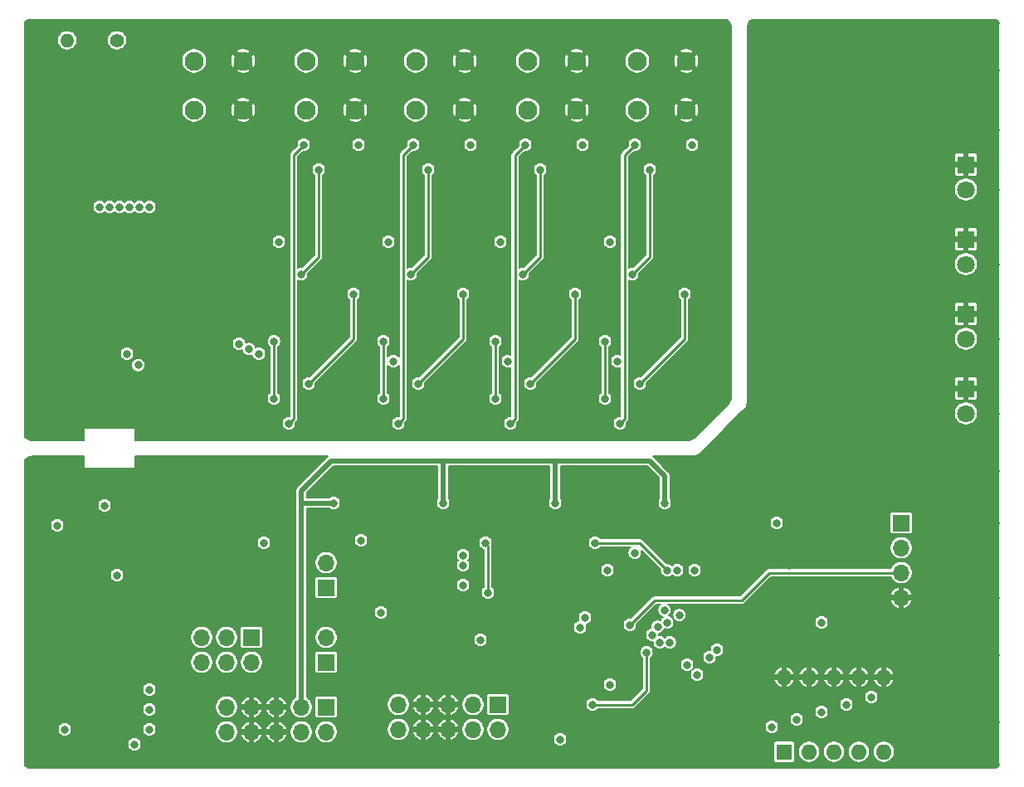
<source format=gbr>
%TF.GenerationSoftware,KiCad,Pcbnew,5.1.10-88a1d61d58~90~ubuntu20.04.1*%
%TF.CreationDate,2021-10-13T19:14:15+02:00*%
%TF.ProjectId,AO_V2,414f5f56-322e-46b6-9963-61645f706362,rev?*%
%TF.SameCoordinates,Original*%
%TF.FileFunction,Copper,L3,Inr*%
%TF.FilePolarity,Positive*%
%FSLAX46Y46*%
G04 Gerber Fmt 4.6, Leading zero omitted, Abs format (unit mm)*
G04 Created by KiCad (PCBNEW 5.1.10-88a1d61d58~90~ubuntu20.04.1) date 2021-10-13 19:14:15*
%MOMM*%
%LPD*%
G01*
G04 APERTURE LIST*
%TA.AperFunction,ComponentPad*%
%ADD10O,1.400000X1.400000*%
%TD*%
%TA.AperFunction,ComponentPad*%
%ADD11C,1.400000*%
%TD*%
%TA.AperFunction,ComponentPad*%
%ADD12O,1.700000X1.700000*%
%TD*%
%TA.AperFunction,ComponentPad*%
%ADD13R,1.700000X1.700000*%
%TD*%
%TA.AperFunction,ComponentPad*%
%ADD14C,1.950000*%
%TD*%
%TA.AperFunction,ComponentPad*%
%ADD15C,1.800000*%
%TD*%
%TA.AperFunction,ComponentPad*%
%ADD16R,1.800000X1.800000*%
%TD*%
%TA.AperFunction,ComponentPad*%
%ADD17O,1.600000X1.600000*%
%TD*%
%TA.AperFunction,ComponentPad*%
%ADD18R,1.600000X1.600000*%
%TD*%
%TA.AperFunction,ViaPad*%
%ADD19C,0.800000*%
%TD*%
%TA.AperFunction,Conductor*%
%ADD20C,0.500000*%
%TD*%
%TA.AperFunction,Conductor*%
%ADD21C,0.250000*%
%TD*%
%TA.AperFunction,Conductor*%
%ADD22C,0.127000*%
%TD*%
%TA.AperFunction,Conductor*%
%ADD23C,0.100000*%
%TD*%
G04 APERTURE END LIST*
D10*
%TO.N,Net-(D5-Pad2)*%
%TO.C,F1*%
X96266000Y-73660000D03*
D11*
%TO.N,Net-(D6-Pad1)*%
X101346000Y-73660000D03*
%TD*%
D12*
%TO.N,Net-(J11-Pad2)*%
%TO.C,J11*%
X122682000Y-134620000D03*
D13*
%TO.N,Net-(J11-Pad1)*%
X122682000Y-137160000D03*
%TD*%
D12*
%TO.N,Net-(J10-Pad2)*%
%TO.C,J10*%
X122682000Y-127000000D03*
D13*
%TO.N,Net-(J10-Pad1)*%
X122682000Y-129540000D03*
%TD*%
D14*
%TO.N,GND2*%
%TO.C,J9*%
X159432000Y-75772000D03*
X159432000Y-80772000D03*
%TO.N,OUT4*%
X154432000Y-75772000D03*
X154432000Y-80772000D03*
%TD*%
%TO.N,GND2*%
%TO.C,J8*%
X148256000Y-75772000D03*
X148256000Y-80772000D03*
%TO.N,OUT3*%
X143256000Y-75772000D03*
X143256000Y-80772000D03*
%TD*%
%TO.N,GND2*%
%TO.C,J7*%
X136826000Y-75772000D03*
X136826000Y-80772000D03*
%TO.N,OUT2*%
X131826000Y-75772000D03*
X131826000Y-80772000D03*
%TD*%
%TO.N,GND2*%
%TO.C,J6*%
X125650000Y-75772000D03*
X125650000Y-80772000D03*
%TO.N,OUT1*%
X120650000Y-75772000D03*
X120650000Y-80772000D03*
%TD*%
%TO.N,GND2*%
%TO.C,J5*%
X114220000Y-75772000D03*
X114220000Y-80772000D03*
%TO.N,Net-(D6-Pad1)*%
X109220000Y-75772000D03*
X109220000Y-80772000D03*
%TD*%
D15*
%TO.N,Net-(D4-Pad2)*%
%TO.C,D4*%
X187960000Y-88900000D03*
D16*
%TO.N,GND*%
X187960000Y-86360000D03*
%TD*%
D15*
%TO.N,Net-(D3-Pad2)*%
%TO.C,D3*%
X187960000Y-96520000D03*
D16*
%TO.N,GND*%
X187960000Y-93980000D03*
%TD*%
D15*
%TO.N,Net-(D2-Pad2)*%
%TO.C,D2*%
X187960000Y-104140000D03*
D16*
%TO.N,GND*%
X187960000Y-101600000D03*
%TD*%
D15*
%TO.N,Net-(D1-Pad2)*%
%TO.C,D1*%
X187960000Y-111760000D03*
D16*
%TO.N,GND*%
X187960000Y-109220000D03*
%TD*%
D17*
%TO.N,GND*%
%TO.C,SW1*%
X169418000Y-138684000D03*
%TO.N,Net-(R17-Pad1)*%
X179578000Y-146304000D03*
%TO.N,GND*%
X171958000Y-138684000D03*
%TO.N,Net-(R12-Pad1)*%
X177038000Y-146304000D03*
%TO.N,GND*%
X174498000Y-138684000D03*
%TO.N,Net-(R11-Pad1)*%
X174498000Y-146304000D03*
%TO.N,GND*%
X177038000Y-138684000D03*
%TO.N,Net-(R10-Pad1)*%
X171958000Y-146304000D03*
%TO.N,GND*%
X179578000Y-138684000D03*
D18*
%TO.N,Net-(R9-Pad1)*%
X169418000Y-146304000D03*
%TD*%
D12*
%TO.N,BUS-*%
%TO.C,J4*%
X112522000Y-144272000D03*
%TO.N,BUS+*%
X112522000Y-141732000D03*
%TO.N,GND*%
X115062000Y-144272000D03*
X115062000Y-141732000D03*
X117602000Y-144272000D03*
X117602000Y-141732000D03*
%TO.N,VCC*%
X120142000Y-144272000D03*
X120142000Y-141732000D03*
X122682000Y-144272000D03*
D13*
X122682000Y-141732000D03*
%TD*%
D12*
%TO.N,BUS-*%
%TO.C,J3*%
X130048000Y-144018000D03*
%TO.N,BUS+*%
X130048000Y-141478000D03*
%TO.N,GND*%
X132588000Y-144018000D03*
X132588000Y-141478000D03*
X135128000Y-144018000D03*
X135128000Y-141478000D03*
%TO.N,VCC*%
X137668000Y-144018000D03*
X137668000Y-141478000D03*
X140208000Y-144018000D03*
D13*
X140208000Y-141478000D03*
%TD*%
D12*
%TO.N,Net-(J2-Pad6)*%
%TO.C,J2*%
X109982000Y-137160000D03*
%TO.N,Net-(J10-Pad2)*%
X109982000Y-134620000D03*
%TO.N,BUS+*%
X112522000Y-137160000D03*
%TO.N,BUS-*%
X112522000Y-134620000D03*
%TO.N,Net-(J2-Pad2)*%
X115062000Y-137160000D03*
D13*
%TO.N,Net-(J11-Pad2)*%
X115062000Y-134620000D03*
%TD*%
D12*
%TO.N,GND*%
%TO.C,J1*%
X181356000Y-130556000D03*
%TO.N,SWCLK*%
X181356000Y-128016000D03*
%TO.N,SWIO*%
X181356000Y-125476000D03*
D13*
%TO.N,+3V3*%
X181356000Y-122936000D03*
%TD*%
D19*
%TO.N,*%
X168656000Y-122936000D03*
%TO.N,GND*%
X156385361Y-136126746D03*
X156464000Y-143002000D03*
X162814000Y-139700000D03*
X161544000Y-141224000D03*
X148336000Y-137922000D03*
X149606000Y-136398000D03*
X149606000Y-139446000D03*
X148082000Y-129286000D03*
X149352000Y-127762000D03*
X162306000Y-127762000D03*
X163576000Y-129286000D03*
X165608000Y-132842000D03*
X138430000Y-136906000D03*
X132842000Y-136398000D03*
X128524000Y-125476000D03*
X130302000Y-122174000D03*
X141732000Y-122174000D03*
X152908000Y-122174000D03*
X119126000Y-122174000D03*
X102616000Y-119380000D03*
X103632000Y-117856000D03*
X93472000Y-117856000D03*
X94742000Y-119380000D03*
X94742000Y-133096000D03*
X96266000Y-131572000D03*
X98044000Y-133096000D03*
X99568000Y-139954000D03*
X99568000Y-141986000D03*
X99568000Y-144018000D03*
X148590000Y-145034000D03*
X147574000Y-132080000D03*
X152400000Y-128270000D03*
X175768000Y-122936000D03*
X92456000Y-147320000D03*
X92456000Y-144018000D03*
X92456000Y-137922000D03*
X92456000Y-132080000D03*
X92456000Y-125222000D03*
X108204000Y-116586000D03*
X114300000Y-116586000D03*
X127254000Y-117602000D03*
X138684000Y-117602000D03*
X149860000Y-117602000D03*
X160782000Y-116586000D03*
X166116000Y-111252000D03*
X166116000Y-104394000D03*
X166116000Y-97282000D03*
X166116000Y-89154000D03*
X166116000Y-81280000D03*
X166116000Y-71882000D03*
X175006000Y-71882000D03*
X182880000Y-71882000D03*
X191008000Y-71882000D03*
X191008000Y-76708000D03*
X191008000Y-82804000D03*
X191008000Y-88900000D03*
X191008000Y-96520000D03*
X191008000Y-104140000D03*
X191008000Y-111760000D03*
X191008000Y-117602000D03*
X191008000Y-122936000D03*
X191008000Y-130556000D03*
X191008000Y-136398000D03*
X191008000Y-143256000D03*
X191008000Y-147574000D03*
X185674000Y-147574000D03*
X178308000Y-147574000D03*
X170688000Y-147574000D03*
X160782000Y-147574000D03*
X152146000Y-147574000D03*
X135128000Y-147574000D03*
X117602000Y-147574000D03*
X126492000Y-147574000D03*
X107442000Y-147574000D03*
X117602000Y-139700000D03*
X118872000Y-132080000D03*
X118872000Y-130556000D03*
X121412000Y-132080000D03*
X142748000Y-132080000D03*
X142748000Y-128524000D03*
X142748000Y-125222000D03*
X142748000Y-136144000D03*
X126492000Y-141732000D03*
X126492000Y-139446000D03*
X126492000Y-144018000D03*
X163830000Y-144526000D03*
X167132000Y-144526000D03*
X164846000Y-136906000D03*
X166878000Y-138938000D03*
X169926000Y-128778000D03*
X169926000Y-127254000D03*
X160274000Y-126238000D03*
X164846000Y-126238000D03*
X106934000Y-134112000D03*
X106934000Y-132080000D03*
X160274000Y-122936000D03*
X164846000Y-122936000D03*
X176784000Y-114554000D03*
X179324000Y-117348000D03*
X182372000Y-109220000D03*
X182372000Y-101600000D03*
X183642000Y-93980000D03*
%TO.N,+3V3*%
X104648000Y-139954000D03*
X104648000Y-141986000D03*
X104648000Y-144018000D03*
X103124000Y-145542000D03*
X151384000Y-127762000D03*
X160274000Y-127762000D03*
X151638000Y-139446000D03*
X146558000Y-145034000D03*
X138430000Y-134874000D03*
X128270000Y-132080000D03*
X173228000Y-133096000D03*
X160528000Y-138430000D03*
X95250000Y-123190000D03*
%TO.N,VCC*%
X96012000Y-144018000D03*
X157226000Y-120904000D03*
X146050000Y-120904000D03*
X134620000Y-120904000D03*
X123444000Y-120904000D03*
%TO.N,GND2*%
X94742000Y-102108000D03*
X94742000Y-104140000D03*
X93472000Y-112776000D03*
X94996000Y-110998000D03*
X98552000Y-110998000D03*
X99568000Y-103124000D03*
X103632000Y-112776000D03*
X102362000Y-110998000D03*
X105156000Y-103378000D03*
X111252000Y-102616000D03*
X109728000Y-100838000D03*
X94742000Y-92964000D03*
X94742000Y-94996000D03*
X96266000Y-91186000D03*
X96266000Y-96520000D03*
X99060000Y-82296000D03*
X101092000Y-84582000D03*
X103124000Y-82296000D03*
X101092000Y-80264000D03*
X125984000Y-86360000D03*
X137414000Y-86360000D03*
X148844000Y-86360000D03*
X160020000Y-86360000D03*
X160528000Y-88646000D03*
X162052000Y-90170000D03*
X157480000Y-97790000D03*
X158496000Y-100584000D03*
X160274000Y-102362000D03*
X160274000Y-104394000D03*
X151638000Y-99568000D03*
X149860000Y-98044000D03*
X148844000Y-102362000D03*
X148844000Y-104394000D03*
X140462000Y-99568000D03*
X138938000Y-98044000D03*
X150876000Y-90170000D03*
X149352000Y-88646000D03*
X146304000Y-97790000D03*
X147320000Y-100584000D03*
X137922000Y-88646000D03*
X139446000Y-90170000D03*
X134874000Y-97790000D03*
X135890000Y-100584000D03*
X137414000Y-102362000D03*
X137414000Y-104394000D03*
X129032000Y-99568000D03*
X127508000Y-98044000D03*
X128270000Y-90170000D03*
X126746000Y-88646000D03*
X123698000Y-97790000D03*
X124714000Y-100584000D03*
X126238000Y-102362000D03*
X126238000Y-104394000D03*
X117856000Y-99568000D03*
X116332000Y-98044000D03*
X155448000Y-113792000D03*
X149860000Y-113792000D03*
X144018000Y-113792000D03*
X138430000Y-113792000D03*
X132842000Y-113792000D03*
X127254000Y-113792000D03*
X121666000Y-113792000D03*
X116078000Y-113792000D03*
X92710000Y-108712000D03*
X92710000Y-98552000D03*
X99822000Y-98552000D03*
X93726000Y-98552000D03*
X92710000Y-87376000D03*
X92710000Y-80772000D03*
X92710000Y-75692000D03*
X92710000Y-72136000D03*
X102870000Y-72136000D03*
X109220000Y-72136000D03*
X120650000Y-72136000D03*
X131826000Y-72136000D03*
X143256000Y-72136000D03*
X154432000Y-72136000D03*
X163068000Y-72136000D03*
X148082000Y-94234000D03*
X136652000Y-94234000D03*
X125476000Y-93980000D03*
X159258000Y-94234000D03*
X163068000Y-98044000D03*
X163068000Y-109728000D03*
%TO.N,+24V*%
X160020000Y-84328000D03*
X148844000Y-84328000D03*
X137414000Y-84328000D03*
X125984000Y-84328000D03*
X117856000Y-94234000D03*
X129032000Y-94234000D03*
X140462000Y-94234000D03*
X151638000Y-94234000D03*
X104648000Y-90678000D03*
X103632000Y-90678000D03*
X102616000Y-90678000D03*
X101600000Y-90678000D03*
X100584000Y-90678000D03*
X99568000Y-90678000D03*
%TO.N,Net-(C26-Pad2)*%
X133096000Y-86868000D03*
X131318000Y-97536012D03*
%TO.N,Net-(C27-Pad2)*%
X142748000Y-97536000D03*
X144526000Y-86868000D03*
%TO.N,Net-(C28-Pad2)*%
X155702000Y-86868000D03*
X153924000Y-97536000D03*
%TO.N,Net-(C29-Pad1)*%
X125476000Y-99568000D03*
X120903988Y-108712000D03*
%TO.N,Net-(C31-Pad1)*%
X143510000Y-108712000D03*
X148082000Y-99568000D03*
%TO.N,Net-(C32-Pad1)*%
X154686000Y-108712000D03*
X159258000Y-99568000D03*
%TO.N,SWCLK*%
X153670000Y-133350000D03*
%TO.N,SWIO*%
X154173576Y-125979911D03*
%TO.N,Net-(K1-Pad6)*%
X117352653Y-104389347D03*
X117348000Y-110236000D03*
%TO.N,OUT1*%
X120396000Y-84328000D03*
X118872000Y-112776000D03*
%TO.N,Net-(K2-Pad6)*%
X128524000Y-104394000D03*
X128524000Y-110236000D03*
%TO.N,OUT2*%
X131572000Y-84328000D03*
X130048000Y-112776000D03*
%TO.N,Net-(K3-Pad6)*%
X139954000Y-104394000D03*
X139954000Y-110236000D03*
%TO.N,OUT3*%
X143002000Y-84328000D03*
X141478000Y-112776000D03*
%TO.N,Net-(K4-Pad6)*%
X151130000Y-104394000D03*
X151130000Y-110236000D03*
%TO.N,OUT4*%
X154178000Y-84328000D03*
X152654000Y-112776000D03*
%TO.N,Net-(R9-Pad1)*%
X168148000Y-143764000D03*
X156718000Y-135128000D03*
%TO.N,Net-(R10-Pad1)*%
X170688000Y-143002000D03*
X157738664Y-135123344D03*
%TO.N,Net-(R11-Pad1)*%
X159512000Y-137414000D03*
X173228000Y-142239994D03*
%TO.N,Net-(R12-Pad1)*%
X161798000Y-136652000D03*
X175768000Y-141478000D03*
%TO.N,Net-(R17-Pad1)*%
X162560000Y-135890000D03*
X178308000Y-140716000D03*
%TO.N,SCL*%
X149098000Y-132588000D03*
X100076000Y-121158000D03*
%TO.N,SDA*%
X148590000Y-133604000D03*
X101346000Y-128270000D03*
%TO.N,CC1_Lo*%
X155956000Y-134366000D03*
X116332000Y-124968000D03*
%TO.N,CC2_Lo*%
X156510701Y-133533949D03*
X126238000Y-124714000D03*
%TO.N,CC3_Lo*%
X157480000Y-133096000D03*
X139192000Y-130048000D03*
X138938000Y-124968000D03*
%TO.N,CC4_Lo*%
X157475347Y-127766653D03*
X150114000Y-124968000D03*
%TO.N,Net-(R28-Pad2)*%
X102362000Y-105664000D03*
X103509653Y-106811653D03*
%TO.N,Net-(R32-Pad2)*%
X114808000Y-105185000D03*
X141224000Y-106426000D03*
%TO.N,Net-(R33-Pad2)*%
X113792000Y-104648000D03*
X152400000Y-106426000D03*
%TO.N,TXD*%
X136652000Y-126238000D03*
X158730000Y-132354000D03*
%TO.N,DIR*%
X136652000Y-127254000D03*
X158496000Y-127762000D03*
%TO.N,RXD*%
X136652000Y-129286000D03*
X157201347Y-131850653D03*
%TO.N,Net-(C6-Pad1)*%
X149860000Y-141478000D03*
X155367997Y-136140724D03*
%TO.N,Net-(C25-Pad2)*%
X121920000Y-86868000D03*
X120142000Y-97536000D03*
%TO.N,Net-(C30-Pad1)*%
X136652000Y-99568000D03*
X132080000Y-108712000D03*
%TO.N,Net-(R31-Pad2)*%
X115824000Y-105664000D03*
X129540000Y-106426000D03*
%TD*%
D20*
%TO.N,VCC*%
X157226000Y-118110000D02*
X157226000Y-120904000D01*
X155702000Y-116586000D02*
X157226000Y-118110000D01*
X146050000Y-116586000D02*
X146050000Y-120904000D01*
X146050000Y-116586000D02*
X155702000Y-116586000D01*
X134620000Y-116586000D02*
X134620000Y-120904000D01*
X134620000Y-116586000D02*
X146050000Y-116586000D01*
X123190000Y-116586000D02*
X134620000Y-116586000D01*
X120142000Y-119634000D02*
X123190000Y-116586000D01*
X120142000Y-120904000D02*
X123444000Y-120904000D01*
X120142000Y-120904000D02*
X120142000Y-119634000D01*
X120142000Y-124968000D02*
X120142000Y-120904000D01*
X120142000Y-141732000D02*
X120142000Y-124968000D01*
D21*
%TO.N,Net-(C26-Pad2)*%
X133096000Y-86868000D02*
X133096000Y-95758012D01*
X133096000Y-95758012D02*
X131318000Y-97536012D01*
%TO.N,Net-(C27-Pad2)*%
X144526000Y-95758000D02*
X142748000Y-97536000D01*
X144526000Y-86868000D02*
X144526000Y-95758000D01*
%TO.N,Net-(C28-Pad2)*%
X155702000Y-95758000D02*
X155702000Y-86868000D01*
X153924000Y-97536000D02*
X155702000Y-95758000D01*
%TO.N,Net-(C29-Pad1)*%
X125476000Y-99568000D02*
X125476000Y-104139988D01*
X125476000Y-104139988D02*
X120903988Y-108712000D01*
%TO.N,Net-(C31-Pad1)*%
X148082000Y-104140000D02*
X148082000Y-99568000D01*
X143510000Y-108712000D02*
X148082000Y-104140000D01*
%TO.N,Net-(C32-Pad1)*%
X159258000Y-104140000D02*
X159258000Y-99568000D01*
X154686000Y-108712000D02*
X159258000Y-104140000D01*
%TO.N,SWCLK*%
X167894000Y-128016000D02*
X181356000Y-128016000D01*
X165100000Y-130810000D02*
X167894000Y-128016000D01*
X156210000Y-130810000D02*
X165100000Y-130810000D01*
X153670000Y-133350000D02*
X156210000Y-130810000D01*
%TO.N,Net-(K1-Pad6)*%
X117352653Y-104389347D02*
X117352653Y-110231347D01*
%TO.N,OUT1*%
X119380000Y-112268000D02*
X118872000Y-112776000D01*
X119380000Y-85344000D02*
X119380000Y-112268000D01*
X120396000Y-84328000D02*
X119380000Y-85344000D01*
%TO.N,Net-(K2-Pad6)*%
X128524000Y-104394000D02*
X128524000Y-110236000D01*
%TO.N,OUT2*%
X130556000Y-112268000D02*
X130048000Y-112776000D01*
X130556000Y-85344000D02*
X130556000Y-112268000D01*
X131572000Y-84328000D02*
X130556000Y-85344000D01*
%TO.N,Net-(K3-Pad6)*%
X139954000Y-104394000D02*
X139954000Y-110236000D01*
%TO.N,OUT3*%
X141949001Y-112304999D02*
X141478000Y-112776000D01*
X141949001Y-85380999D02*
X141949001Y-112304999D01*
X143002000Y-84328000D02*
X141949001Y-85380999D01*
%TO.N,Net-(K4-Pad6)*%
X151130000Y-104394000D02*
X151130000Y-110236000D01*
%TO.N,OUT4*%
X153125001Y-112304999D02*
X152654000Y-112776000D01*
X153125001Y-85380999D02*
X153125001Y-112304999D01*
X154178000Y-84328000D02*
X153125001Y-85380999D01*
%TO.N,CC3_Lo*%
X139192000Y-125222000D02*
X138938000Y-124968000D01*
X139192000Y-130048000D02*
X139192000Y-125222000D01*
%TO.N,CC4_Lo*%
X154676694Y-124968000D02*
X150114000Y-124968000D01*
X157475347Y-127766653D02*
X154676694Y-124968000D01*
%TO.N,Net-(C6-Pad1)*%
X149860000Y-141478000D02*
X153924000Y-141478000D01*
X153924000Y-141478000D02*
X155367997Y-140034003D01*
X155367997Y-140034003D02*
X155367997Y-136140724D01*
%TO.N,Net-(C25-Pad2)*%
X121920000Y-95758000D02*
X120142000Y-97536000D01*
X121920000Y-86868000D02*
X121920000Y-95758000D01*
%TO.N,Net-(C30-Pad1)*%
X136652000Y-104140000D02*
X132080000Y-108712000D01*
X136652000Y-99568000D02*
X136652000Y-104140000D01*
%TD*%
D22*
%TO.N,GND2*%
X163745989Y-71712011D02*
X163862415Y-71853878D01*
X163948929Y-72015734D01*
X164002204Y-72191361D01*
X164020500Y-72377117D01*
X164020500Y-110072669D01*
X164002204Y-110258426D01*
X163948929Y-110434053D01*
X163862416Y-110595909D01*
X163743998Y-110740200D01*
X160270200Y-114213998D01*
X160125909Y-114332416D01*
X159964053Y-114418929D01*
X159788426Y-114472204D01*
X159602669Y-114490500D01*
X103187500Y-114490500D01*
X103187500Y-113284000D01*
X103186280Y-113271612D01*
X103182666Y-113259700D01*
X103176798Y-113248721D01*
X103168901Y-113239099D01*
X103159279Y-113231202D01*
X103148300Y-113225334D01*
X103136388Y-113221720D01*
X103124000Y-113220500D01*
X98044000Y-113220500D01*
X98031612Y-113221720D01*
X98019700Y-113225334D01*
X98008721Y-113231202D01*
X97999099Y-113239099D01*
X97991202Y-113248721D01*
X97985334Y-113259700D01*
X97981720Y-113271612D01*
X97980500Y-113284000D01*
X97980500Y-114490500D01*
X92697117Y-114490500D01*
X92511361Y-114472204D01*
X92335734Y-114418929D01*
X92173878Y-114332415D01*
X92032011Y-114215989D01*
X91960500Y-114128852D01*
X91960500Y-112705332D01*
X118154500Y-112705332D01*
X118154500Y-112846668D01*
X118182073Y-112985287D01*
X118236159Y-113115864D01*
X118314681Y-113233380D01*
X118414620Y-113333319D01*
X118532136Y-113411841D01*
X118662713Y-113465927D01*
X118801332Y-113493500D01*
X118942668Y-113493500D01*
X119081287Y-113465927D01*
X119211864Y-113411841D01*
X119329380Y-113333319D01*
X119429319Y-113233380D01*
X119507841Y-113115864D01*
X119561927Y-112985287D01*
X119589500Y-112846668D01*
X119589500Y-112705332D01*
X119586009Y-112687780D01*
X119677519Y-112596270D01*
X119694409Y-112582409D01*
X119749705Y-112515029D01*
X119790795Y-112438157D01*
X119816097Y-112354745D01*
X119822500Y-112289737D01*
X119822500Y-112289735D01*
X119824641Y-112268001D01*
X119822500Y-112246267D01*
X119822500Y-108641332D01*
X120186488Y-108641332D01*
X120186488Y-108782668D01*
X120214061Y-108921287D01*
X120268147Y-109051864D01*
X120346669Y-109169380D01*
X120446608Y-109269319D01*
X120564124Y-109347841D01*
X120694701Y-109401927D01*
X120833320Y-109429500D01*
X120974656Y-109429500D01*
X121113275Y-109401927D01*
X121243852Y-109347841D01*
X121361368Y-109269319D01*
X121461307Y-109169380D01*
X121539829Y-109051864D01*
X121593915Y-108921287D01*
X121621488Y-108782668D01*
X121621488Y-108641332D01*
X121617997Y-108623780D01*
X125773519Y-104468258D01*
X125790409Y-104454397D01*
X125845705Y-104387017D01*
X125879746Y-104323332D01*
X127806500Y-104323332D01*
X127806500Y-104464668D01*
X127834073Y-104603287D01*
X127888159Y-104733864D01*
X127966681Y-104851380D01*
X128066620Y-104951319D01*
X128081500Y-104961262D01*
X128081501Y-109668738D01*
X128066620Y-109678681D01*
X127966681Y-109778620D01*
X127888159Y-109896136D01*
X127834073Y-110026713D01*
X127806500Y-110165332D01*
X127806500Y-110306668D01*
X127834073Y-110445287D01*
X127888159Y-110575864D01*
X127966681Y-110693380D01*
X128066620Y-110793319D01*
X128184136Y-110871841D01*
X128314713Y-110925927D01*
X128453332Y-110953500D01*
X128594668Y-110953500D01*
X128733287Y-110925927D01*
X128863864Y-110871841D01*
X128981380Y-110793319D01*
X129081319Y-110693380D01*
X129159841Y-110575864D01*
X129213927Y-110445287D01*
X129241500Y-110306668D01*
X129241500Y-110165332D01*
X129213927Y-110026713D01*
X129159841Y-109896136D01*
X129081319Y-109778620D01*
X128981380Y-109678681D01*
X128966500Y-109668738D01*
X128966500Y-106859164D01*
X128982681Y-106883380D01*
X129082620Y-106983319D01*
X129200136Y-107061841D01*
X129330713Y-107115927D01*
X129469332Y-107143500D01*
X129610668Y-107143500D01*
X129749287Y-107115927D01*
X129879864Y-107061841D01*
X129997380Y-106983319D01*
X130097319Y-106883380D01*
X130113501Y-106859162D01*
X130113501Y-112058500D01*
X129977332Y-112058500D01*
X129838713Y-112086073D01*
X129708136Y-112140159D01*
X129590620Y-112218681D01*
X129490681Y-112318620D01*
X129412159Y-112436136D01*
X129358073Y-112566713D01*
X129330500Y-112705332D01*
X129330500Y-112846668D01*
X129358073Y-112985287D01*
X129412159Y-113115864D01*
X129490681Y-113233380D01*
X129590620Y-113333319D01*
X129708136Y-113411841D01*
X129838713Y-113465927D01*
X129977332Y-113493500D01*
X130118668Y-113493500D01*
X130257287Y-113465927D01*
X130387864Y-113411841D01*
X130505380Y-113333319D01*
X130605319Y-113233380D01*
X130683841Y-113115864D01*
X130737927Y-112985287D01*
X130765500Y-112846668D01*
X130765500Y-112705332D01*
X130762009Y-112687780D01*
X130853519Y-112596270D01*
X130870409Y-112582409D01*
X130925705Y-112515029D01*
X130966795Y-112438157D01*
X130992097Y-112354745D01*
X130998500Y-112289737D01*
X130998500Y-112289735D01*
X131000641Y-112268001D01*
X130998500Y-112246267D01*
X130998500Y-108641332D01*
X131362500Y-108641332D01*
X131362500Y-108782668D01*
X131390073Y-108921287D01*
X131444159Y-109051864D01*
X131522681Y-109169380D01*
X131622620Y-109269319D01*
X131740136Y-109347841D01*
X131870713Y-109401927D01*
X132009332Y-109429500D01*
X132150668Y-109429500D01*
X132289287Y-109401927D01*
X132419864Y-109347841D01*
X132537380Y-109269319D01*
X132637319Y-109169380D01*
X132715841Y-109051864D01*
X132769927Y-108921287D01*
X132797500Y-108782668D01*
X132797500Y-108641332D01*
X132794009Y-108623780D01*
X136949519Y-104468270D01*
X136966409Y-104454409D01*
X137021705Y-104387029D01*
X137055752Y-104323332D01*
X139236500Y-104323332D01*
X139236500Y-104464668D01*
X139264073Y-104603287D01*
X139318159Y-104733864D01*
X139396681Y-104851380D01*
X139496620Y-104951319D01*
X139511500Y-104961262D01*
X139511501Y-109668738D01*
X139496620Y-109678681D01*
X139396681Y-109778620D01*
X139318159Y-109896136D01*
X139264073Y-110026713D01*
X139236500Y-110165332D01*
X139236500Y-110306668D01*
X139264073Y-110445287D01*
X139318159Y-110575864D01*
X139396681Y-110693380D01*
X139496620Y-110793319D01*
X139614136Y-110871841D01*
X139744713Y-110925927D01*
X139883332Y-110953500D01*
X140024668Y-110953500D01*
X140163287Y-110925927D01*
X140293864Y-110871841D01*
X140411380Y-110793319D01*
X140511319Y-110693380D01*
X140589841Y-110575864D01*
X140643927Y-110445287D01*
X140671500Y-110306668D01*
X140671500Y-110165332D01*
X140643927Y-110026713D01*
X140589841Y-109896136D01*
X140511319Y-109778620D01*
X140411380Y-109678681D01*
X140396500Y-109668738D01*
X140396500Y-106355332D01*
X140506500Y-106355332D01*
X140506500Y-106496668D01*
X140534073Y-106635287D01*
X140588159Y-106765864D01*
X140666681Y-106883380D01*
X140766620Y-106983319D01*
X140884136Y-107061841D01*
X141014713Y-107115927D01*
X141153332Y-107143500D01*
X141294668Y-107143500D01*
X141433287Y-107115927D01*
X141506502Y-107085601D01*
X141506502Y-112058500D01*
X141407332Y-112058500D01*
X141268713Y-112086073D01*
X141138136Y-112140159D01*
X141020620Y-112218681D01*
X140920681Y-112318620D01*
X140842159Y-112436136D01*
X140788073Y-112566713D01*
X140760500Y-112705332D01*
X140760500Y-112846668D01*
X140788073Y-112985287D01*
X140842159Y-113115864D01*
X140920681Y-113233380D01*
X141020620Y-113333319D01*
X141138136Y-113411841D01*
X141268713Y-113465927D01*
X141407332Y-113493500D01*
X141548668Y-113493500D01*
X141687287Y-113465927D01*
X141817864Y-113411841D01*
X141935380Y-113333319D01*
X142035319Y-113233380D01*
X142113841Y-113115864D01*
X142167927Y-112985287D01*
X142195500Y-112846668D01*
X142195500Y-112705332D01*
X142192009Y-112687781D01*
X142246526Y-112633264D01*
X142263410Y-112619408D01*
X142307630Y-112565525D01*
X142318706Y-112552029D01*
X142359796Y-112475156D01*
X142371632Y-112436136D01*
X142385098Y-112391744D01*
X142391501Y-112326736D01*
X142391501Y-112326734D01*
X142393642Y-112305000D01*
X142391501Y-112283265D01*
X142391501Y-108641332D01*
X142792500Y-108641332D01*
X142792500Y-108782668D01*
X142820073Y-108921287D01*
X142874159Y-109051864D01*
X142952681Y-109169380D01*
X143052620Y-109269319D01*
X143170136Y-109347841D01*
X143300713Y-109401927D01*
X143439332Y-109429500D01*
X143580668Y-109429500D01*
X143719287Y-109401927D01*
X143849864Y-109347841D01*
X143967380Y-109269319D01*
X144067319Y-109169380D01*
X144145841Y-109051864D01*
X144199927Y-108921287D01*
X144227500Y-108782668D01*
X144227500Y-108641332D01*
X144224009Y-108623780D01*
X148379521Y-104468268D01*
X148396409Y-104454409D01*
X148451705Y-104387029D01*
X148485752Y-104323332D01*
X150412500Y-104323332D01*
X150412500Y-104464668D01*
X150440073Y-104603287D01*
X150494159Y-104733864D01*
X150572681Y-104851380D01*
X150672620Y-104951319D01*
X150687500Y-104961262D01*
X150687501Y-109668738D01*
X150672620Y-109678681D01*
X150572681Y-109778620D01*
X150494159Y-109896136D01*
X150440073Y-110026713D01*
X150412500Y-110165332D01*
X150412500Y-110306668D01*
X150440073Y-110445287D01*
X150494159Y-110575864D01*
X150572681Y-110693380D01*
X150672620Y-110793319D01*
X150790136Y-110871841D01*
X150920713Y-110925927D01*
X151059332Y-110953500D01*
X151200668Y-110953500D01*
X151339287Y-110925927D01*
X151469864Y-110871841D01*
X151587380Y-110793319D01*
X151687319Y-110693380D01*
X151765841Y-110575864D01*
X151819927Y-110445287D01*
X151847500Y-110306668D01*
X151847500Y-110165332D01*
X151819927Y-110026713D01*
X151765841Y-109896136D01*
X151687319Y-109778620D01*
X151587380Y-109678681D01*
X151572500Y-109668738D01*
X151572500Y-106355332D01*
X151682500Y-106355332D01*
X151682500Y-106496668D01*
X151710073Y-106635287D01*
X151764159Y-106765864D01*
X151842681Y-106883380D01*
X151942620Y-106983319D01*
X152060136Y-107061841D01*
X152190713Y-107115927D01*
X152329332Y-107143500D01*
X152470668Y-107143500D01*
X152609287Y-107115927D01*
X152682502Y-107085601D01*
X152682502Y-112058500D01*
X152583332Y-112058500D01*
X152444713Y-112086073D01*
X152314136Y-112140159D01*
X152196620Y-112218681D01*
X152096681Y-112318620D01*
X152018159Y-112436136D01*
X151964073Y-112566713D01*
X151936500Y-112705332D01*
X151936500Y-112846668D01*
X151964073Y-112985287D01*
X152018159Y-113115864D01*
X152096681Y-113233380D01*
X152196620Y-113333319D01*
X152314136Y-113411841D01*
X152444713Y-113465927D01*
X152583332Y-113493500D01*
X152724668Y-113493500D01*
X152863287Y-113465927D01*
X152993864Y-113411841D01*
X153111380Y-113333319D01*
X153211319Y-113233380D01*
X153289841Y-113115864D01*
X153343927Y-112985287D01*
X153371500Y-112846668D01*
X153371500Y-112705332D01*
X153368009Y-112687781D01*
X153422526Y-112633264D01*
X153439410Y-112619408D01*
X153483630Y-112565525D01*
X153494706Y-112552029D01*
X153535796Y-112475156D01*
X153547632Y-112436136D01*
X153561098Y-112391744D01*
X153567501Y-112326736D01*
X153567501Y-112326734D01*
X153569642Y-112305000D01*
X153567501Y-112283265D01*
X153567501Y-108641332D01*
X153968500Y-108641332D01*
X153968500Y-108782668D01*
X153996073Y-108921287D01*
X154050159Y-109051864D01*
X154128681Y-109169380D01*
X154228620Y-109269319D01*
X154346136Y-109347841D01*
X154476713Y-109401927D01*
X154615332Y-109429500D01*
X154756668Y-109429500D01*
X154895287Y-109401927D01*
X155025864Y-109347841D01*
X155143380Y-109269319D01*
X155243319Y-109169380D01*
X155321841Y-109051864D01*
X155375927Y-108921287D01*
X155403500Y-108782668D01*
X155403500Y-108641332D01*
X155400009Y-108623780D01*
X159555521Y-104468268D01*
X159572409Y-104454409D01*
X159627705Y-104387029D01*
X159668795Y-104310157D01*
X159694097Y-104226745D01*
X159700500Y-104161737D01*
X159700500Y-104161735D01*
X159702641Y-104140001D01*
X159700500Y-104118267D01*
X159700500Y-100135262D01*
X159715380Y-100125319D01*
X159815319Y-100025380D01*
X159893841Y-99907864D01*
X159947927Y-99777287D01*
X159975500Y-99638668D01*
X159975500Y-99497332D01*
X159947927Y-99358713D01*
X159893841Y-99228136D01*
X159815319Y-99110620D01*
X159715380Y-99010681D01*
X159597864Y-98932159D01*
X159467287Y-98878073D01*
X159328668Y-98850500D01*
X159187332Y-98850500D01*
X159048713Y-98878073D01*
X158918136Y-98932159D01*
X158800620Y-99010681D01*
X158700681Y-99110620D01*
X158622159Y-99228136D01*
X158568073Y-99358713D01*
X158540500Y-99497332D01*
X158540500Y-99638668D01*
X158568073Y-99777287D01*
X158622159Y-99907864D01*
X158700681Y-100025380D01*
X158800620Y-100125319D01*
X158815501Y-100135262D01*
X158815500Y-103956711D01*
X154774220Y-107997991D01*
X154756668Y-107994500D01*
X154615332Y-107994500D01*
X154476713Y-108022073D01*
X154346136Y-108076159D01*
X154228620Y-108154681D01*
X154128681Y-108254620D01*
X154050159Y-108372136D01*
X153996073Y-108502713D01*
X153968500Y-108641332D01*
X153567501Y-108641332D01*
X153567501Y-98160726D01*
X153584136Y-98171841D01*
X153714713Y-98225927D01*
X153853332Y-98253500D01*
X153994668Y-98253500D01*
X154133287Y-98225927D01*
X154263864Y-98171841D01*
X154381380Y-98093319D01*
X154481319Y-97993380D01*
X154559841Y-97875864D01*
X154613927Y-97745287D01*
X154641500Y-97606668D01*
X154641500Y-97465332D01*
X154638009Y-97447780D01*
X155999526Y-96086264D01*
X156016409Y-96072409D01*
X156071705Y-96005029D01*
X156112795Y-95928157D01*
X156138097Y-95844745D01*
X156144500Y-95779737D01*
X156144500Y-95779734D01*
X156146641Y-95758000D01*
X156144500Y-95736266D01*
X156144500Y-87435262D01*
X156159380Y-87425319D01*
X156259319Y-87325380D01*
X156337841Y-87207864D01*
X156391927Y-87077287D01*
X156419500Y-86938668D01*
X156419500Y-86797332D01*
X156391927Y-86658713D01*
X156337841Y-86528136D01*
X156259319Y-86410620D01*
X156159380Y-86310681D01*
X156041864Y-86232159D01*
X155911287Y-86178073D01*
X155772668Y-86150500D01*
X155631332Y-86150500D01*
X155492713Y-86178073D01*
X155362136Y-86232159D01*
X155244620Y-86310681D01*
X155144681Y-86410620D01*
X155066159Y-86528136D01*
X155012073Y-86658713D01*
X154984500Y-86797332D01*
X154984500Y-86938668D01*
X155012073Y-87077287D01*
X155066159Y-87207864D01*
X155144681Y-87325380D01*
X155244620Y-87425319D01*
X155259501Y-87435262D01*
X155259500Y-95574710D01*
X154012220Y-96821991D01*
X153994668Y-96818500D01*
X153853332Y-96818500D01*
X153714713Y-96846073D01*
X153584136Y-96900159D01*
X153567501Y-96911274D01*
X153567501Y-85564288D01*
X154089780Y-85042009D01*
X154107332Y-85045500D01*
X154248668Y-85045500D01*
X154387287Y-85017927D01*
X154517864Y-84963841D01*
X154635380Y-84885319D01*
X154735319Y-84785380D01*
X154813841Y-84667864D01*
X154867927Y-84537287D01*
X154895500Y-84398668D01*
X154895500Y-84257332D01*
X159302500Y-84257332D01*
X159302500Y-84398668D01*
X159330073Y-84537287D01*
X159384159Y-84667864D01*
X159462681Y-84785380D01*
X159562620Y-84885319D01*
X159680136Y-84963841D01*
X159810713Y-85017927D01*
X159949332Y-85045500D01*
X160090668Y-85045500D01*
X160229287Y-85017927D01*
X160359864Y-84963841D01*
X160477380Y-84885319D01*
X160577319Y-84785380D01*
X160655841Y-84667864D01*
X160709927Y-84537287D01*
X160737500Y-84398668D01*
X160737500Y-84257332D01*
X160709927Y-84118713D01*
X160655841Y-83988136D01*
X160577319Y-83870620D01*
X160477380Y-83770681D01*
X160359864Y-83692159D01*
X160229287Y-83638073D01*
X160090668Y-83610500D01*
X159949332Y-83610500D01*
X159810713Y-83638073D01*
X159680136Y-83692159D01*
X159562620Y-83770681D01*
X159462681Y-83870620D01*
X159384159Y-83988136D01*
X159330073Y-84118713D01*
X159302500Y-84257332D01*
X154895500Y-84257332D01*
X154867927Y-84118713D01*
X154813841Y-83988136D01*
X154735319Y-83870620D01*
X154635380Y-83770681D01*
X154517864Y-83692159D01*
X154387287Y-83638073D01*
X154248668Y-83610500D01*
X154107332Y-83610500D01*
X153968713Y-83638073D01*
X153838136Y-83692159D01*
X153720620Y-83770681D01*
X153620681Y-83870620D01*
X153542159Y-83988136D01*
X153488073Y-84118713D01*
X153460500Y-84257332D01*
X153460500Y-84398668D01*
X153463991Y-84416220D01*
X152827482Y-85052729D01*
X152810592Y-85066590D01*
X152785660Y-85096971D01*
X152755296Y-85133970D01*
X152733983Y-85173843D01*
X152714206Y-85210843D01*
X152688904Y-85294255D01*
X152682501Y-85359262D01*
X152680360Y-85380999D01*
X152682501Y-85402733D01*
X152682502Y-105766399D01*
X152609287Y-105736073D01*
X152470668Y-105708500D01*
X152329332Y-105708500D01*
X152190713Y-105736073D01*
X152060136Y-105790159D01*
X151942620Y-105868681D01*
X151842681Y-105968620D01*
X151764159Y-106086136D01*
X151710073Y-106216713D01*
X151682500Y-106355332D01*
X151572500Y-106355332D01*
X151572500Y-104961262D01*
X151587380Y-104951319D01*
X151687319Y-104851380D01*
X151765841Y-104733864D01*
X151819927Y-104603287D01*
X151847500Y-104464668D01*
X151847500Y-104323332D01*
X151819927Y-104184713D01*
X151765841Y-104054136D01*
X151687319Y-103936620D01*
X151587380Y-103836681D01*
X151469864Y-103758159D01*
X151339287Y-103704073D01*
X151200668Y-103676500D01*
X151059332Y-103676500D01*
X150920713Y-103704073D01*
X150790136Y-103758159D01*
X150672620Y-103836681D01*
X150572681Y-103936620D01*
X150494159Y-104054136D01*
X150440073Y-104184713D01*
X150412500Y-104323332D01*
X148485752Y-104323332D01*
X148492795Y-104310157D01*
X148518097Y-104226745D01*
X148524500Y-104161737D01*
X148524500Y-104161735D01*
X148526641Y-104140001D01*
X148524500Y-104118267D01*
X148524500Y-100135262D01*
X148539380Y-100125319D01*
X148639319Y-100025380D01*
X148717841Y-99907864D01*
X148771927Y-99777287D01*
X148799500Y-99638668D01*
X148799500Y-99497332D01*
X148771927Y-99358713D01*
X148717841Y-99228136D01*
X148639319Y-99110620D01*
X148539380Y-99010681D01*
X148421864Y-98932159D01*
X148291287Y-98878073D01*
X148152668Y-98850500D01*
X148011332Y-98850500D01*
X147872713Y-98878073D01*
X147742136Y-98932159D01*
X147624620Y-99010681D01*
X147524681Y-99110620D01*
X147446159Y-99228136D01*
X147392073Y-99358713D01*
X147364500Y-99497332D01*
X147364500Y-99638668D01*
X147392073Y-99777287D01*
X147446159Y-99907864D01*
X147524681Y-100025380D01*
X147624620Y-100125319D01*
X147639501Y-100135262D01*
X147639500Y-103956711D01*
X143598220Y-107997991D01*
X143580668Y-107994500D01*
X143439332Y-107994500D01*
X143300713Y-108022073D01*
X143170136Y-108076159D01*
X143052620Y-108154681D01*
X142952681Y-108254620D01*
X142874159Y-108372136D01*
X142820073Y-108502713D01*
X142792500Y-108641332D01*
X142391501Y-108641332D01*
X142391501Y-98160726D01*
X142408136Y-98171841D01*
X142538713Y-98225927D01*
X142677332Y-98253500D01*
X142818668Y-98253500D01*
X142957287Y-98225927D01*
X143087864Y-98171841D01*
X143205380Y-98093319D01*
X143305319Y-97993380D01*
X143383841Y-97875864D01*
X143437927Y-97745287D01*
X143465500Y-97606668D01*
X143465500Y-97465332D01*
X143462009Y-97447780D01*
X144823525Y-96086265D01*
X144840409Y-96072409D01*
X144895705Y-96005029D01*
X144936795Y-95928157D01*
X144962097Y-95844745D01*
X144968500Y-95779737D01*
X144968500Y-95779734D01*
X144970641Y-95758000D01*
X144968500Y-95736266D01*
X144968500Y-94163332D01*
X150920500Y-94163332D01*
X150920500Y-94304668D01*
X150948073Y-94443287D01*
X151002159Y-94573864D01*
X151080681Y-94691380D01*
X151180620Y-94791319D01*
X151298136Y-94869841D01*
X151428713Y-94923927D01*
X151567332Y-94951500D01*
X151708668Y-94951500D01*
X151847287Y-94923927D01*
X151977864Y-94869841D01*
X152095380Y-94791319D01*
X152195319Y-94691380D01*
X152273841Y-94573864D01*
X152327927Y-94443287D01*
X152355500Y-94304668D01*
X152355500Y-94163332D01*
X152327927Y-94024713D01*
X152273841Y-93894136D01*
X152195319Y-93776620D01*
X152095380Y-93676681D01*
X151977864Y-93598159D01*
X151847287Y-93544073D01*
X151708668Y-93516500D01*
X151567332Y-93516500D01*
X151428713Y-93544073D01*
X151298136Y-93598159D01*
X151180620Y-93676681D01*
X151080681Y-93776620D01*
X151002159Y-93894136D01*
X150948073Y-94024713D01*
X150920500Y-94163332D01*
X144968500Y-94163332D01*
X144968500Y-87435262D01*
X144983380Y-87425319D01*
X145083319Y-87325380D01*
X145161841Y-87207864D01*
X145215927Y-87077287D01*
X145243500Y-86938668D01*
X145243500Y-86797332D01*
X145215927Y-86658713D01*
X145161841Y-86528136D01*
X145083319Y-86410620D01*
X144983380Y-86310681D01*
X144865864Y-86232159D01*
X144735287Y-86178073D01*
X144596668Y-86150500D01*
X144455332Y-86150500D01*
X144316713Y-86178073D01*
X144186136Y-86232159D01*
X144068620Y-86310681D01*
X143968681Y-86410620D01*
X143890159Y-86528136D01*
X143836073Y-86658713D01*
X143808500Y-86797332D01*
X143808500Y-86938668D01*
X143836073Y-87077287D01*
X143890159Y-87207864D01*
X143968681Y-87325380D01*
X144068620Y-87425319D01*
X144083500Y-87435262D01*
X144083501Y-95574709D01*
X142836220Y-96821991D01*
X142818668Y-96818500D01*
X142677332Y-96818500D01*
X142538713Y-96846073D01*
X142408136Y-96900159D01*
X142391501Y-96911274D01*
X142391501Y-85564288D01*
X142913780Y-85042009D01*
X142931332Y-85045500D01*
X143072668Y-85045500D01*
X143211287Y-85017927D01*
X143341864Y-84963841D01*
X143459380Y-84885319D01*
X143559319Y-84785380D01*
X143637841Y-84667864D01*
X143691927Y-84537287D01*
X143719500Y-84398668D01*
X143719500Y-84257332D01*
X148126500Y-84257332D01*
X148126500Y-84398668D01*
X148154073Y-84537287D01*
X148208159Y-84667864D01*
X148286681Y-84785380D01*
X148386620Y-84885319D01*
X148504136Y-84963841D01*
X148634713Y-85017927D01*
X148773332Y-85045500D01*
X148914668Y-85045500D01*
X149053287Y-85017927D01*
X149183864Y-84963841D01*
X149301380Y-84885319D01*
X149401319Y-84785380D01*
X149479841Y-84667864D01*
X149533927Y-84537287D01*
X149561500Y-84398668D01*
X149561500Y-84257332D01*
X149533927Y-84118713D01*
X149479841Y-83988136D01*
X149401319Y-83870620D01*
X149301380Y-83770681D01*
X149183864Y-83692159D01*
X149053287Y-83638073D01*
X148914668Y-83610500D01*
X148773332Y-83610500D01*
X148634713Y-83638073D01*
X148504136Y-83692159D01*
X148386620Y-83770681D01*
X148286681Y-83870620D01*
X148208159Y-83988136D01*
X148154073Y-84118713D01*
X148126500Y-84257332D01*
X143719500Y-84257332D01*
X143691927Y-84118713D01*
X143637841Y-83988136D01*
X143559319Y-83870620D01*
X143459380Y-83770681D01*
X143341864Y-83692159D01*
X143211287Y-83638073D01*
X143072668Y-83610500D01*
X142931332Y-83610500D01*
X142792713Y-83638073D01*
X142662136Y-83692159D01*
X142544620Y-83770681D01*
X142444681Y-83870620D01*
X142366159Y-83988136D01*
X142312073Y-84118713D01*
X142284500Y-84257332D01*
X142284500Y-84398668D01*
X142287991Y-84416220D01*
X141651482Y-85052729D01*
X141634592Y-85066590D01*
X141609660Y-85096971D01*
X141579296Y-85133970D01*
X141557983Y-85173843D01*
X141538206Y-85210843D01*
X141512904Y-85294255D01*
X141506501Y-85359262D01*
X141504360Y-85380999D01*
X141506501Y-85402733D01*
X141506502Y-105766399D01*
X141433287Y-105736073D01*
X141294668Y-105708500D01*
X141153332Y-105708500D01*
X141014713Y-105736073D01*
X140884136Y-105790159D01*
X140766620Y-105868681D01*
X140666681Y-105968620D01*
X140588159Y-106086136D01*
X140534073Y-106216713D01*
X140506500Y-106355332D01*
X140396500Y-106355332D01*
X140396500Y-104961262D01*
X140411380Y-104951319D01*
X140511319Y-104851380D01*
X140589841Y-104733864D01*
X140643927Y-104603287D01*
X140671500Y-104464668D01*
X140671500Y-104323332D01*
X140643927Y-104184713D01*
X140589841Y-104054136D01*
X140511319Y-103936620D01*
X140411380Y-103836681D01*
X140293864Y-103758159D01*
X140163287Y-103704073D01*
X140024668Y-103676500D01*
X139883332Y-103676500D01*
X139744713Y-103704073D01*
X139614136Y-103758159D01*
X139496620Y-103836681D01*
X139396681Y-103936620D01*
X139318159Y-104054136D01*
X139264073Y-104184713D01*
X139236500Y-104323332D01*
X137055752Y-104323332D01*
X137062795Y-104310157D01*
X137088097Y-104226745D01*
X137094500Y-104161737D01*
X137094500Y-104161735D01*
X137096641Y-104140001D01*
X137094500Y-104118267D01*
X137094500Y-100135262D01*
X137109380Y-100125319D01*
X137209319Y-100025380D01*
X137287841Y-99907864D01*
X137341927Y-99777287D01*
X137369500Y-99638668D01*
X137369500Y-99497332D01*
X137341927Y-99358713D01*
X137287841Y-99228136D01*
X137209319Y-99110620D01*
X137109380Y-99010681D01*
X136991864Y-98932159D01*
X136861287Y-98878073D01*
X136722668Y-98850500D01*
X136581332Y-98850500D01*
X136442713Y-98878073D01*
X136312136Y-98932159D01*
X136194620Y-99010681D01*
X136094681Y-99110620D01*
X136016159Y-99228136D01*
X135962073Y-99358713D01*
X135934500Y-99497332D01*
X135934500Y-99638668D01*
X135962073Y-99777287D01*
X136016159Y-99907864D01*
X136094681Y-100025380D01*
X136194620Y-100125319D01*
X136209500Y-100135262D01*
X136209501Y-103956710D01*
X132168220Y-107997991D01*
X132150668Y-107994500D01*
X132009332Y-107994500D01*
X131870713Y-108022073D01*
X131740136Y-108076159D01*
X131622620Y-108154681D01*
X131522681Y-108254620D01*
X131444159Y-108372136D01*
X131390073Y-108502713D01*
X131362500Y-108641332D01*
X130998500Y-108641332D01*
X130998500Y-98180288D01*
X131108713Y-98225939D01*
X131247332Y-98253512D01*
X131388668Y-98253512D01*
X131527287Y-98225939D01*
X131657864Y-98171853D01*
X131775380Y-98093331D01*
X131875319Y-97993392D01*
X131953841Y-97875876D01*
X132007927Y-97745299D01*
X132035500Y-97606680D01*
X132035500Y-97465344D01*
X132032009Y-97447792D01*
X133393525Y-96086277D01*
X133410409Y-96072421D01*
X133465705Y-96005041D01*
X133506795Y-95928169D01*
X133532097Y-95844757D01*
X133538500Y-95779749D01*
X133538500Y-95779746D01*
X133540641Y-95758012D01*
X133538500Y-95736278D01*
X133538500Y-94163332D01*
X139744500Y-94163332D01*
X139744500Y-94304668D01*
X139772073Y-94443287D01*
X139826159Y-94573864D01*
X139904681Y-94691380D01*
X140004620Y-94791319D01*
X140122136Y-94869841D01*
X140252713Y-94923927D01*
X140391332Y-94951500D01*
X140532668Y-94951500D01*
X140671287Y-94923927D01*
X140801864Y-94869841D01*
X140919380Y-94791319D01*
X141019319Y-94691380D01*
X141097841Y-94573864D01*
X141151927Y-94443287D01*
X141179500Y-94304668D01*
X141179500Y-94163332D01*
X141151927Y-94024713D01*
X141097841Y-93894136D01*
X141019319Y-93776620D01*
X140919380Y-93676681D01*
X140801864Y-93598159D01*
X140671287Y-93544073D01*
X140532668Y-93516500D01*
X140391332Y-93516500D01*
X140252713Y-93544073D01*
X140122136Y-93598159D01*
X140004620Y-93676681D01*
X139904681Y-93776620D01*
X139826159Y-93894136D01*
X139772073Y-94024713D01*
X139744500Y-94163332D01*
X133538500Y-94163332D01*
X133538500Y-87435262D01*
X133553380Y-87425319D01*
X133653319Y-87325380D01*
X133731841Y-87207864D01*
X133785927Y-87077287D01*
X133813500Y-86938668D01*
X133813500Y-86797332D01*
X133785927Y-86658713D01*
X133731841Y-86528136D01*
X133653319Y-86410620D01*
X133553380Y-86310681D01*
X133435864Y-86232159D01*
X133305287Y-86178073D01*
X133166668Y-86150500D01*
X133025332Y-86150500D01*
X132886713Y-86178073D01*
X132756136Y-86232159D01*
X132638620Y-86310681D01*
X132538681Y-86410620D01*
X132460159Y-86528136D01*
X132406073Y-86658713D01*
X132378500Y-86797332D01*
X132378500Y-86938668D01*
X132406073Y-87077287D01*
X132460159Y-87207864D01*
X132538681Y-87325380D01*
X132638620Y-87425319D01*
X132653500Y-87435262D01*
X132653501Y-95574721D01*
X131406220Y-96822003D01*
X131388668Y-96818512D01*
X131247332Y-96818512D01*
X131108713Y-96846085D01*
X130998500Y-96891736D01*
X130998500Y-85527289D01*
X131483781Y-85042009D01*
X131501332Y-85045500D01*
X131642668Y-85045500D01*
X131781287Y-85017927D01*
X131911864Y-84963841D01*
X132029380Y-84885319D01*
X132129319Y-84785380D01*
X132207841Y-84667864D01*
X132261927Y-84537287D01*
X132289500Y-84398668D01*
X132289500Y-84257332D01*
X136696500Y-84257332D01*
X136696500Y-84398668D01*
X136724073Y-84537287D01*
X136778159Y-84667864D01*
X136856681Y-84785380D01*
X136956620Y-84885319D01*
X137074136Y-84963841D01*
X137204713Y-85017927D01*
X137343332Y-85045500D01*
X137484668Y-85045500D01*
X137623287Y-85017927D01*
X137753864Y-84963841D01*
X137871380Y-84885319D01*
X137971319Y-84785380D01*
X138049841Y-84667864D01*
X138103927Y-84537287D01*
X138131500Y-84398668D01*
X138131500Y-84257332D01*
X138103927Y-84118713D01*
X138049841Y-83988136D01*
X137971319Y-83870620D01*
X137871380Y-83770681D01*
X137753864Y-83692159D01*
X137623287Y-83638073D01*
X137484668Y-83610500D01*
X137343332Y-83610500D01*
X137204713Y-83638073D01*
X137074136Y-83692159D01*
X136956620Y-83770681D01*
X136856681Y-83870620D01*
X136778159Y-83988136D01*
X136724073Y-84118713D01*
X136696500Y-84257332D01*
X132289500Y-84257332D01*
X132261927Y-84118713D01*
X132207841Y-83988136D01*
X132129319Y-83870620D01*
X132029380Y-83770681D01*
X131911864Y-83692159D01*
X131781287Y-83638073D01*
X131642668Y-83610500D01*
X131501332Y-83610500D01*
X131362713Y-83638073D01*
X131232136Y-83692159D01*
X131114620Y-83770681D01*
X131014681Y-83870620D01*
X130936159Y-83988136D01*
X130882073Y-84118713D01*
X130854500Y-84257332D01*
X130854500Y-84398668D01*
X130857991Y-84416219D01*
X130258480Y-85015731D01*
X130241591Y-85029591D01*
X130211228Y-85066590D01*
X130186295Y-85096971D01*
X130166518Y-85133971D01*
X130145205Y-85173844D01*
X130119903Y-85257256D01*
X130116259Y-85294254D01*
X130111359Y-85344000D01*
X130113500Y-85365734D01*
X130113501Y-105992838D01*
X130097319Y-105968620D01*
X129997380Y-105868681D01*
X129879864Y-105790159D01*
X129749287Y-105736073D01*
X129610668Y-105708500D01*
X129469332Y-105708500D01*
X129330713Y-105736073D01*
X129200136Y-105790159D01*
X129082620Y-105868681D01*
X128982681Y-105968620D01*
X128966500Y-105992836D01*
X128966500Y-104961262D01*
X128981380Y-104951319D01*
X129081319Y-104851380D01*
X129159841Y-104733864D01*
X129213927Y-104603287D01*
X129241500Y-104464668D01*
X129241500Y-104323332D01*
X129213927Y-104184713D01*
X129159841Y-104054136D01*
X129081319Y-103936620D01*
X128981380Y-103836681D01*
X128863864Y-103758159D01*
X128733287Y-103704073D01*
X128594668Y-103676500D01*
X128453332Y-103676500D01*
X128314713Y-103704073D01*
X128184136Y-103758159D01*
X128066620Y-103836681D01*
X127966681Y-103936620D01*
X127888159Y-104054136D01*
X127834073Y-104184713D01*
X127806500Y-104323332D01*
X125879746Y-104323332D01*
X125886795Y-104310145D01*
X125912097Y-104226733D01*
X125918500Y-104161725D01*
X125918500Y-104161723D01*
X125920641Y-104139989D01*
X125918500Y-104118255D01*
X125918500Y-100135262D01*
X125933380Y-100125319D01*
X126033319Y-100025380D01*
X126111841Y-99907864D01*
X126165927Y-99777287D01*
X126193500Y-99638668D01*
X126193500Y-99497332D01*
X126165927Y-99358713D01*
X126111841Y-99228136D01*
X126033319Y-99110620D01*
X125933380Y-99010681D01*
X125815864Y-98932159D01*
X125685287Y-98878073D01*
X125546668Y-98850500D01*
X125405332Y-98850500D01*
X125266713Y-98878073D01*
X125136136Y-98932159D01*
X125018620Y-99010681D01*
X124918681Y-99110620D01*
X124840159Y-99228136D01*
X124786073Y-99358713D01*
X124758500Y-99497332D01*
X124758500Y-99638668D01*
X124786073Y-99777287D01*
X124840159Y-99907864D01*
X124918681Y-100025380D01*
X125018620Y-100125319D01*
X125033500Y-100135262D01*
X125033501Y-103956698D01*
X120992208Y-107997991D01*
X120974656Y-107994500D01*
X120833320Y-107994500D01*
X120694701Y-108022073D01*
X120564124Y-108076159D01*
X120446608Y-108154681D01*
X120346669Y-108254620D01*
X120268147Y-108372136D01*
X120214061Y-108502713D01*
X120186488Y-108641332D01*
X119822500Y-108641332D01*
X119822500Y-98180276D01*
X119932713Y-98225927D01*
X120071332Y-98253500D01*
X120212668Y-98253500D01*
X120351287Y-98225927D01*
X120481864Y-98171841D01*
X120599380Y-98093319D01*
X120699319Y-97993380D01*
X120777841Y-97875864D01*
X120831927Y-97745287D01*
X120859500Y-97606668D01*
X120859500Y-97465332D01*
X120856009Y-97447780D01*
X122217525Y-96086265D01*
X122234409Y-96072409D01*
X122289705Y-96005029D01*
X122330795Y-95928157D01*
X122356097Y-95844745D01*
X122362500Y-95779737D01*
X122362500Y-95779734D01*
X122364641Y-95758000D01*
X122362500Y-95736266D01*
X122362500Y-94163332D01*
X128314500Y-94163332D01*
X128314500Y-94304668D01*
X128342073Y-94443287D01*
X128396159Y-94573864D01*
X128474681Y-94691380D01*
X128574620Y-94791319D01*
X128692136Y-94869841D01*
X128822713Y-94923927D01*
X128961332Y-94951500D01*
X129102668Y-94951500D01*
X129241287Y-94923927D01*
X129371864Y-94869841D01*
X129489380Y-94791319D01*
X129589319Y-94691380D01*
X129667841Y-94573864D01*
X129721927Y-94443287D01*
X129749500Y-94304668D01*
X129749500Y-94163332D01*
X129721927Y-94024713D01*
X129667841Y-93894136D01*
X129589319Y-93776620D01*
X129489380Y-93676681D01*
X129371864Y-93598159D01*
X129241287Y-93544073D01*
X129102668Y-93516500D01*
X128961332Y-93516500D01*
X128822713Y-93544073D01*
X128692136Y-93598159D01*
X128574620Y-93676681D01*
X128474681Y-93776620D01*
X128396159Y-93894136D01*
X128342073Y-94024713D01*
X128314500Y-94163332D01*
X122362500Y-94163332D01*
X122362500Y-87435262D01*
X122377380Y-87425319D01*
X122477319Y-87325380D01*
X122555841Y-87207864D01*
X122609927Y-87077287D01*
X122637500Y-86938668D01*
X122637500Y-86797332D01*
X122609927Y-86658713D01*
X122555841Y-86528136D01*
X122477319Y-86410620D01*
X122377380Y-86310681D01*
X122259864Y-86232159D01*
X122129287Y-86178073D01*
X121990668Y-86150500D01*
X121849332Y-86150500D01*
X121710713Y-86178073D01*
X121580136Y-86232159D01*
X121462620Y-86310681D01*
X121362681Y-86410620D01*
X121284159Y-86528136D01*
X121230073Y-86658713D01*
X121202500Y-86797332D01*
X121202500Y-86938668D01*
X121230073Y-87077287D01*
X121284159Y-87207864D01*
X121362681Y-87325380D01*
X121462620Y-87425319D01*
X121477500Y-87435262D01*
X121477501Y-95574709D01*
X120230220Y-96821991D01*
X120212668Y-96818500D01*
X120071332Y-96818500D01*
X119932713Y-96846073D01*
X119822500Y-96891724D01*
X119822500Y-85527289D01*
X120307781Y-85042009D01*
X120325332Y-85045500D01*
X120466668Y-85045500D01*
X120605287Y-85017927D01*
X120735864Y-84963841D01*
X120853380Y-84885319D01*
X120953319Y-84785380D01*
X121031841Y-84667864D01*
X121085927Y-84537287D01*
X121113500Y-84398668D01*
X121113500Y-84257332D01*
X125266500Y-84257332D01*
X125266500Y-84398668D01*
X125294073Y-84537287D01*
X125348159Y-84667864D01*
X125426681Y-84785380D01*
X125526620Y-84885319D01*
X125644136Y-84963841D01*
X125774713Y-85017927D01*
X125913332Y-85045500D01*
X126054668Y-85045500D01*
X126193287Y-85017927D01*
X126323864Y-84963841D01*
X126441380Y-84885319D01*
X126541319Y-84785380D01*
X126619841Y-84667864D01*
X126673927Y-84537287D01*
X126701500Y-84398668D01*
X126701500Y-84257332D01*
X126673927Y-84118713D01*
X126619841Y-83988136D01*
X126541319Y-83870620D01*
X126441380Y-83770681D01*
X126323864Y-83692159D01*
X126193287Y-83638073D01*
X126054668Y-83610500D01*
X125913332Y-83610500D01*
X125774713Y-83638073D01*
X125644136Y-83692159D01*
X125526620Y-83770681D01*
X125426681Y-83870620D01*
X125348159Y-83988136D01*
X125294073Y-84118713D01*
X125266500Y-84257332D01*
X121113500Y-84257332D01*
X121085927Y-84118713D01*
X121031841Y-83988136D01*
X120953319Y-83870620D01*
X120853380Y-83770681D01*
X120735864Y-83692159D01*
X120605287Y-83638073D01*
X120466668Y-83610500D01*
X120325332Y-83610500D01*
X120186713Y-83638073D01*
X120056136Y-83692159D01*
X119938620Y-83770681D01*
X119838681Y-83870620D01*
X119760159Y-83988136D01*
X119706073Y-84118713D01*
X119678500Y-84257332D01*
X119678500Y-84398668D01*
X119681991Y-84416219D01*
X119082480Y-85015731D01*
X119065591Y-85029591D01*
X119035228Y-85066590D01*
X119010295Y-85096971D01*
X118990518Y-85133971D01*
X118969205Y-85173844D01*
X118943903Y-85257256D01*
X118940259Y-85294254D01*
X118935359Y-85344000D01*
X118937500Y-85365734D01*
X118937501Y-112058500D01*
X118801332Y-112058500D01*
X118662713Y-112086073D01*
X118532136Y-112140159D01*
X118414620Y-112218681D01*
X118314681Y-112318620D01*
X118236159Y-112436136D01*
X118182073Y-112566713D01*
X118154500Y-112705332D01*
X91960500Y-112705332D01*
X91960500Y-110165332D01*
X116630500Y-110165332D01*
X116630500Y-110306668D01*
X116658073Y-110445287D01*
X116712159Y-110575864D01*
X116790681Y-110693380D01*
X116890620Y-110793319D01*
X117008136Y-110871841D01*
X117138713Y-110925927D01*
X117277332Y-110953500D01*
X117418668Y-110953500D01*
X117557287Y-110925927D01*
X117687864Y-110871841D01*
X117805380Y-110793319D01*
X117905319Y-110693380D01*
X117983841Y-110575864D01*
X118037927Y-110445287D01*
X118065500Y-110306668D01*
X118065500Y-110165332D01*
X118037927Y-110026713D01*
X117983841Y-109896136D01*
X117905319Y-109778620D01*
X117805380Y-109678681D01*
X117795153Y-109671848D01*
X117795153Y-104956609D01*
X117810033Y-104946666D01*
X117909972Y-104846727D01*
X117988494Y-104729211D01*
X118042580Y-104598634D01*
X118070153Y-104460015D01*
X118070153Y-104318679D01*
X118042580Y-104180060D01*
X117988494Y-104049483D01*
X117909972Y-103931967D01*
X117810033Y-103832028D01*
X117692517Y-103753506D01*
X117561940Y-103699420D01*
X117423321Y-103671847D01*
X117281985Y-103671847D01*
X117143366Y-103699420D01*
X117012789Y-103753506D01*
X116895273Y-103832028D01*
X116795334Y-103931967D01*
X116716812Y-104049483D01*
X116662726Y-104180060D01*
X116635153Y-104318679D01*
X116635153Y-104460015D01*
X116662726Y-104598634D01*
X116716812Y-104729211D01*
X116795334Y-104846727D01*
X116895273Y-104946666D01*
X116910153Y-104956609D01*
X116910154Y-109665629D01*
X116890620Y-109678681D01*
X116790681Y-109778620D01*
X116712159Y-109896136D01*
X116658073Y-110026713D01*
X116630500Y-110165332D01*
X91960500Y-110165332D01*
X91960500Y-106740985D01*
X102792153Y-106740985D01*
X102792153Y-106882321D01*
X102819726Y-107020940D01*
X102873812Y-107151517D01*
X102952334Y-107269033D01*
X103052273Y-107368972D01*
X103169789Y-107447494D01*
X103300366Y-107501580D01*
X103438985Y-107529153D01*
X103580321Y-107529153D01*
X103718940Y-107501580D01*
X103849517Y-107447494D01*
X103967033Y-107368972D01*
X104066972Y-107269033D01*
X104145494Y-107151517D01*
X104199580Y-107020940D01*
X104227153Y-106882321D01*
X104227153Y-106740985D01*
X104199580Y-106602366D01*
X104145494Y-106471789D01*
X104066972Y-106354273D01*
X103967033Y-106254334D01*
X103849517Y-106175812D01*
X103718940Y-106121726D01*
X103580321Y-106094153D01*
X103438985Y-106094153D01*
X103300366Y-106121726D01*
X103169789Y-106175812D01*
X103052273Y-106254334D01*
X102952334Y-106354273D01*
X102873812Y-106471789D01*
X102819726Y-106602366D01*
X102792153Y-106740985D01*
X91960500Y-106740985D01*
X91960500Y-105593332D01*
X101644500Y-105593332D01*
X101644500Y-105734668D01*
X101672073Y-105873287D01*
X101726159Y-106003864D01*
X101804681Y-106121380D01*
X101904620Y-106221319D01*
X102022136Y-106299841D01*
X102152713Y-106353927D01*
X102291332Y-106381500D01*
X102432668Y-106381500D01*
X102571287Y-106353927D01*
X102701864Y-106299841D01*
X102819380Y-106221319D01*
X102919319Y-106121380D01*
X102997841Y-106003864D01*
X103051927Y-105873287D01*
X103079500Y-105734668D01*
X103079500Y-105593332D01*
X103051927Y-105454713D01*
X102997841Y-105324136D01*
X102919319Y-105206620D01*
X102819380Y-105106681D01*
X102701864Y-105028159D01*
X102571287Y-104974073D01*
X102432668Y-104946500D01*
X102291332Y-104946500D01*
X102152713Y-104974073D01*
X102022136Y-105028159D01*
X101904620Y-105106681D01*
X101804681Y-105206620D01*
X101726159Y-105324136D01*
X101672073Y-105454713D01*
X101644500Y-105593332D01*
X91960500Y-105593332D01*
X91960500Y-104577332D01*
X113074500Y-104577332D01*
X113074500Y-104718668D01*
X113102073Y-104857287D01*
X113156159Y-104987864D01*
X113234681Y-105105380D01*
X113334620Y-105205319D01*
X113452136Y-105283841D01*
X113582713Y-105337927D01*
X113721332Y-105365500D01*
X113862668Y-105365500D01*
X114001287Y-105337927D01*
X114098826Y-105297526D01*
X114118073Y-105394287D01*
X114172159Y-105524864D01*
X114250681Y-105642380D01*
X114350620Y-105742319D01*
X114468136Y-105820841D01*
X114598713Y-105874927D01*
X114737332Y-105902500D01*
X114878668Y-105902500D01*
X115017287Y-105874927D01*
X115125485Y-105830111D01*
X115134073Y-105873287D01*
X115188159Y-106003864D01*
X115266681Y-106121380D01*
X115366620Y-106221319D01*
X115484136Y-106299841D01*
X115614713Y-106353927D01*
X115753332Y-106381500D01*
X115894668Y-106381500D01*
X116033287Y-106353927D01*
X116163864Y-106299841D01*
X116281380Y-106221319D01*
X116381319Y-106121380D01*
X116459841Y-106003864D01*
X116513927Y-105873287D01*
X116541500Y-105734668D01*
X116541500Y-105593332D01*
X116513927Y-105454713D01*
X116459841Y-105324136D01*
X116381319Y-105206620D01*
X116281380Y-105106681D01*
X116163864Y-105028159D01*
X116033287Y-104974073D01*
X115894668Y-104946500D01*
X115753332Y-104946500D01*
X115614713Y-104974073D01*
X115506515Y-105018889D01*
X115497927Y-104975713D01*
X115443841Y-104845136D01*
X115365319Y-104727620D01*
X115265380Y-104627681D01*
X115147864Y-104549159D01*
X115017287Y-104495073D01*
X114878668Y-104467500D01*
X114737332Y-104467500D01*
X114598713Y-104495073D01*
X114501174Y-104535474D01*
X114481927Y-104438713D01*
X114427841Y-104308136D01*
X114349319Y-104190620D01*
X114249380Y-104090681D01*
X114131864Y-104012159D01*
X114001287Y-103958073D01*
X113862668Y-103930500D01*
X113721332Y-103930500D01*
X113582713Y-103958073D01*
X113452136Y-104012159D01*
X113334620Y-104090681D01*
X113234681Y-104190620D01*
X113156159Y-104308136D01*
X113102073Y-104438713D01*
X113074500Y-104577332D01*
X91960500Y-104577332D01*
X91960500Y-94163332D01*
X117138500Y-94163332D01*
X117138500Y-94304668D01*
X117166073Y-94443287D01*
X117220159Y-94573864D01*
X117298681Y-94691380D01*
X117398620Y-94791319D01*
X117516136Y-94869841D01*
X117646713Y-94923927D01*
X117785332Y-94951500D01*
X117926668Y-94951500D01*
X118065287Y-94923927D01*
X118195864Y-94869841D01*
X118313380Y-94791319D01*
X118413319Y-94691380D01*
X118491841Y-94573864D01*
X118545927Y-94443287D01*
X118573500Y-94304668D01*
X118573500Y-94163332D01*
X118545927Y-94024713D01*
X118491841Y-93894136D01*
X118413319Y-93776620D01*
X118313380Y-93676681D01*
X118195864Y-93598159D01*
X118065287Y-93544073D01*
X117926668Y-93516500D01*
X117785332Y-93516500D01*
X117646713Y-93544073D01*
X117516136Y-93598159D01*
X117398620Y-93676681D01*
X117298681Y-93776620D01*
X117220159Y-93894136D01*
X117166073Y-94024713D01*
X117138500Y-94163332D01*
X91960500Y-94163332D01*
X91960500Y-90607332D01*
X98850500Y-90607332D01*
X98850500Y-90748668D01*
X98878073Y-90887287D01*
X98932159Y-91017864D01*
X99010681Y-91135380D01*
X99110620Y-91235319D01*
X99228136Y-91313841D01*
X99358713Y-91367927D01*
X99497332Y-91395500D01*
X99638668Y-91395500D01*
X99777287Y-91367927D01*
X99907864Y-91313841D01*
X100025380Y-91235319D01*
X100076000Y-91184699D01*
X100126620Y-91235319D01*
X100244136Y-91313841D01*
X100374713Y-91367927D01*
X100513332Y-91395500D01*
X100654668Y-91395500D01*
X100793287Y-91367927D01*
X100923864Y-91313841D01*
X101041380Y-91235319D01*
X101092000Y-91184699D01*
X101142620Y-91235319D01*
X101260136Y-91313841D01*
X101390713Y-91367927D01*
X101529332Y-91395500D01*
X101670668Y-91395500D01*
X101809287Y-91367927D01*
X101939864Y-91313841D01*
X102057380Y-91235319D01*
X102108000Y-91184699D01*
X102158620Y-91235319D01*
X102276136Y-91313841D01*
X102406713Y-91367927D01*
X102545332Y-91395500D01*
X102686668Y-91395500D01*
X102825287Y-91367927D01*
X102955864Y-91313841D01*
X103073380Y-91235319D01*
X103124000Y-91184699D01*
X103174620Y-91235319D01*
X103292136Y-91313841D01*
X103422713Y-91367927D01*
X103561332Y-91395500D01*
X103702668Y-91395500D01*
X103841287Y-91367927D01*
X103971864Y-91313841D01*
X104089380Y-91235319D01*
X104140000Y-91184699D01*
X104190620Y-91235319D01*
X104308136Y-91313841D01*
X104438713Y-91367927D01*
X104577332Y-91395500D01*
X104718668Y-91395500D01*
X104857287Y-91367927D01*
X104987864Y-91313841D01*
X105105380Y-91235319D01*
X105205319Y-91135380D01*
X105283841Y-91017864D01*
X105337927Y-90887287D01*
X105365500Y-90748668D01*
X105365500Y-90607332D01*
X105337927Y-90468713D01*
X105283841Y-90338136D01*
X105205319Y-90220620D01*
X105105380Y-90120681D01*
X104987864Y-90042159D01*
X104857287Y-89988073D01*
X104718668Y-89960500D01*
X104577332Y-89960500D01*
X104438713Y-89988073D01*
X104308136Y-90042159D01*
X104190620Y-90120681D01*
X104140000Y-90171301D01*
X104089380Y-90120681D01*
X103971864Y-90042159D01*
X103841287Y-89988073D01*
X103702668Y-89960500D01*
X103561332Y-89960500D01*
X103422713Y-89988073D01*
X103292136Y-90042159D01*
X103174620Y-90120681D01*
X103124000Y-90171301D01*
X103073380Y-90120681D01*
X102955864Y-90042159D01*
X102825287Y-89988073D01*
X102686668Y-89960500D01*
X102545332Y-89960500D01*
X102406713Y-89988073D01*
X102276136Y-90042159D01*
X102158620Y-90120681D01*
X102108000Y-90171301D01*
X102057380Y-90120681D01*
X101939864Y-90042159D01*
X101809287Y-89988073D01*
X101670668Y-89960500D01*
X101529332Y-89960500D01*
X101390713Y-89988073D01*
X101260136Y-90042159D01*
X101142620Y-90120681D01*
X101092000Y-90171301D01*
X101041380Y-90120681D01*
X100923864Y-90042159D01*
X100793287Y-89988073D01*
X100654668Y-89960500D01*
X100513332Y-89960500D01*
X100374713Y-89988073D01*
X100244136Y-90042159D01*
X100126620Y-90120681D01*
X100076000Y-90171301D01*
X100025380Y-90120681D01*
X99907864Y-90042159D01*
X99777287Y-89988073D01*
X99638668Y-89960500D01*
X99497332Y-89960500D01*
X99358713Y-89988073D01*
X99228136Y-90042159D01*
X99110620Y-90120681D01*
X99010681Y-90220620D01*
X98932159Y-90338136D01*
X98878073Y-90468713D01*
X98850500Y-90607332D01*
X91960500Y-90607332D01*
X91960500Y-80644700D01*
X107927500Y-80644700D01*
X107927500Y-80899300D01*
X107977170Y-81149008D01*
X108074601Y-81384228D01*
X108216050Y-81595921D01*
X108396079Y-81775950D01*
X108607772Y-81917399D01*
X108842992Y-82014830D01*
X109092700Y-82064500D01*
X109347300Y-82064500D01*
X109597008Y-82014830D01*
X109832228Y-81917399D01*
X110043921Y-81775950D01*
X110061524Y-81758347D01*
X113503060Y-81758347D01*
X113618986Y-81923323D01*
X113855146Y-82018452D01*
X114105328Y-82065681D01*
X114359916Y-82063195D01*
X114609127Y-82011088D01*
X114821014Y-81923323D01*
X114936940Y-81758347D01*
X114220000Y-81041408D01*
X113503060Y-81758347D01*
X110061524Y-81758347D01*
X110223950Y-81595921D01*
X110365399Y-81384228D01*
X110462830Y-81149008D01*
X110512500Y-80899300D01*
X110512500Y-80657328D01*
X112926319Y-80657328D01*
X112928805Y-80911916D01*
X112980912Y-81161127D01*
X113068677Y-81373014D01*
X113233653Y-81488940D01*
X113950592Y-80772000D01*
X114489408Y-80772000D01*
X115206347Y-81488940D01*
X115371323Y-81373014D01*
X115466452Y-81136854D01*
X115513681Y-80886672D01*
X115511319Y-80644700D01*
X119357500Y-80644700D01*
X119357500Y-80899300D01*
X119407170Y-81149008D01*
X119504601Y-81384228D01*
X119646050Y-81595921D01*
X119826079Y-81775950D01*
X120037772Y-81917399D01*
X120272992Y-82014830D01*
X120522700Y-82064500D01*
X120777300Y-82064500D01*
X121027008Y-82014830D01*
X121262228Y-81917399D01*
X121473921Y-81775950D01*
X121491524Y-81758347D01*
X124933060Y-81758347D01*
X125048986Y-81923323D01*
X125285146Y-82018452D01*
X125535328Y-82065681D01*
X125789916Y-82063195D01*
X126039127Y-82011088D01*
X126251014Y-81923323D01*
X126366940Y-81758347D01*
X125650000Y-81041408D01*
X124933060Y-81758347D01*
X121491524Y-81758347D01*
X121653950Y-81595921D01*
X121795399Y-81384228D01*
X121892830Y-81149008D01*
X121942500Y-80899300D01*
X121942500Y-80657328D01*
X124356319Y-80657328D01*
X124358805Y-80911916D01*
X124410912Y-81161127D01*
X124498677Y-81373014D01*
X124663653Y-81488940D01*
X125380592Y-80772000D01*
X125919408Y-80772000D01*
X126636347Y-81488940D01*
X126801323Y-81373014D01*
X126896452Y-81136854D01*
X126943681Y-80886672D01*
X126941319Y-80644700D01*
X130533500Y-80644700D01*
X130533500Y-80899300D01*
X130583170Y-81149008D01*
X130680601Y-81384228D01*
X130822050Y-81595921D01*
X131002079Y-81775950D01*
X131213772Y-81917399D01*
X131448992Y-82014830D01*
X131698700Y-82064500D01*
X131953300Y-82064500D01*
X132203008Y-82014830D01*
X132438228Y-81917399D01*
X132649921Y-81775950D01*
X132667524Y-81758347D01*
X136109060Y-81758347D01*
X136224986Y-81923323D01*
X136461146Y-82018452D01*
X136711328Y-82065681D01*
X136965916Y-82063195D01*
X137215127Y-82011088D01*
X137427014Y-81923323D01*
X137542940Y-81758347D01*
X136826000Y-81041408D01*
X136109060Y-81758347D01*
X132667524Y-81758347D01*
X132829950Y-81595921D01*
X132971399Y-81384228D01*
X133068830Y-81149008D01*
X133118500Y-80899300D01*
X133118500Y-80657328D01*
X135532319Y-80657328D01*
X135534805Y-80911916D01*
X135586912Y-81161127D01*
X135674677Y-81373014D01*
X135839653Y-81488940D01*
X136556592Y-80772000D01*
X137095408Y-80772000D01*
X137812347Y-81488940D01*
X137977323Y-81373014D01*
X138072452Y-81136854D01*
X138119681Y-80886672D01*
X138117319Y-80644700D01*
X141963500Y-80644700D01*
X141963500Y-80899300D01*
X142013170Y-81149008D01*
X142110601Y-81384228D01*
X142252050Y-81595921D01*
X142432079Y-81775950D01*
X142643772Y-81917399D01*
X142878992Y-82014830D01*
X143128700Y-82064500D01*
X143383300Y-82064500D01*
X143633008Y-82014830D01*
X143868228Y-81917399D01*
X144079921Y-81775950D01*
X144097524Y-81758347D01*
X147539060Y-81758347D01*
X147654986Y-81923323D01*
X147891146Y-82018452D01*
X148141328Y-82065681D01*
X148395916Y-82063195D01*
X148645127Y-82011088D01*
X148857014Y-81923323D01*
X148972940Y-81758347D01*
X148256000Y-81041408D01*
X147539060Y-81758347D01*
X144097524Y-81758347D01*
X144259950Y-81595921D01*
X144401399Y-81384228D01*
X144498830Y-81149008D01*
X144548500Y-80899300D01*
X144548500Y-80657328D01*
X146962319Y-80657328D01*
X146964805Y-80911916D01*
X147016912Y-81161127D01*
X147104677Y-81373014D01*
X147269653Y-81488940D01*
X147986592Y-80772000D01*
X148525408Y-80772000D01*
X149242347Y-81488940D01*
X149407323Y-81373014D01*
X149502452Y-81136854D01*
X149549681Y-80886672D01*
X149547319Y-80644700D01*
X153139500Y-80644700D01*
X153139500Y-80899300D01*
X153189170Y-81149008D01*
X153286601Y-81384228D01*
X153428050Y-81595921D01*
X153608079Y-81775950D01*
X153819772Y-81917399D01*
X154054992Y-82014830D01*
X154304700Y-82064500D01*
X154559300Y-82064500D01*
X154809008Y-82014830D01*
X155044228Y-81917399D01*
X155255921Y-81775950D01*
X155273524Y-81758347D01*
X158715060Y-81758347D01*
X158830986Y-81923323D01*
X159067146Y-82018452D01*
X159317328Y-82065681D01*
X159571916Y-82063195D01*
X159821127Y-82011088D01*
X160033014Y-81923323D01*
X160148940Y-81758347D01*
X159432000Y-81041408D01*
X158715060Y-81758347D01*
X155273524Y-81758347D01*
X155435950Y-81595921D01*
X155577399Y-81384228D01*
X155674830Y-81149008D01*
X155724500Y-80899300D01*
X155724500Y-80657328D01*
X158138319Y-80657328D01*
X158140805Y-80911916D01*
X158192912Y-81161127D01*
X158280677Y-81373014D01*
X158445653Y-81488940D01*
X159162592Y-80772000D01*
X159701408Y-80772000D01*
X160418347Y-81488940D01*
X160583323Y-81373014D01*
X160678452Y-81136854D01*
X160725681Y-80886672D01*
X160723195Y-80632084D01*
X160671088Y-80382873D01*
X160583323Y-80170986D01*
X160418347Y-80055060D01*
X159701408Y-80772000D01*
X159162592Y-80772000D01*
X158445653Y-80055060D01*
X158280677Y-80170986D01*
X158185548Y-80407146D01*
X158138319Y-80657328D01*
X155724500Y-80657328D01*
X155724500Y-80644700D01*
X155674830Y-80394992D01*
X155577399Y-80159772D01*
X155435950Y-79948079D01*
X155273524Y-79785653D01*
X158715060Y-79785653D01*
X159432000Y-80502592D01*
X160148940Y-79785653D01*
X160033014Y-79620677D01*
X159796854Y-79525548D01*
X159546672Y-79478319D01*
X159292084Y-79480805D01*
X159042873Y-79532912D01*
X158830986Y-79620677D01*
X158715060Y-79785653D01*
X155273524Y-79785653D01*
X155255921Y-79768050D01*
X155044228Y-79626601D01*
X154809008Y-79529170D01*
X154559300Y-79479500D01*
X154304700Y-79479500D01*
X154054992Y-79529170D01*
X153819772Y-79626601D01*
X153608079Y-79768050D01*
X153428050Y-79948079D01*
X153286601Y-80159772D01*
X153189170Y-80394992D01*
X153139500Y-80644700D01*
X149547319Y-80644700D01*
X149547195Y-80632084D01*
X149495088Y-80382873D01*
X149407323Y-80170986D01*
X149242347Y-80055060D01*
X148525408Y-80772000D01*
X147986592Y-80772000D01*
X147269653Y-80055060D01*
X147104677Y-80170986D01*
X147009548Y-80407146D01*
X146962319Y-80657328D01*
X144548500Y-80657328D01*
X144548500Y-80644700D01*
X144498830Y-80394992D01*
X144401399Y-80159772D01*
X144259950Y-79948079D01*
X144097524Y-79785653D01*
X147539060Y-79785653D01*
X148256000Y-80502592D01*
X148972940Y-79785653D01*
X148857014Y-79620677D01*
X148620854Y-79525548D01*
X148370672Y-79478319D01*
X148116084Y-79480805D01*
X147866873Y-79532912D01*
X147654986Y-79620677D01*
X147539060Y-79785653D01*
X144097524Y-79785653D01*
X144079921Y-79768050D01*
X143868228Y-79626601D01*
X143633008Y-79529170D01*
X143383300Y-79479500D01*
X143128700Y-79479500D01*
X142878992Y-79529170D01*
X142643772Y-79626601D01*
X142432079Y-79768050D01*
X142252050Y-79948079D01*
X142110601Y-80159772D01*
X142013170Y-80394992D01*
X141963500Y-80644700D01*
X138117319Y-80644700D01*
X138117195Y-80632084D01*
X138065088Y-80382873D01*
X137977323Y-80170986D01*
X137812347Y-80055060D01*
X137095408Y-80772000D01*
X136556592Y-80772000D01*
X135839653Y-80055060D01*
X135674677Y-80170986D01*
X135579548Y-80407146D01*
X135532319Y-80657328D01*
X133118500Y-80657328D01*
X133118500Y-80644700D01*
X133068830Y-80394992D01*
X132971399Y-80159772D01*
X132829950Y-79948079D01*
X132667524Y-79785653D01*
X136109060Y-79785653D01*
X136826000Y-80502592D01*
X137542940Y-79785653D01*
X137427014Y-79620677D01*
X137190854Y-79525548D01*
X136940672Y-79478319D01*
X136686084Y-79480805D01*
X136436873Y-79532912D01*
X136224986Y-79620677D01*
X136109060Y-79785653D01*
X132667524Y-79785653D01*
X132649921Y-79768050D01*
X132438228Y-79626601D01*
X132203008Y-79529170D01*
X131953300Y-79479500D01*
X131698700Y-79479500D01*
X131448992Y-79529170D01*
X131213772Y-79626601D01*
X131002079Y-79768050D01*
X130822050Y-79948079D01*
X130680601Y-80159772D01*
X130583170Y-80394992D01*
X130533500Y-80644700D01*
X126941319Y-80644700D01*
X126941195Y-80632084D01*
X126889088Y-80382873D01*
X126801323Y-80170986D01*
X126636347Y-80055060D01*
X125919408Y-80772000D01*
X125380592Y-80772000D01*
X124663653Y-80055060D01*
X124498677Y-80170986D01*
X124403548Y-80407146D01*
X124356319Y-80657328D01*
X121942500Y-80657328D01*
X121942500Y-80644700D01*
X121892830Y-80394992D01*
X121795399Y-80159772D01*
X121653950Y-79948079D01*
X121491524Y-79785653D01*
X124933060Y-79785653D01*
X125650000Y-80502592D01*
X126366940Y-79785653D01*
X126251014Y-79620677D01*
X126014854Y-79525548D01*
X125764672Y-79478319D01*
X125510084Y-79480805D01*
X125260873Y-79532912D01*
X125048986Y-79620677D01*
X124933060Y-79785653D01*
X121491524Y-79785653D01*
X121473921Y-79768050D01*
X121262228Y-79626601D01*
X121027008Y-79529170D01*
X120777300Y-79479500D01*
X120522700Y-79479500D01*
X120272992Y-79529170D01*
X120037772Y-79626601D01*
X119826079Y-79768050D01*
X119646050Y-79948079D01*
X119504601Y-80159772D01*
X119407170Y-80394992D01*
X119357500Y-80644700D01*
X115511319Y-80644700D01*
X115511195Y-80632084D01*
X115459088Y-80382873D01*
X115371323Y-80170986D01*
X115206347Y-80055060D01*
X114489408Y-80772000D01*
X113950592Y-80772000D01*
X113233653Y-80055060D01*
X113068677Y-80170986D01*
X112973548Y-80407146D01*
X112926319Y-80657328D01*
X110512500Y-80657328D01*
X110512500Y-80644700D01*
X110462830Y-80394992D01*
X110365399Y-80159772D01*
X110223950Y-79948079D01*
X110061524Y-79785653D01*
X113503060Y-79785653D01*
X114220000Y-80502592D01*
X114936940Y-79785653D01*
X114821014Y-79620677D01*
X114584854Y-79525548D01*
X114334672Y-79478319D01*
X114080084Y-79480805D01*
X113830873Y-79532912D01*
X113618986Y-79620677D01*
X113503060Y-79785653D01*
X110061524Y-79785653D01*
X110043921Y-79768050D01*
X109832228Y-79626601D01*
X109597008Y-79529170D01*
X109347300Y-79479500D01*
X109092700Y-79479500D01*
X108842992Y-79529170D01*
X108607772Y-79626601D01*
X108396079Y-79768050D01*
X108216050Y-79948079D01*
X108074601Y-80159772D01*
X107977170Y-80394992D01*
X107927500Y-80644700D01*
X91960500Y-80644700D01*
X91960500Y-75644700D01*
X107927500Y-75644700D01*
X107927500Y-75899300D01*
X107977170Y-76149008D01*
X108074601Y-76384228D01*
X108216050Y-76595921D01*
X108396079Y-76775950D01*
X108607772Y-76917399D01*
X108842992Y-77014830D01*
X109092700Y-77064500D01*
X109347300Y-77064500D01*
X109597008Y-77014830D01*
X109832228Y-76917399D01*
X110043921Y-76775950D01*
X110061524Y-76758347D01*
X113503060Y-76758347D01*
X113618986Y-76923323D01*
X113855146Y-77018452D01*
X114105328Y-77065681D01*
X114359916Y-77063195D01*
X114609127Y-77011088D01*
X114821014Y-76923323D01*
X114936940Y-76758347D01*
X114220000Y-76041408D01*
X113503060Y-76758347D01*
X110061524Y-76758347D01*
X110223950Y-76595921D01*
X110365399Y-76384228D01*
X110462830Y-76149008D01*
X110512500Y-75899300D01*
X110512500Y-75657328D01*
X112926319Y-75657328D01*
X112928805Y-75911916D01*
X112980912Y-76161127D01*
X113068677Y-76373014D01*
X113233653Y-76488940D01*
X113950592Y-75772000D01*
X114489408Y-75772000D01*
X115206347Y-76488940D01*
X115371323Y-76373014D01*
X115466452Y-76136854D01*
X115513681Y-75886672D01*
X115511319Y-75644700D01*
X119357500Y-75644700D01*
X119357500Y-75899300D01*
X119407170Y-76149008D01*
X119504601Y-76384228D01*
X119646050Y-76595921D01*
X119826079Y-76775950D01*
X120037772Y-76917399D01*
X120272992Y-77014830D01*
X120522700Y-77064500D01*
X120777300Y-77064500D01*
X121027008Y-77014830D01*
X121262228Y-76917399D01*
X121473921Y-76775950D01*
X121491524Y-76758347D01*
X124933060Y-76758347D01*
X125048986Y-76923323D01*
X125285146Y-77018452D01*
X125535328Y-77065681D01*
X125789916Y-77063195D01*
X126039127Y-77011088D01*
X126251014Y-76923323D01*
X126366940Y-76758347D01*
X125650000Y-76041408D01*
X124933060Y-76758347D01*
X121491524Y-76758347D01*
X121653950Y-76595921D01*
X121795399Y-76384228D01*
X121892830Y-76149008D01*
X121942500Y-75899300D01*
X121942500Y-75657328D01*
X124356319Y-75657328D01*
X124358805Y-75911916D01*
X124410912Y-76161127D01*
X124498677Y-76373014D01*
X124663653Y-76488940D01*
X125380592Y-75772000D01*
X125919408Y-75772000D01*
X126636347Y-76488940D01*
X126801323Y-76373014D01*
X126896452Y-76136854D01*
X126943681Y-75886672D01*
X126941319Y-75644700D01*
X130533500Y-75644700D01*
X130533500Y-75899300D01*
X130583170Y-76149008D01*
X130680601Y-76384228D01*
X130822050Y-76595921D01*
X131002079Y-76775950D01*
X131213772Y-76917399D01*
X131448992Y-77014830D01*
X131698700Y-77064500D01*
X131953300Y-77064500D01*
X132203008Y-77014830D01*
X132438228Y-76917399D01*
X132649921Y-76775950D01*
X132667524Y-76758347D01*
X136109060Y-76758347D01*
X136224986Y-76923323D01*
X136461146Y-77018452D01*
X136711328Y-77065681D01*
X136965916Y-77063195D01*
X137215127Y-77011088D01*
X137427014Y-76923323D01*
X137542940Y-76758347D01*
X136826000Y-76041408D01*
X136109060Y-76758347D01*
X132667524Y-76758347D01*
X132829950Y-76595921D01*
X132971399Y-76384228D01*
X133068830Y-76149008D01*
X133118500Y-75899300D01*
X133118500Y-75657328D01*
X135532319Y-75657328D01*
X135534805Y-75911916D01*
X135586912Y-76161127D01*
X135674677Y-76373014D01*
X135839653Y-76488940D01*
X136556592Y-75772000D01*
X137095408Y-75772000D01*
X137812347Y-76488940D01*
X137977323Y-76373014D01*
X138072452Y-76136854D01*
X138119681Y-75886672D01*
X138117319Y-75644700D01*
X141963500Y-75644700D01*
X141963500Y-75899300D01*
X142013170Y-76149008D01*
X142110601Y-76384228D01*
X142252050Y-76595921D01*
X142432079Y-76775950D01*
X142643772Y-76917399D01*
X142878992Y-77014830D01*
X143128700Y-77064500D01*
X143383300Y-77064500D01*
X143633008Y-77014830D01*
X143868228Y-76917399D01*
X144079921Y-76775950D01*
X144097524Y-76758347D01*
X147539060Y-76758347D01*
X147654986Y-76923323D01*
X147891146Y-77018452D01*
X148141328Y-77065681D01*
X148395916Y-77063195D01*
X148645127Y-77011088D01*
X148857014Y-76923323D01*
X148972940Y-76758347D01*
X148256000Y-76041408D01*
X147539060Y-76758347D01*
X144097524Y-76758347D01*
X144259950Y-76595921D01*
X144401399Y-76384228D01*
X144498830Y-76149008D01*
X144548500Y-75899300D01*
X144548500Y-75657328D01*
X146962319Y-75657328D01*
X146964805Y-75911916D01*
X147016912Y-76161127D01*
X147104677Y-76373014D01*
X147269653Y-76488940D01*
X147986592Y-75772000D01*
X148525408Y-75772000D01*
X149242347Y-76488940D01*
X149407323Y-76373014D01*
X149502452Y-76136854D01*
X149549681Y-75886672D01*
X149547319Y-75644700D01*
X153139500Y-75644700D01*
X153139500Y-75899300D01*
X153189170Y-76149008D01*
X153286601Y-76384228D01*
X153428050Y-76595921D01*
X153608079Y-76775950D01*
X153819772Y-76917399D01*
X154054992Y-77014830D01*
X154304700Y-77064500D01*
X154559300Y-77064500D01*
X154809008Y-77014830D01*
X155044228Y-76917399D01*
X155255921Y-76775950D01*
X155273524Y-76758347D01*
X158715060Y-76758347D01*
X158830986Y-76923323D01*
X159067146Y-77018452D01*
X159317328Y-77065681D01*
X159571916Y-77063195D01*
X159821127Y-77011088D01*
X160033014Y-76923323D01*
X160148940Y-76758347D01*
X159432000Y-76041408D01*
X158715060Y-76758347D01*
X155273524Y-76758347D01*
X155435950Y-76595921D01*
X155577399Y-76384228D01*
X155674830Y-76149008D01*
X155724500Y-75899300D01*
X155724500Y-75657328D01*
X158138319Y-75657328D01*
X158140805Y-75911916D01*
X158192912Y-76161127D01*
X158280677Y-76373014D01*
X158445653Y-76488940D01*
X159162592Y-75772000D01*
X159701408Y-75772000D01*
X160418347Y-76488940D01*
X160583323Y-76373014D01*
X160678452Y-76136854D01*
X160725681Y-75886672D01*
X160723195Y-75632084D01*
X160671088Y-75382873D01*
X160583323Y-75170986D01*
X160418347Y-75055060D01*
X159701408Y-75772000D01*
X159162592Y-75772000D01*
X158445653Y-75055060D01*
X158280677Y-75170986D01*
X158185548Y-75407146D01*
X158138319Y-75657328D01*
X155724500Y-75657328D01*
X155724500Y-75644700D01*
X155674830Y-75394992D01*
X155577399Y-75159772D01*
X155435950Y-74948079D01*
X155273524Y-74785653D01*
X158715060Y-74785653D01*
X159432000Y-75502592D01*
X160148940Y-74785653D01*
X160033014Y-74620677D01*
X159796854Y-74525548D01*
X159546672Y-74478319D01*
X159292084Y-74480805D01*
X159042873Y-74532912D01*
X158830986Y-74620677D01*
X158715060Y-74785653D01*
X155273524Y-74785653D01*
X155255921Y-74768050D01*
X155044228Y-74626601D01*
X154809008Y-74529170D01*
X154559300Y-74479500D01*
X154304700Y-74479500D01*
X154054992Y-74529170D01*
X153819772Y-74626601D01*
X153608079Y-74768050D01*
X153428050Y-74948079D01*
X153286601Y-75159772D01*
X153189170Y-75394992D01*
X153139500Y-75644700D01*
X149547319Y-75644700D01*
X149547195Y-75632084D01*
X149495088Y-75382873D01*
X149407323Y-75170986D01*
X149242347Y-75055060D01*
X148525408Y-75772000D01*
X147986592Y-75772000D01*
X147269653Y-75055060D01*
X147104677Y-75170986D01*
X147009548Y-75407146D01*
X146962319Y-75657328D01*
X144548500Y-75657328D01*
X144548500Y-75644700D01*
X144498830Y-75394992D01*
X144401399Y-75159772D01*
X144259950Y-74948079D01*
X144097524Y-74785653D01*
X147539060Y-74785653D01*
X148256000Y-75502592D01*
X148972940Y-74785653D01*
X148857014Y-74620677D01*
X148620854Y-74525548D01*
X148370672Y-74478319D01*
X148116084Y-74480805D01*
X147866873Y-74532912D01*
X147654986Y-74620677D01*
X147539060Y-74785653D01*
X144097524Y-74785653D01*
X144079921Y-74768050D01*
X143868228Y-74626601D01*
X143633008Y-74529170D01*
X143383300Y-74479500D01*
X143128700Y-74479500D01*
X142878992Y-74529170D01*
X142643772Y-74626601D01*
X142432079Y-74768050D01*
X142252050Y-74948079D01*
X142110601Y-75159772D01*
X142013170Y-75394992D01*
X141963500Y-75644700D01*
X138117319Y-75644700D01*
X138117195Y-75632084D01*
X138065088Y-75382873D01*
X137977323Y-75170986D01*
X137812347Y-75055060D01*
X137095408Y-75772000D01*
X136556592Y-75772000D01*
X135839653Y-75055060D01*
X135674677Y-75170986D01*
X135579548Y-75407146D01*
X135532319Y-75657328D01*
X133118500Y-75657328D01*
X133118500Y-75644700D01*
X133068830Y-75394992D01*
X132971399Y-75159772D01*
X132829950Y-74948079D01*
X132667524Y-74785653D01*
X136109060Y-74785653D01*
X136826000Y-75502592D01*
X137542940Y-74785653D01*
X137427014Y-74620677D01*
X137190854Y-74525548D01*
X136940672Y-74478319D01*
X136686084Y-74480805D01*
X136436873Y-74532912D01*
X136224986Y-74620677D01*
X136109060Y-74785653D01*
X132667524Y-74785653D01*
X132649921Y-74768050D01*
X132438228Y-74626601D01*
X132203008Y-74529170D01*
X131953300Y-74479500D01*
X131698700Y-74479500D01*
X131448992Y-74529170D01*
X131213772Y-74626601D01*
X131002079Y-74768050D01*
X130822050Y-74948079D01*
X130680601Y-75159772D01*
X130583170Y-75394992D01*
X130533500Y-75644700D01*
X126941319Y-75644700D01*
X126941195Y-75632084D01*
X126889088Y-75382873D01*
X126801323Y-75170986D01*
X126636347Y-75055060D01*
X125919408Y-75772000D01*
X125380592Y-75772000D01*
X124663653Y-75055060D01*
X124498677Y-75170986D01*
X124403548Y-75407146D01*
X124356319Y-75657328D01*
X121942500Y-75657328D01*
X121942500Y-75644700D01*
X121892830Y-75394992D01*
X121795399Y-75159772D01*
X121653950Y-74948079D01*
X121491524Y-74785653D01*
X124933060Y-74785653D01*
X125650000Y-75502592D01*
X126366940Y-74785653D01*
X126251014Y-74620677D01*
X126014854Y-74525548D01*
X125764672Y-74478319D01*
X125510084Y-74480805D01*
X125260873Y-74532912D01*
X125048986Y-74620677D01*
X124933060Y-74785653D01*
X121491524Y-74785653D01*
X121473921Y-74768050D01*
X121262228Y-74626601D01*
X121027008Y-74529170D01*
X120777300Y-74479500D01*
X120522700Y-74479500D01*
X120272992Y-74529170D01*
X120037772Y-74626601D01*
X119826079Y-74768050D01*
X119646050Y-74948079D01*
X119504601Y-75159772D01*
X119407170Y-75394992D01*
X119357500Y-75644700D01*
X115511319Y-75644700D01*
X115511195Y-75632084D01*
X115459088Y-75382873D01*
X115371323Y-75170986D01*
X115206347Y-75055060D01*
X114489408Y-75772000D01*
X113950592Y-75772000D01*
X113233653Y-75055060D01*
X113068677Y-75170986D01*
X112973548Y-75407146D01*
X112926319Y-75657328D01*
X110512500Y-75657328D01*
X110512500Y-75644700D01*
X110462830Y-75394992D01*
X110365399Y-75159772D01*
X110223950Y-74948079D01*
X110061524Y-74785653D01*
X113503060Y-74785653D01*
X114220000Y-75502592D01*
X114936940Y-74785653D01*
X114821014Y-74620677D01*
X114584854Y-74525548D01*
X114334672Y-74478319D01*
X114080084Y-74480805D01*
X113830873Y-74532912D01*
X113618986Y-74620677D01*
X113503060Y-74785653D01*
X110061524Y-74785653D01*
X110043921Y-74768050D01*
X109832228Y-74626601D01*
X109597008Y-74529170D01*
X109347300Y-74479500D01*
X109092700Y-74479500D01*
X108842992Y-74529170D01*
X108607772Y-74626601D01*
X108396079Y-74768050D01*
X108216050Y-74948079D01*
X108074601Y-75159772D01*
X107977170Y-75394992D01*
X107927500Y-75644700D01*
X91960500Y-75644700D01*
X91960500Y-73559785D01*
X95248500Y-73559785D01*
X95248500Y-73760215D01*
X95287602Y-73956794D01*
X95364303Y-74141967D01*
X95475656Y-74308618D01*
X95617382Y-74450344D01*
X95784033Y-74561697D01*
X95969206Y-74638398D01*
X96165785Y-74677500D01*
X96366215Y-74677500D01*
X96562794Y-74638398D01*
X96747967Y-74561697D01*
X96914618Y-74450344D01*
X97056344Y-74308618D01*
X97167697Y-74141967D01*
X97244398Y-73956794D01*
X97283500Y-73760215D01*
X97283500Y-73559785D01*
X100328500Y-73559785D01*
X100328500Y-73760215D01*
X100367602Y-73956794D01*
X100444303Y-74141967D01*
X100555656Y-74308618D01*
X100697382Y-74450344D01*
X100864033Y-74561697D01*
X101049206Y-74638398D01*
X101245785Y-74677500D01*
X101446215Y-74677500D01*
X101642794Y-74638398D01*
X101827967Y-74561697D01*
X101994618Y-74450344D01*
X102136344Y-74308618D01*
X102247697Y-74141967D01*
X102324398Y-73956794D01*
X102363500Y-73760215D01*
X102363500Y-73559785D01*
X102324398Y-73363206D01*
X102247697Y-73178033D01*
X102136344Y-73011382D01*
X101994618Y-72869656D01*
X101827967Y-72758303D01*
X101642794Y-72681602D01*
X101446215Y-72642500D01*
X101245785Y-72642500D01*
X101049206Y-72681602D01*
X100864033Y-72758303D01*
X100697382Y-72869656D01*
X100555656Y-73011382D01*
X100444303Y-73178033D01*
X100367602Y-73363206D01*
X100328500Y-73559785D01*
X97283500Y-73559785D01*
X97244398Y-73363206D01*
X97167697Y-73178033D01*
X97056344Y-73011382D01*
X96914618Y-72869656D01*
X96747967Y-72758303D01*
X96562794Y-72681602D01*
X96366215Y-72642500D01*
X96165785Y-72642500D01*
X95969206Y-72681602D01*
X95784033Y-72758303D01*
X95617382Y-72869656D01*
X95475656Y-73011382D01*
X95364303Y-73178033D01*
X95287602Y-73363206D01*
X95248500Y-73559785D01*
X91960500Y-73559785D01*
X91960500Y-71799148D01*
X92032011Y-71712011D01*
X92165452Y-71602500D01*
X163612548Y-71602500D01*
X163745989Y-71712011D01*
%TA.AperFunction,Conductor*%
D23*
G36*
X163745989Y-71712011D02*
G01*
X163862415Y-71853878D01*
X163948929Y-72015734D01*
X164002204Y-72191361D01*
X164020500Y-72377117D01*
X164020500Y-110072669D01*
X164002204Y-110258426D01*
X163948929Y-110434053D01*
X163862416Y-110595909D01*
X163743998Y-110740200D01*
X160270200Y-114213998D01*
X160125909Y-114332416D01*
X159964053Y-114418929D01*
X159788426Y-114472204D01*
X159602669Y-114490500D01*
X103187500Y-114490500D01*
X103187500Y-113284000D01*
X103186280Y-113271612D01*
X103182666Y-113259700D01*
X103176798Y-113248721D01*
X103168901Y-113239099D01*
X103159279Y-113231202D01*
X103148300Y-113225334D01*
X103136388Y-113221720D01*
X103124000Y-113220500D01*
X98044000Y-113220500D01*
X98031612Y-113221720D01*
X98019700Y-113225334D01*
X98008721Y-113231202D01*
X97999099Y-113239099D01*
X97991202Y-113248721D01*
X97985334Y-113259700D01*
X97981720Y-113271612D01*
X97980500Y-113284000D01*
X97980500Y-114490500D01*
X92697117Y-114490500D01*
X92511361Y-114472204D01*
X92335734Y-114418929D01*
X92173878Y-114332415D01*
X92032011Y-114215989D01*
X91960500Y-114128852D01*
X91960500Y-112705332D01*
X118154500Y-112705332D01*
X118154500Y-112846668D01*
X118182073Y-112985287D01*
X118236159Y-113115864D01*
X118314681Y-113233380D01*
X118414620Y-113333319D01*
X118532136Y-113411841D01*
X118662713Y-113465927D01*
X118801332Y-113493500D01*
X118942668Y-113493500D01*
X119081287Y-113465927D01*
X119211864Y-113411841D01*
X119329380Y-113333319D01*
X119429319Y-113233380D01*
X119507841Y-113115864D01*
X119561927Y-112985287D01*
X119589500Y-112846668D01*
X119589500Y-112705332D01*
X119586009Y-112687780D01*
X119677519Y-112596270D01*
X119694409Y-112582409D01*
X119749705Y-112515029D01*
X119790795Y-112438157D01*
X119816097Y-112354745D01*
X119822500Y-112289737D01*
X119822500Y-112289735D01*
X119824641Y-112268001D01*
X119822500Y-112246267D01*
X119822500Y-108641332D01*
X120186488Y-108641332D01*
X120186488Y-108782668D01*
X120214061Y-108921287D01*
X120268147Y-109051864D01*
X120346669Y-109169380D01*
X120446608Y-109269319D01*
X120564124Y-109347841D01*
X120694701Y-109401927D01*
X120833320Y-109429500D01*
X120974656Y-109429500D01*
X121113275Y-109401927D01*
X121243852Y-109347841D01*
X121361368Y-109269319D01*
X121461307Y-109169380D01*
X121539829Y-109051864D01*
X121593915Y-108921287D01*
X121621488Y-108782668D01*
X121621488Y-108641332D01*
X121617997Y-108623780D01*
X125773519Y-104468258D01*
X125790409Y-104454397D01*
X125845705Y-104387017D01*
X125879746Y-104323332D01*
X127806500Y-104323332D01*
X127806500Y-104464668D01*
X127834073Y-104603287D01*
X127888159Y-104733864D01*
X127966681Y-104851380D01*
X128066620Y-104951319D01*
X128081500Y-104961262D01*
X128081501Y-109668738D01*
X128066620Y-109678681D01*
X127966681Y-109778620D01*
X127888159Y-109896136D01*
X127834073Y-110026713D01*
X127806500Y-110165332D01*
X127806500Y-110306668D01*
X127834073Y-110445287D01*
X127888159Y-110575864D01*
X127966681Y-110693380D01*
X128066620Y-110793319D01*
X128184136Y-110871841D01*
X128314713Y-110925927D01*
X128453332Y-110953500D01*
X128594668Y-110953500D01*
X128733287Y-110925927D01*
X128863864Y-110871841D01*
X128981380Y-110793319D01*
X129081319Y-110693380D01*
X129159841Y-110575864D01*
X129213927Y-110445287D01*
X129241500Y-110306668D01*
X129241500Y-110165332D01*
X129213927Y-110026713D01*
X129159841Y-109896136D01*
X129081319Y-109778620D01*
X128981380Y-109678681D01*
X128966500Y-109668738D01*
X128966500Y-106859164D01*
X128982681Y-106883380D01*
X129082620Y-106983319D01*
X129200136Y-107061841D01*
X129330713Y-107115927D01*
X129469332Y-107143500D01*
X129610668Y-107143500D01*
X129749287Y-107115927D01*
X129879864Y-107061841D01*
X129997380Y-106983319D01*
X130097319Y-106883380D01*
X130113501Y-106859162D01*
X130113501Y-112058500D01*
X129977332Y-112058500D01*
X129838713Y-112086073D01*
X129708136Y-112140159D01*
X129590620Y-112218681D01*
X129490681Y-112318620D01*
X129412159Y-112436136D01*
X129358073Y-112566713D01*
X129330500Y-112705332D01*
X129330500Y-112846668D01*
X129358073Y-112985287D01*
X129412159Y-113115864D01*
X129490681Y-113233380D01*
X129590620Y-113333319D01*
X129708136Y-113411841D01*
X129838713Y-113465927D01*
X129977332Y-113493500D01*
X130118668Y-113493500D01*
X130257287Y-113465927D01*
X130387864Y-113411841D01*
X130505380Y-113333319D01*
X130605319Y-113233380D01*
X130683841Y-113115864D01*
X130737927Y-112985287D01*
X130765500Y-112846668D01*
X130765500Y-112705332D01*
X130762009Y-112687780D01*
X130853519Y-112596270D01*
X130870409Y-112582409D01*
X130925705Y-112515029D01*
X130966795Y-112438157D01*
X130992097Y-112354745D01*
X130998500Y-112289737D01*
X130998500Y-112289735D01*
X131000641Y-112268001D01*
X130998500Y-112246267D01*
X130998500Y-108641332D01*
X131362500Y-108641332D01*
X131362500Y-108782668D01*
X131390073Y-108921287D01*
X131444159Y-109051864D01*
X131522681Y-109169380D01*
X131622620Y-109269319D01*
X131740136Y-109347841D01*
X131870713Y-109401927D01*
X132009332Y-109429500D01*
X132150668Y-109429500D01*
X132289287Y-109401927D01*
X132419864Y-109347841D01*
X132537380Y-109269319D01*
X132637319Y-109169380D01*
X132715841Y-109051864D01*
X132769927Y-108921287D01*
X132797500Y-108782668D01*
X132797500Y-108641332D01*
X132794009Y-108623780D01*
X136949519Y-104468270D01*
X136966409Y-104454409D01*
X137021705Y-104387029D01*
X137055752Y-104323332D01*
X139236500Y-104323332D01*
X139236500Y-104464668D01*
X139264073Y-104603287D01*
X139318159Y-104733864D01*
X139396681Y-104851380D01*
X139496620Y-104951319D01*
X139511500Y-104961262D01*
X139511501Y-109668738D01*
X139496620Y-109678681D01*
X139396681Y-109778620D01*
X139318159Y-109896136D01*
X139264073Y-110026713D01*
X139236500Y-110165332D01*
X139236500Y-110306668D01*
X139264073Y-110445287D01*
X139318159Y-110575864D01*
X139396681Y-110693380D01*
X139496620Y-110793319D01*
X139614136Y-110871841D01*
X139744713Y-110925927D01*
X139883332Y-110953500D01*
X140024668Y-110953500D01*
X140163287Y-110925927D01*
X140293864Y-110871841D01*
X140411380Y-110793319D01*
X140511319Y-110693380D01*
X140589841Y-110575864D01*
X140643927Y-110445287D01*
X140671500Y-110306668D01*
X140671500Y-110165332D01*
X140643927Y-110026713D01*
X140589841Y-109896136D01*
X140511319Y-109778620D01*
X140411380Y-109678681D01*
X140396500Y-109668738D01*
X140396500Y-106355332D01*
X140506500Y-106355332D01*
X140506500Y-106496668D01*
X140534073Y-106635287D01*
X140588159Y-106765864D01*
X140666681Y-106883380D01*
X140766620Y-106983319D01*
X140884136Y-107061841D01*
X141014713Y-107115927D01*
X141153332Y-107143500D01*
X141294668Y-107143500D01*
X141433287Y-107115927D01*
X141506502Y-107085601D01*
X141506502Y-112058500D01*
X141407332Y-112058500D01*
X141268713Y-112086073D01*
X141138136Y-112140159D01*
X141020620Y-112218681D01*
X140920681Y-112318620D01*
X140842159Y-112436136D01*
X140788073Y-112566713D01*
X140760500Y-112705332D01*
X140760500Y-112846668D01*
X140788073Y-112985287D01*
X140842159Y-113115864D01*
X140920681Y-113233380D01*
X141020620Y-113333319D01*
X141138136Y-113411841D01*
X141268713Y-113465927D01*
X141407332Y-113493500D01*
X141548668Y-113493500D01*
X141687287Y-113465927D01*
X141817864Y-113411841D01*
X141935380Y-113333319D01*
X142035319Y-113233380D01*
X142113841Y-113115864D01*
X142167927Y-112985287D01*
X142195500Y-112846668D01*
X142195500Y-112705332D01*
X142192009Y-112687781D01*
X142246526Y-112633264D01*
X142263410Y-112619408D01*
X142307630Y-112565525D01*
X142318706Y-112552029D01*
X142359796Y-112475156D01*
X142371632Y-112436136D01*
X142385098Y-112391744D01*
X142391501Y-112326736D01*
X142391501Y-112326734D01*
X142393642Y-112305000D01*
X142391501Y-112283265D01*
X142391501Y-108641332D01*
X142792500Y-108641332D01*
X142792500Y-108782668D01*
X142820073Y-108921287D01*
X142874159Y-109051864D01*
X142952681Y-109169380D01*
X143052620Y-109269319D01*
X143170136Y-109347841D01*
X143300713Y-109401927D01*
X143439332Y-109429500D01*
X143580668Y-109429500D01*
X143719287Y-109401927D01*
X143849864Y-109347841D01*
X143967380Y-109269319D01*
X144067319Y-109169380D01*
X144145841Y-109051864D01*
X144199927Y-108921287D01*
X144227500Y-108782668D01*
X144227500Y-108641332D01*
X144224009Y-108623780D01*
X148379521Y-104468268D01*
X148396409Y-104454409D01*
X148451705Y-104387029D01*
X148485752Y-104323332D01*
X150412500Y-104323332D01*
X150412500Y-104464668D01*
X150440073Y-104603287D01*
X150494159Y-104733864D01*
X150572681Y-104851380D01*
X150672620Y-104951319D01*
X150687500Y-104961262D01*
X150687501Y-109668738D01*
X150672620Y-109678681D01*
X150572681Y-109778620D01*
X150494159Y-109896136D01*
X150440073Y-110026713D01*
X150412500Y-110165332D01*
X150412500Y-110306668D01*
X150440073Y-110445287D01*
X150494159Y-110575864D01*
X150572681Y-110693380D01*
X150672620Y-110793319D01*
X150790136Y-110871841D01*
X150920713Y-110925927D01*
X151059332Y-110953500D01*
X151200668Y-110953500D01*
X151339287Y-110925927D01*
X151469864Y-110871841D01*
X151587380Y-110793319D01*
X151687319Y-110693380D01*
X151765841Y-110575864D01*
X151819927Y-110445287D01*
X151847500Y-110306668D01*
X151847500Y-110165332D01*
X151819927Y-110026713D01*
X151765841Y-109896136D01*
X151687319Y-109778620D01*
X151587380Y-109678681D01*
X151572500Y-109668738D01*
X151572500Y-106355332D01*
X151682500Y-106355332D01*
X151682500Y-106496668D01*
X151710073Y-106635287D01*
X151764159Y-106765864D01*
X151842681Y-106883380D01*
X151942620Y-106983319D01*
X152060136Y-107061841D01*
X152190713Y-107115927D01*
X152329332Y-107143500D01*
X152470668Y-107143500D01*
X152609287Y-107115927D01*
X152682502Y-107085601D01*
X152682502Y-112058500D01*
X152583332Y-112058500D01*
X152444713Y-112086073D01*
X152314136Y-112140159D01*
X152196620Y-112218681D01*
X152096681Y-112318620D01*
X152018159Y-112436136D01*
X151964073Y-112566713D01*
X151936500Y-112705332D01*
X151936500Y-112846668D01*
X151964073Y-112985287D01*
X152018159Y-113115864D01*
X152096681Y-113233380D01*
X152196620Y-113333319D01*
X152314136Y-113411841D01*
X152444713Y-113465927D01*
X152583332Y-113493500D01*
X152724668Y-113493500D01*
X152863287Y-113465927D01*
X152993864Y-113411841D01*
X153111380Y-113333319D01*
X153211319Y-113233380D01*
X153289841Y-113115864D01*
X153343927Y-112985287D01*
X153371500Y-112846668D01*
X153371500Y-112705332D01*
X153368009Y-112687781D01*
X153422526Y-112633264D01*
X153439410Y-112619408D01*
X153483630Y-112565525D01*
X153494706Y-112552029D01*
X153535796Y-112475156D01*
X153547632Y-112436136D01*
X153561098Y-112391744D01*
X153567501Y-112326736D01*
X153567501Y-112326734D01*
X153569642Y-112305000D01*
X153567501Y-112283265D01*
X153567501Y-108641332D01*
X153968500Y-108641332D01*
X153968500Y-108782668D01*
X153996073Y-108921287D01*
X154050159Y-109051864D01*
X154128681Y-109169380D01*
X154228620Y-109269319D01*
X154346136Y-109347841D01*
X154476713Y-109401927D01*
X154615332Y-109429500D01*
X154756668Y-109429500D01*
X154895287Y-109401927D01*
X155025864Y-109347841D01*
X155143380Y-109269319D01*
X155243319Y-109169380D01*
X155321841Y-109051864D01*
X155375927Y-108921287D01*
X155403500Y-108782668D01*
X155403500Y-108641332D01*
X155400009Y-108623780D01*
X159555521Y-104468268D01*
X159572409Y-104454409D01*
X159627705Y-104387029D01*
X159668795Y-104310157D01*
X159694097Y-104226745D01*
X159700500Y-104161737D01*
X159700500Y-104161735D01*
X159702641Y-104140001D01*
X159700500Y-104118267D01*
X159700500Y-100135262D01*
X159715380Y-100125319D01*
X159815319Y-100025380D01*
X159893841Y-99907864D01*
X159947927Y-99777287D01*
X159975500Y-99638668D01*
X159975500Y-99497332D01*
X159947927Y-99358713D01*
X159893841Y-99228136D01*
X159815319Y-99110620D01*
X159715380Y-99010681D01*
X159597864Y-98932159D01*
X159467287Y-98878073D01*
X159328668Y-98850500D01*
X159187332Y-98850500D01*
X159048713Y-98878073D01*
X158918136Y-98932159D01*
X158800620Y-99010681D01*
X158700681Y-99110620D01*
X158622159Y-99228136D01*
X158568073Y-99358713D01*
X158540500Y-99497332D01*
X158540500Y-99638668D01*
X158568073Y-99777287D01*
X158622159Y-99907864D01*
X158700681Y-100025380D01*
X158800620Y-100125319D01*
X158815501Y-100135262D01*
X158815500Y-103956711D01*
X154774220Y-107997991D01*
X154756668Y-107994500D01*
X154615332Y-107994500D01*
X154476713Y-108022073D01*
X154346136Y-108076159D01*
X154228620Y-108154681D01*
X154128681Y-108254620D01*
X154050159Y-108372136D01*
X153996073Y-108502713D01*
X153968500Y-108641332D01*
X153567501Y-108641332D01*
X153567501Y-98160726D01*
X153584136Y-98171841D01*
X153714713Y-98225927D01*
X153853332Y-98253500D01*
X153994668Y-98253500D01*
X154133287Y-98225927D01*
X154263864Y-98171841D01*
X154381380Y-98093319D01*
X154481319Y-97993380D01*
X154559841Y-97875864D01*
X154613927Y-97745287D01*
X154641500Y-97606668D01*
X154641500Y-97465332D01*
X154638009Y-97447780D01*
X155999526Y-96086264D01*
X156016409Y-96072409D01*
X156071705Y-96005029D01*
X156112795Y-95928157D01*
X156138097Y-95844745D01*
X156144500Y-95779737D01*
X156144500Y-95779734D01*
X156146641Y-95758000D01*
X156144500Y-95736266D01*
X156144500Y-87435262D01*
X156159380Y-87425319D01*
X156259319Y-87325380D01*
X156337841Y-87207864D01*
X156391927Y-87077287D01*
X156419500Y-86938668D01*
X156419500Y-86797332D01*
X156391927Y-86658713D01*
X156337841Y-86528136D01*
X156259319Y-86410620D01*
X156159380Y-86310681D01*
X156041864Y-86232159D01*
X155911287Y-86178073D01*
X155772668Y-86150500D01*
X155631332Y-86150500D01*
X155492713Y-86178073D01*
X155362136Y-86232159D01*
X155244620Y-86310681D01*
X155144681Y-86410620D01*
X155066159Y-86528136D01*
X155012073Y-86658713D01*
X154984500Y-86797332D01*
X154984500Y-86938668D01*
X155012073Y-87077287D01*
X155066159Y-87207864D01*
X155144681Y-87325380D01*
X155244620Y-87425319D01*
X155259501Y-87435262D01*
X155259500Y-95574710D01*
X154012220Y-96821991D01*
X153994668Y-96818500D01*
X153853332Y-96818500D01*
X153714713Y-96846073D01*
X153584136Y-96900159D01*
X153567501Y-96911274D01*
X153567501Y-85564288D01*
X154089780Y-85042009D01*
X154107332Y-85045500D01*
X154248668Y-85045500D01*
X154387287Y-85017927D01*
X154517864Y-84963841D01*
X154635380Y-84885319D01*
X154735319Y-84785380D01*
X154813841Y-84667864D01*
X154867927Y-84537287D01*
X154895500Y-84398668D01*
X154895500Y-84257332D01*
X159302500Y-84257332D01*
X159302500Y-84398668D01*
X159330073Y-84537287D01*
X159384159Y-84667864D01*
X159462681Y-84785380D01*
X159562620Y-84885319D01*
X159680136Y-84963841D01*
X159810713Y-85017927D01*
X159949332Y-85045500D01*
X160090668Y-85045500D01*
X160229287Y-85017927D01*
X160359864Y-84963841D01*
X160477380Y-84885319D01*
X160577319Y-84785380D01*
X160655841Y-84667864D01*
X160709927Y-84537287D01*
X160737500Y-84398668D01*
X160737500Y-84257332D01*
X160709927Y-84118713D01*
X160655841Y-83988136D01*
X160577319Y-83870620D01*
X160477380Y-83770681D01*
X160359864Y-83692159D01*
X160229287Y-83638073D01*
X160090668Y-83610500D01*
X159949332Y-83610500D01*
X159810713Y-83638073D01*
X159680136Y-83692159D01*
X159562620Y-83770681D01*
X159462681Y-83870620D01*
X159384159Y-83988136D01*
X159330073Y-84118713D01*
X159302500Y-84257332D01*
X154895500Y-84257332D01*
X154867927Y-84118713D01*
X154813841Y-83988136D01*
X154735319Y-83870620D01*
X154635380Y-83770681D01*
X154517864Y-83692159D01*
X154387287Y-83638073D01*
X154248668Y-83610500D01*
X154107332Y-83610500D01*
X153968713Y-83638073D01*
X153838136Y-83692159D01*
X153720620Y-83770681D01*
X153620681Y-83870620D01*
X153542159Y-83988136D01*
X153488073Y-84118713D01*
X153460500Y-84257332D01*
X153460500Y-84398668D01*
X153463991Y-84416220D01*
X152827482Y-85052729D01*
X152810592Y-85066590D01*
X152785660Y-85096971D01*
X152755296Y-85133970D01*
X152733983Y-85173843D01*
X152714206Y-85210843D01*
X152688904Y-85294255D01*
X152682501Y-85359262D01*
X152680360Y-85380999D01*
X152682501Y-85402733D01*
X152682502Y-105766399D01*
X152609287Y-105736073D01*
X152470668Y-105708500D01*
X152329332Y-105708500D01*
X152190713Y-105736073D01*
X152060136Y-105790159D01*
X151942620Y-105868681D01*
X151842681Y-105968620D01*
X151764159Y-106086136D01*
X151710073Y-106216713D01*
X151682500Y-106355332D01*
X151572500Y-106355332D01*
X151572500Y-104961262D01*
X151587380Y-104951319D01*
X151687319Y-104851380D01*
X151765841Y-104733864D01*
X151819927Y-104603287D01*
X151847500Y-104464668D01*
X151847500Y-104323332D01*
X151819927Y-104184713D01*
X151765841Y-104054136D01*
X151687319Y-103936620D01*
X151587380Y-103836681D01*
X151469864Y-103758159D01*
X151339287Y-103704073D01*
X151200668Y-103676500D01*
X151059332Y-103676500D01*
X150920713Y-103704073D01*
X150790136Y-103758159D01*
X150672620Y-103836681D01*
X150572681Y-103936620D01*
X150494159Y-104054136D01*
X150440073Y-104184713D01*
X150412500Y-104323332D01*
X148485752Y-104323332D01*
X148492795Y-104310157D01*
X148518097Y-104226745D01*
X148524500Y-104161737D01*
X148524500Y-104161735D01*
X148526641Y-104140001D01*
X148524500Y-104118267D01*
X148524500Y-100135262D01*
X148539380Y-100125319D01*
X148639319Y-100025380D01*
X148717841Y-99907864D01*
X148771927Y-99777287D01*
X148799500Y-99638668D01*
X148799500Y-99497332D01*
X148771927Y-99358713D01*
X148717841Y-99228136D01*
X148639319Y-99110620D01*
X148539380Y-99010681D01*
X148421864Y-98932159D01*
X148291287Y-98878073D01*
X148152668Y-98850500D01*
X148011332Y-98850500D01*
X147872713Y-98878073D01*
X147742136Y-98932159D01*
X147624620Y-99010681D01*
X147524681Y-99110620D01*
X147446159Y-99228136D01*
X147392073Y-99358713D01*
X147364500Y-99497332D01*
X147364500Y-99638668D01*
X147392073Y-99777287D01*
X147446159Y-99907864D01*
X147524681Y-100025380D01*
X147624620Y-100125319D01*
X147639501Y-100135262D01*
X147639500Y-103956711D01*
X143598220Y-107997991D01*
X143580668Y-107994500D01*
X143439332Y-107994500D01*
X143300713Y-108022073D01*
X143170136Y-108076159D01*
X143052620Y-108154681D01*
X142952681Y-108254620D01*
X142874159Y-108372136D01*
X142820073Y-108502713D01*
X142792500Y-108641332D01*
X142391501Y-108641332D01*
X142391501Y-98160726D01*
X142408136Y-98171841D01*
X142538713Y-98225927D01*
X142677332Y-98253500D01*
X142818668Y-98253500D01*
X142957287Y-98225927D01*
X143087864Y-98171841D01*
X143205380Y-98093319D01*
X143305319Y-97993380D01*
X143383841Y-97875864D01*
X143437927Y-97745287D01*
X143465500Y-97606668D01*
X143465500Y-97465332D01*
X143462009Y-97447780D01*
X144823525Y-96086265D01*
X144840409Y-96072409D01*
X144895705Y-96005029D01*
X144936795Y-95928157D01*
X144962097Y-95844745D01*
X144968500Y-95779737D01*
X144968500Y-95779734D01*
X144970641Y-95758000D01*
X144968500Y-95736266D01*
X144968500Y-94163332D01*
X150920500Y-94163332D01*
X150920500Y-94304668D01*
X150948073Y-94443287D01*
X151002159Y-94573864D01*
X151080681Y-94691380D01*
X151180620Y-94791319D01*
X151298136Y-94869841D01*
X151428713Y-94923927D01*
X151567332Y-94951500D01*
X151708668Y-94951500D01*
X151847287Y-94923927D01*
X151977864Y-94869841D01*
X152095380Y-94791319D01*
X152195319Y-94691380D01*
X152273841Y-94573864D01*
X152327927Y-94443287D01*
X152355500Y-94304668D01*
X152355500Y-94163332D01*
X152327927Y-94024713D01*
X152273841Y-93894136D01*
X152195319Y-93776620D01*
X152095380Y-93676681D01*
X151977864Y-93598159D01*
X151847287Y-93544073D01*
X151708668Y-93516500D01*
X151567332Y-93516500D01*
X151428713Y-93544073D01*
X151298136Y-93598159D01*
X151180620Y-93676681D01*
X151080681Y-93776620D01*
X151002159Y-93894136D01*
X150948073Y-94024713D01*
X150920500Y-94163332D01*
X144968500Y-94163332D01*
X144968500Y-87435262D01*
X144983380Y-87425319D01*
X145083319Y-87325380D01*
X145161841Y-87207864D01*
X145215927Y-87077287D01*
X145243500Y-86938668D01*
X145243500Y-86797332D01*
X145215927Y-86658713D01*
X145161841Y-86528136D01*
X145083319Y-86410620D01*
X144983380Y-86310681D01*
X144865864Y-86232159D01*
X144735287Y-86178073D01*
X144596668Y-86150500D01*
X144455332Y-86150500D01*
X144316713Y-86178073D01*
X144186136Y-86232159D01*
X144068620Y-86310681D01*
X143968681Y-86410620D01*
X143890159Y-86528136D01*
X143836073Y-86658713D01*
X143808500Y-86797332D01*
X143808500Y-86938668D01*
X143836073Y-87077287D01*
X143890159Y-87207864D01*
X143968681Y-87325380D01*
X144068620Y-87425319D01*
X144083500Y-87435262D01*
X144083501Y-95574709D01*
X142836220Y-96821991D01*
X142818668Y-96818500D01*
X142677332Y-96818500D01*
X142538713Y-96846073D01*
X142408136Y-96900159D01*
X142391501Y-96911274D01*
X142391501Y-85564288D01*
X142913780Y-85042009D01*
X142931332Y-85045500D01*
X143072668Y-85045500D01*
X143211287Y-85017927D01*
X143341864Y-84963841D01*
X143459380Y-84885319D01*
X143559319Y-84785380D01*
X143637841Y-84667864D01*
X143691927Y-84537287D01*
X143719500Y-84398668D01*
X143719500Y-84257332D01*
X148126500Y-84257332D01*
X148126500Y-84398668D01*
X148154073Y-84537287D01*
X148208159Y-84667864D01*
X148286681Y-84785380D01*
X148386620Y-84885319D01*
X148504136Y-84963841D01*
X148634713Y-85017927D01*
X148773332Y-85045500D01*
X148914668Y-85045500D01*
X149053287Y-85017927D01*
X149183864Y-84963841D01*
X149301380Y-84885319D01*
X149401319Y-84785380D01*
X149479841Y-84667864D01*
X149533927Y-84537287D01*
X149561500Y-84398668D01*
X149561500Y-84257332D01*
X149533927Y-84118713D01*
X149479841Y-83988136D01*
X149401319Y-83870620D01*
X149301380Y-83770681D01*
X149183864Y-83692159D01*
X149053287Y-83638073D01*
X148914668Y-83610500D01*
X148773332Y-83610500D01*
X148634713Y-83638073D01*
X148504136Y-83692159D01*
X148386620Y-83770681D01*
X148286681Y-83870620D01*
X148208159Y-83988136D01*
X148154073Y-84118713D01*
X148126500Y-84257332D01*
X143719500Y-84257332D01*
X143691927Y-84118713D01*
X143637841Y-83988136D01*
X143559319Y-83870620D01*
X143459380Y-83770681D01*
X143341864Y-83692159D01*
X143211287Y-83638073D01*
X143072668Y-83610500D01*
X142931332Y-83610500D01*
X142792713Y-83638073D01*
X142662136Y-83692159D01*
X142544620Y-83770681D01*
X142444681Y-83870620D01*
X142366159Y-83988136D01*
X142312073Y-84118713D01*
X142284500Y-84257332D01*
X142284500Y-84398668D01*
X142287991Y-84416220D01*
X141651482Y-85052729D01*
X141634592Y-85066590D01*
X141609660Y-85096971D01*
X141579296Y-85133970D01*
X141557983Y-85173843D01*
X141538206Y-85210843D01*
X141512904Y-85294255D01*
X141506501Y-85359262D01*
X141504360Y-85380999D01*
X141506501Y-85402733D01*
X141506502Y-105766399D01*
X141433287Y-105736073D01*
X141294668Y-105708500D01*
X141153332Y-105708500D01*
X141014713Y-105736073D01*
X140884136Y-105790159D01*
X140766620Y-105868681D01*
X140666681Y-105968620D01*
X140588159Y-106086136D01*
X140534073Y-106216713D01*
X140506500Y-106355332D01*
X140396500Y-106355332D01*
X140396500Y-104961262D01*
X140411380Y-104951319D01*
X140511319Y-104851380D01*
X140589841Y-104733864D01*
X140643927Y-104603287D01*
X140671500Y-104464668D01*
X140671500Y-104323332D01*
X140643927Y-104184713D01*
X140589841Y-104054136D01*
X140511319Y-103936620D01*
X140411380Y-103836681D01*
X140293864Y-103758159D01*
X140163287Y-103704073D01*
X140024668Y-103676500D01*
X139883332Y-103676500D01*
X139744713Y-103704073D01*
X139614136Y-103758159D01*
X139496620Y-103836681D01*
X139396681Y-103936620D01*
X139318159Y-104054136D01*
X139264073Y-104184713D01*
X139236500Y-104323332D01*
X137055752Y-104323332D01*
X137062795Y-104310157D01*
X137088097Y-104226745D01*
X137094500Y-104161737D01*
X137094500Y-104161735D01*
X137096641Y-104140001D01*
X137094500Y-104118267D01*
X137094500Y-100135262D01*
X137109380Y-100125319D01*
X137209319Y-100025380D01*
X137287841Y-99907864D01*
X137341927Y-99777287D01*
X137369500Y-99638668D01*
X137369500Y-99497332D01*
X137341927Y-99358713D01*
X137287841Y-99228136D01*
X137209319Y-99110620D01*
X137109380Y-99010681D01*
X136991864Y-98932159D01*
X136861287Y-98878073D01*
X136722668Y-98850500D01*
X136581332Y-98850500D01*
X136442713Y-98878073D01*
X136312136Y-98932159D01*
X136194620Y-99010681D01*
X136094681Y-99110620D01*
X136016159Y-99228136D01*
X135962073Y-99358713D01*
X135934500Y-99497332D01*
X135934500Y-99638668D01*
X135962073Y-99777287D01*
X136016159Y-99907864D01*
X136094681Y-100025380D01*
X136194620Y-100125319D01*
X136209500Y-100135262D01*
X136209501Y-103956710D01*
X132168220Y-107997991D01*
X132150668Y-107994500D01*
X132009332Y-107994500D01*
X131870713Y-108022073D01*
X131740136Y-108076159D01*
X131622620Y-108154681D01*
X131522681Y-108254620D01*
X131444159Y-108372136D01*
X131390073Y-108502713D01*
X131362500Y-108641332D01*
X130998500Y-108641332D01*
X130998500Y-98180288D01*
X131108713Y-98225939D01*
X131247332Y-98253512D01*
X131388668Y-98253512D01*
X131527287Y-98225939D01*
X131657864Y-98171853D01*
X131775380Y-98093331D01*
X131875319Y-97993392D01*
X131953841Y-97875876D01*
X132007927Y-97745299D01*
X132035500Y-97606680D01*
X132035500Y-97465344D01*
X132032009Y-97447792D01*
X133393525Y-96086277D01*
X133410409Y-96072421D01*
X133465705Y-96005041D01*
X133506795Y-95928169D01*
X133532097Y-95844757D01*
X133538500Y-95779749D01*
X133538500Y-95779746D01*
X133540641Y-95758012D01*
X133538500Y-95736278D01*
X133538500Y-94163332D01*
X139744500Y-94163332D01*
X139744500Y-94304668D01*
X139772073Y-94443287D01*
X139826159Y-94573864D01*
X139904681Y-94691380D01*
X140004620Y-94791319D01*
X140122136Y-94869841D01*
X140252713Y-94923927D01*
X140391332Y-94951500D01*
X140532668Y-94951500D01*
X140671287Y-94923927D01*
X140801864Y-94869841D01*
X140919380Y-94791319D01*
X141019319Y-94691380D01*
X141097841Y-94573864D01*
X141151927Y-94443287D01*
X141179500Y-94304668D01*
X141179500Y-94163332D01*
X141151927Y-94024713D01*
X141097841Y-93894136D01*
X141019319Y-93776620D01*
X140919380Y-93676681D01*
X140801864Y-93598159D01*
X140671287Y-93544073D01*
X140532668Y-93516500D01*
X140391332Y-93516500D01*
X140252713Y-93544073D01*
X140122136Y-93598159D01*
X140004620Y-93676681D01*
X139904681Y-93776620D01*
X139826159Y-93894136D01*
X139772073Y-94024713D01*
X139744500Y-94163332D01*
X133538500Y-94163332D01*
X133538500Y-87435262D01*
X133553380Y-87425319D01*
X133653319Y-87325380D01*
X133731841Y-87207864D01*
X133785927Y-87077287D01*
X133813500Y-86938668D01*
X133813500Y-86797332D01*
X133785927Y-86658713D01*
X133731841Y-86528136D01*
X133653319Y-86410620D01*
X133553380Y-86310681D01*
X133435864Y-86232159D01*
X133305287Y-86178073D01*
X133166668Y-86150500D01*
X133025332Y-86150500D01*
X132886713Y-86178073D01*
X132756136Y-86232159D01*
X132638620Y-86310681D01*
X132538681Y-86410620D01*
X132460159Y-86528136D01*
X132406073Y-86658713D01*
X132378500Y-86797332D01*
X132378500Y-86938668D01*
X132406073Y-87077287D01*
X132460159Y-87207864D01*
X132538681Y-87325380D01*
X132638620Y-87425319D01*
X132653500Y-87435262D01*
X132653501Y-95574721D01*
X131406220Y-96822003D01*
X131388668Y-96818512D01*
X131247332Y-96818512D01*
X131108713Y-96846085D01*
X130998500Y-96891736D01*
X130998500Y-85527289D01*
X131483781Y-85042009D01*
X131501332Y-85045500D01*
X131642668Y-85045500D01*
X131781287Y-85017927D01*
X131911864Y-84963841D01*
X132029380Y-84885319D01*
X132129319Y-84785380D01*
X132207841Y-84667864D01*
X132261927Y-84537287D01*
X132289500Y-84398668D01*
X132289500Y-84257332D01*
X136696500Y-84257332D01*
X136696500Y-84398668D01*
X136724073Y-84537287D01*
X136778159Y-84667864D01*
X136856681Y-84785380D01*
X136956620Y-84885319D01*
X137074136Y-84963841D01*
X137204713Y-85017927D01*
X137343332Y-85045500D01*
X137484668Y-85045500D01*
X137623287Y-85017927D01*
X137753864Y-84963841D01*
X137871380Y-84885319D01*
X137971319Y-84785380D01*
X138049841Y-84667864D01*
X138103927Y-84537287D01*
X138131500Y-84398668D01*
X138131500Y-84257332D01*
X138103927Y-84118713D01*
X138049841Y-83988136D01*
X137971319Y-83870620D01*
X137871380Y-83770681D01*
X137753864Y-83692159D01*
X137623287Y-83638073D01*
X137484668Y-83610500D01*
X137343332Y-83610500D01*
X137204713Y-83638073D01*
X137074136Y-83692159D01*
X136956620Y-83770681D01*
X136856681Y-83870620D01*
X136778159Y-83988136D01*
X136724073Y-84118713D01*
X136696500Y-84257332D01*
X132289500Y-84257332D01*
X132261927Y-84118713D01*
X132207841Y-83988136D01*
X132129319Y-83870620D01*
X132029380Y-83770681D01*
X131911864Y-83692159D01*
X131781287Y-83638073D01*
X131642668Y-83610500D01*
X131501332Y-83610500D01*
X131362713Y-83638073D01*
X131232136Y-83692159D01*
X131114620Y-83770681D01*
X131014681Y-83870620D01*
X130936159Y-83988136D01*
X130882073Y-84118713D01*
X130854500Y-84257332D01*
X130854500Y-84398668D01*
X130857991Y-84416219D01*
X130258480Y-85015731D01*
X130241591Y-85029591D01*
X130211228Y-85066590D01*
X130186295Y-85096971D01*
X130166518Y-85133971D01*
X130145205Y-85173844D01*
X130119903Y-85257256D01*
X130116259Y-85294254D01*
X130111359Y-85344000D01*
X130113500Y-85365734D01*
X130113501Y-105992838D01*
X130097319Y-105968620D01*
X129997380Y-105868681D01*
X129879864Y-105790159D01*
X129749287Y-105736073D01*
X129610668Y-105708500D01*
X129469332Y-105708500D01*
X129330713Y-105736073D01*
X129200136Y-105790159D01*
X129082620Y-105868681D01*
X128982681Y-105968620D01*
X128966500Y-105992836D01*
X128966500Y-104961262D01*
X128981380Y-104951319D01*
X129081319Y-104851380D01*
X129159841Y-104733864D01*
X129213927Y-104603287D01*
X129241500Y-104464668D01*
X129241500Y-104323332D01*
X129213927Y-104184713D01*
X129159841Y-104054136D01*
X129081319Y-103936620D01*
X128981380Y-103836681D01*
X128863864Y-103758159D01*
X128733287Y-103704073D01*
X128594668Y-103676500D01*
X128453332Y-103676500D01*
X128314713Y-103704073D01*
X128184136Y-103758159D01*
X128066620Y-103836681D01*
X127966681Y-103936620D01*
X127888159Y-104054136D01*
X127834073Y-104184713D01*
X127806500Y-104323332D01*
X125879746Y-104323332D01*
X125886795Y-104310145D01*
X125912097Y-104226733D01*
X125918500Y-104161725D01*
X125918500Y-104161723D01*
X125920641Y-104139989D01*
X125918500Y-104118255D01*
X125918500Y-100135262D01*
X125933380Y-100125319D01*
X126033319Y-100025380D01*
X126111841Y-99907864D01*
X126165927Y-99777287D01*
X126193500Y-99638668D01*
X126193500Y-99497332D01*
X126165927Y-99358713D01*
X126111841Y-99228136D01*
X126033319Y-99110620D01*
X125933380Y-99010681D01*
X125815864Y-98932159D01*
X125685287Y-98878073D01*
X125546668Y-98850500D01*
X125405332Y-98850500D01*
X125266713Y-98878073D01*
X125136136Y-98932159D01*
X125018620Y-99010681D01*
X124918681Y-99110620D01*
X124840159Y-99228136D01*
X124786073Y-99358713D01*
X124758500Y-99497332D01*
X124758500Y-99638668D01*
X124786073Y-99777287D01*
X124840159Y-99907864D01*
X124918681Y-100025380D01*
X125018620Y-100125319D01*
X125033500Y-100135262D01*
X125033501Y-103956698D01*
X120992208Y-107997991D01*
X120974656Y-107994500D01*
X120833320Y-107994500D01*
X120694701Y-108022073D01*
X120564124Y-108076159D01*
X120446608Y-108154681D01*
X120346669Y-108254620D01*
X120268147Y-108372136D01*
X120214061Y-108502713D01*
X120186488Y-108641332D01*
X119822500Y-108641332D01*
X119822500Y-98180276D01*
X119932713Y-98225927D01*
X120071332Y-98253500D01*
X120212668Y-98253500D01*
X120351287Y-98225927D01*
X120481864Y-98171841D01*
X120599380Y-98093319D01*
X120699319Y-97993380D01*
X120777841Y-97875864D01*
X120831927Y-97745287D01*
X120859500Y-97606668D01*
X120859500Y-97465332D01*
X120856009Y-97447780D01*
X122217525Y-96086265D01*
X122234409Y-96072409D01*
X122289705Y-96005029D01*
X122330795Y-95928157D01*
X122356097Y-95844745D01*
X122362500Y-95779737D01*
X122362500Y-95779734D01*
X122364641Y-95758000D01*
X122362500Y-95736266D01*
X122362500Y-94163332D01*
X128314500Y-94163332D01*
X128314500Y-94304668D01*
X128342073Y-94443287D01*
X128396159Y-94573864D01*
X128474681Y-94691380D01*
X128574620Y-94791319D01*
X128692136Y-94869841D01*
X128822713Y-94923927D01*
X128961332Y-94951500D01*
X129102668Y-94951500D01*
X129241287Y-94923927D01*
X129371864Y-94869841D01*
X129489380Y-94791319D01*
X129589319Y-94691380D01*
X129667841Y-94573864D01*
X129721927Y-94443287D01*
X129749500Y-94304668D01*
X129749500Y-94163332D01*
X129721927Y-94024713D01*
X129667841Y-93894136D01*
X129589319Y-93776620D01*
X129489380Y-93676681D01*
X129371864Y-93598159D01*
X129241287Y-93544073D01*
X129102668Y-93516500D01*
X128961332Y-93516500D01*
X128822713Y-93544073D01*
X128692136Y-93598159D01*
X128574620Y-93676681D01*
X128474681Y-93776620D01*
X128396159Y-93894136D01*
X128342073Y-94024713D01*
X128314500Y-94163332D01*
X122362500Y-94163332D01*
X122362500Y-87435262D01*
X122377380Y-87425319D01*
X122477319Y-87325380D01*
X122555841Y-87207864D01*
X122609927Y-87077287D01*
X122637500Y-86938668D01*
X122637500Y-86797332D01*
X122609927Y-86658713D01*
X122555841Y-86528136D01*
X122477319Y-86410620D01*
X122377380Y-86310681D01*
X122259864Y-86232159D01*
X122129287Y-86178073D01*
X121990668Y-86150500D01*
X121849332Y-86150500D01*
X121710713Y-86178073D01*
X121580136Y-86232159D01*
X121462620Y-86310681D01*
X121362681Y-86410620D01*
X121284159Y-86528136D01*
X121230073Y-86658713D01*
X121202500Y-86797332D01*
X121202500Y-86938668D01*
X121230073Y-87077287D01*
X121284159Y-87207864D01*
X121362681Y-87325380D01*
X121462620Y-87425319D01*
X121477500Y-87435262D01*
X121477501Y-95574709D01*
X120230220Y-96821991D01*
X120212668Y-96818500D01*
X120071332Y-96818500D01*
X119932713Y-96846073D01*
X119822500Y-96891724D01*
X119822500Y-85527289D01*
X120307781Y-85042009D01*
X120325332Y-85045500D01*
X120466668Y-85045500D01*
X120605287Y-85017927D01*
X120735864Y-84963841D01*
X120853380Y-84885319D01*
X120953319Y-84785380D01*
X121031841Y-84667864D01*
X121085927Y-84537287D01*
X121113500Y-84398668D01*
X121113500Y-84257332D01*
X125266500Y-84257332D01*
X125266500Y-84398668D01*
X125294073Y-84537287D01*
X125348159Y-84667864D01*
X125426681Y-84785380D01*
X125526620Y-84885319D01*
X125644136Y-84963841D01*
X125774713Y-85017927D01*
X125913332Y-85045500D01*
X126054668Y-85045500D01*
X126193287Y-85017927D01*
X126323864Y-84963841D01*
X126441380Y-84885319D01*
X126541319Y-84785380D01*
X126619841Y-84667864D01*
X126673927Y-84537287D01*
X126701500Y-84398668D01*
X126701500Y-84257332D01*
X126673927Y-84118713D01*
X126619841Y-83988136D01*
X126541319Y-83870620D01*
X126441380Y-83770681D01*
X126323864Y-83692159D01*
X126193287Y-83638073D01*
X126054668Y-83610500D01*
X125913332Y-83610500D01*
X125774713Y-83638073D01*
X125644136Y-83692159D01*
X125526620Y-83770681D01*
X125426681Y-83870620D01*
X125348159Y-83988136D01*
X125294073Y-84118713D01*
X125266500Y-84257332D01*
X121113500Y-84257332D01*
X121085927Y-84118713D01*
X121031841Y-83988136D01*
X120953319Y-83870620D01*
X120853380Y-83770681D01*
X120735864Y-83692159D01*
X120605287Y-83638073D01*
X120466668Y-83610500D01*
X120325332Y-83610500D01*
X120186713Y-83638073D01*
X120056136Y-83692159D01*
X119938620Y-83770681D01*
X119838681Y-83870620D01*
X119760159Y-83988136D01*
X119706073Y-84118713D01*
X119678500Y-84257332D01*
X119678500Y-84398668D01*
X119681991Y-84416219D01*
X119082480Y-85015731D01*
X119065591Y-85029591D01*
X119035228Y-85066590D01*
X119010295Y-85096971D01*
X118990518Y-85133971D01*
X118969205Y-85173844D01*
X118943903Y-85257256D01*
X118940259Y-85294254D01*
X118935359Y-85344000D01*
X118937500Y-85365734D01*
X118937501Y-112058500D01*
X118801332Y-112058500D01*
X118662713Y-112086073D01*
X118532136Y-112140159D01*
X118414620Y-112218681D01*
X118314681Y-112318620D01*
X118236159Y-112436136D01*
X118182073Y-112566713D01*
X118154500Y-112705332D01*
X91960500Y-112705332D01*
X91960500Y-110165332D01*
X116630500Y-110165332D01*
X116630500Y-110306668D01*
X116658073Y-110445287D01*
X116712159Y-110575864D01*
X116790681Y-110693380D01*
X116890620Y-110793319D01*
X117008136Y-110871841D01*
X117138713Y-110925927D01*
X117277332Y-110953500D01*
X117418668Y-110953500D01*
X117557287Y-110925927D01*
X117687864Y-110871841D01*
X117805380Y-110793319D01*
X117905319Y-110693380D01*
X117983841Y-110575864D01*
X118037927Y-110445287D01*
X118065500Y-110306668D01*
X118065500Y-110165332D01*
X118037927Y-110026713D01*
X117983841Y-109896136D01*
X117905319Y-109778620D01*
X117805380Y-109678681D01*
X117795153Y-109671848D01*
X117795153Y-104956609D01*
X117810033Y-104946666D01*
X117909972Y-104846727D01*
X117988494Y-104729211D01*
X118042580Y-104598634D01*
X118070153Y-104460015D01*
X118070153Y-104318679D01*
X118042580Y-104180060D01*
X117988494Y-104049483D01*
X117909972Y-103931967D01*
X117810033Y-103832028D01*
X117692517Y-103753506D01*
X117561940Y-103699420D01*
X117423321Y-103671847D01*
X117281985Y-103671847D01*
X117143366Y-103699420D01*
X117012789Y-103753506D01*
X116895273Y-103832028D01*
X116795334Y-103931967D01*
X116716812Y-104049483D01*
X116662726Y-104180060D01*
X116635153Y-104318679D01*
X116635153Y-104460015D01*
X116662726Y-104598634D01*
X116716812Y-104729211D01*
X116795334Y-104846727D01*
X116895273Y-104946666D01*
X116910153Y-104956609D01*
X116910154Y-109665629D01*
X116890620Y-109678681D01*
X116790681Y-109778620D01*
X116712159Y-109896136D01*
X116658073Y-110026713D01*
X116630500Y-110165332D01*
X91960500Y-110165332D01*
X91960500Y-106740985D01*
X102792153Y-106740985D01*
X102792153Y-106882321D01*
X102819726Y-107020940D01*
X102873812Y-107151517D01*
X102952334Y-107269033D01*
X103052273Y-107368972D01*
X103169789Y-107447494D01*
X103300366Y-107501580D01*
X103438985Y-107529153D01*
X103580321Y-107529153D01*
X103718940Y-107501580D01*
X103849517Y-107447494D01*
X103967033Y-107368972D01*
X104066972Y-107269033D01*
X104145494Y-107151517D01*
X104199580Y-107020940D01*
X104227153Y-106882321D01*
X104227153Y-106740985D01*
X104199580Y-106602366D01*
X104145494Y-106471789D01*
X104066972Y-106354273D01*
X103967033Y-106254334D01*
X103849517Y-106175812D01*
X103718940Y-106121726D01*
X103580321Y-106094153D01*
X103438985Y-106094153D01*
X103300366Y-106121726D01*
X103169789Y-106175812D01*
X103052273Y-106254334D01*
X102952334Y-106354273D01*
X102873812Y-106471789D01*
X102819726Y-106602366D01*
X102792153Y-106740985D01*
X91960500Y-106740985D01*
X91960500Y-105593332D01*
X101644500Y-105593332D01*
X101644500Y-105734668D01*
X101672073Y-105873287D01*
X101726159Y-106003864D01*
X101804681Y-106121380D01*
X101904620Y-106221319D01*
X102022136Y-106299841D01*
X102152713Y-106353927D01*
X102291332Y-106381500D01*
X102432668Y-106381500D01*
X102571287Y-106353927D01*
X102701864Y-106299841D01*
X102819380Y-106221319D01*
X102919319Y-106121380D01*
X102997841Y-106003864D01*
X103051927Y-105873287D01*
X103079500Y-105734668D01*
X103079500Y-105593332D01*
X103051927Y-105454713D01*
X102997841Y-105324136D01*
X102919319Y-105206620D01*
X102819380Y-105106681D01*
X102701864Y-105028159D01*
X102571287Y-104974073D01*
X102432668Y-104946500D01*
X102291332Y-104946500D01*
X102152713Y-104974073D01*
X102022136Y-105028159D01*
X101904620Y-105106681D01*
X101804681Y-105206620D01*
X101726159Y-105324136D01*
X101672073Y-105454713D01*
X101644500Y-105593332D01*
X91960500Y-105593332D01*
X91960500Y-104577332D01*
X113074500Y-104577332D01*
X113074500Y-104718668D01*
X113102073Y-104857287D01*
X113156159Y-104987864D01*
X113234681Y-105105380D01*
X113334620Y-105205319D01*
X113452136Y-105283841D01*
X113582713Y-105337927D01*
X113721332Y-105365500D01*
X113862668Y-105365500D01*
X114001287Y-105337927D01*
X114098826Y-105297526D01*
X114118073Y-105394287D01*
X114172159Y-105524864D01*
X114250681Y-105642380D01*
X114350620Y-105742319D01*
X114468136Y-105820841D01*
X114598713Y-105874927D01*
X114737332Y-105902500D01*
X114878668Y-105902500D01*
X115017287Y-105874927D01*
X115125485Y-105830111D01*
X115134073Y-105873287D01*
X115188159Y-106003864D01*
X115266681Y-106121380D01*
X115366620Y-106221319D01*
X115484136Y-106299841D01*
X115614713Y-106353927D01*
X115753332Y-106381500D01*
X115894668Y-106381500D01*
X116033287Y-106353927D01*
X116163864Y-106299841D01*
X116281380Y-106221319D01*
X116381319Y-106121380D01*
X116459841Y-106003864D01*
X116513927Y-105873287D01*
X116541500Y-105734668D01*
X116541500Y-105593332D01*
X116513927Y-105454713D01*
X116459841Y-105324136D01*
X116381319Y-105206620D01*
X116281380Y-105106681D01*
X116163864Y-105028159D01*
X116033287Y-104974073D01*
X115894668Y-104946500D01*
X115753332Y-104946500D01*
X115614713Y-104974073D01*
X115506515Y-105018889D01*
X115497927Y-104975713D01*
X115443841Y-104845136D01*
X115365319Y-104727620D01*
X115265380Y-104627681D01*
X115147864Y-104549159D01*
X115017287Y-104495073D01*
X114878668Y-104467500D01*
X114737332Y-104467500D01*
X114598713Y-104495073D01*
X114501174Y-104535474D01*
X114481927Y-104438713D01*
X114427841Y-104308136D01*
X114349319Y-104190620D01*
X114249380Y-104090681D01*
X114131864Y-104012159D01*
X114001287Y-103958073D01*
X113862668Y-103930500D01*
X113721332Y-103930500D01*
X113582713Y-103958073D01*
X113452136Y-104012159D01*
X113334620Y-104090681D01*
X113234681Y-104190620D01*
X113156159Y-104308136D01*
X113102073Y-104438713D01*
X113074500Y-104577332D01*
X91960500Y-104577332D01*
X91960500Y-94163332D01*
X117138500Y-94163332D01*
X117138500Y-94304668D01*
X117166073Y-94443287D01*
X117220159Y-94573864D01*
X117298681Y-94691380D01*
X117398620Y-94791319D01*
X117516136Y-94869841D01*
X117646713Y-94923927D01*
X117785332Y-94951500D01*
X117926668Y-94951500D01*
X118065287Y-94923927D01*
X118195864Y-94869841D01*
X118313380Y-94791319D01*
X118413319Y-94691380D01*
X118491841Y-94573864D01*
X118545927Y-94443287D01*
X118573500Y-94304668D01*
X118573500Y-94163332D01*
X118545927Y-94024713D01*
X118491841Y-93894136D01*
X118413319Y-93776620D01*
X118313380Y-93676681D01*
X118195864Y-93598159D01*
X118065287Y-93544073D01*
X117926668Y-93516500D01*
X117785332Y-93516500D01*
X117646713Y-93544073D01*
X117516136Y-93598159D01*
X117398620Y-93676681D01*
X117298681Y-93776620D01*
X117220159Y-93894136D01*
X117166073Y-94024713D01*
X117138500Y-94163332D01*
X91960500Y-94163332D01*
X91960500Y-90607332D01*
X98850500Y-90607332D01*
X98850500Y-90748668D01*
X98878073Y-90887287D01*
X98932159Y-91017864D01*
X99010681Y-91135380D01*
X99110620Y-91235319D01*
X99228136Y-91313841D01*
X99358713Y-91367927D01*
X99497332Y-91395500D01*
X99638668Y-91395500D01*
X99777287Y-91367927D01*
X99907864Y-91313841D01*
X100025380Y-91235319D01*
X100076000Y-91184699D01*
X100126620Y-91235319D01*
X100244136Y-91313841D01*
X100374713Y-91367927D01*
X100513332Y-91395500D01*
X100654668Y-91395500D01*
X100793287Y-91367927D01*
X100923864Y-91313841D01*
X101041380Y-91235319D01*
X101092000Y-91184699D01*
X101142620Y-91235319D01*
X101260136Y-91313841D01*
X101390713Y-91367927D01*
X101529332Y-91395500D01*
X101670668Y-91395500D01*
X101809287Y-91367927D01*
X101939864Y-91313841D01*
X102057380Y-91235319D01*
X102108000Y-91184699D01*
X102158620Y-91235319D01*
X102276136Y-91313841D01*
X102406713Y-91367927D01*
X102545332Y-91395500D01*
X102686668Y-91395500D01*
X102825287Y-91367927D01*
X102955864Y-91313841D01*
X103073380Y-91235319D01*
X103124000Y-91184699D01*
X103174620Y-91235319D01*
X103292136Y-91313841D01*
X103422713Y-91367927D01*
X103561332Y-91395500D01*
X103702668Y-91395500D01*
X103841287Y-91367927D01*
X103971864Y-91313841D01*
X104089380Y-91235319D01*
X104140000Y-91184699D01*
X104190620Y-91235319D01*
X104308136Y-91313841D01*
X104438713Y-91367927D01*
X104577332Y-91395500D01*
X104718668Y-91395500D01*
X104857287Y-91367927D01*
X104987864Y-91313841D01*
X105105380Y-91235319D01*
X105205319Y-91135380D01*
X105283841Y-91017864D01*
X105337927Y-90887287D01*
X105365500Y-90748668D01*
X105365500Y-90607332D01*
X105337927Y-90468713D01*
X105283841Y-90338136D01*
X105205319Y-90220620D01*
X105105380Y-90120681D01*
X104987864Y-90042159D01*
X104857287Y-89988073D01*
X104718668Y-89960500D01*
X104577332Y-89960500D01*
X104438713Y-89988073D01*
X104308136Y-90042159D01*
X104190620Y-90120681D01*
X104140000Y-90171301D01*
X104089380Y-90120681D01*
X103971864Y-90042159D01*
X103841287Y-89988073D01*
X103702668Y-89960500D01*
X103561332Y-89960500D01*
X103422713Y-89988073D01*
X103292136Y-90042159D01*
X103174620Y-90120681D01*
X103124000Y-90171301D01*
X103073380Y-90120681D01*
X102955864Y-90042159D01*
X102825287Y-89988073D01*
X102686668Y-89960500D01*
X102545332Y-89960500D01*
X102406713Y-89988073D01*
X102276136Y-90042159D01*
X102158620Y-90120681D01*
X102108000Y-90171301D01*
X102057380Y-90120681D01*
X101939864Y-90042159D01*
X101809287Y-89988073D01*
X101670668Y-89960500D01*
X101529332Y-89960500D01*
X101390713Y-89988073D01*
X101260136Y-90042159D01*
X101142620Y-90120681D01*
X101092000Y-90171301D01*
X101041380Y-90120681D01*
X100923864Y-90042159D01*
X100793287Y-89988073D01*
X100654668Y-89960500D01*
X100513332Y-89960500D01*
X100374713Y-89988073D01*
X100244136Y-90042159D01*
X100126620Y-90120681D01*
X100076000Y-90171301D01*
X100025380Y-90120681D01*
X99907864Y-90042159D01*
X99777287Y-89988073D01*
X99638668Y-89960500D01*
X99497332Y-89960500D01*
X99358713Y-89988073D01*
X99228136Y-90042159D01*
X99110620Y-90120681D01*
X99010681Y-90220620D01*
X98932159Y-90338136D01*
X98878073Y-90468713D01*
X98850500Y-90607332D01*
X91960500Y-90607332D01*
X91960500Y-80644700D01*
X107927500Y-80644700D01*
X107927500Y-80899300D01*
X107977170Y-81149008D01*
X108074601Y-81384228D01*
X108216050Y-81595921D01*
X108396079Y-81775950D01*
X108607772Y-81917399D01*
X108842992Y-82014830D01*
X109092700Y-82064500D01*
X109347300Y-82064500D01*
X109597008Y-82014830D01*
X109832228Y-81917399D01*
X110043921Y-81775950D01*
X110061524Y-81758347D01*
X113503060Y-81758347D01*
X113618986Y-81923323D01*
X113855146Y-82018452D01*
X114105328Y-82065681D01*
X114359916Y-82063195D01*
X114609127Y-82011088D01*
X114821014Y-81923323D01*
X114936940Y-81758347D01*
X114220000Y-81041408D01*
X113503060Y-81758347D01*
X110061524Y-81758347D01*
X110223950Y-81595921D01*
X110365399Y-81384228D01*
X110462830Y-81149008D01*
X110512500Y-80899300D01*
X110512500Y-80657328D01*
X112926319Y-80657328D01*
X112928805Y-80911916D01*
X112980912Y-81161127D01*
X113068677Y-81373014D01*
X113233653Y-81488940D01*
X113950592Y-80772000D01*
X114489408Y-80772000D01*
X115206347Y-81488940D01*
X115371323Y-81373014D01*
X115466452Y-81136854D01*
X115513681Y-80886672D01*
X115511319Y-80644700D01*
X119357500Y-80644700D01*
X119357500Y-80899300D01*
X119407170Y-81149008D01*
X119504601Y-81384228D01*
X119646050Y-81595921D01*
X119826079Y-81775950D01*
X120037772Y-81917399D01*
X120272992Y-82014830D01*
X120522700Y-82064500D01*
X120777300Y-82064500D01*
X121027008Y-82014830D01*
X121262228Y-81917399D01*
X121473921Y-81775950D01*
X121491524Y-81758347D01*
X124933060Y-81758347D01*
X125048986Y-81923323D01*
X125285146Y-82018452D01*
X125535328Y-82065681D01*
X125789916Y-82063195D01*
X126039127Y-82011088D01*
X126251014Y-81923323D01*
X126366940Y-81758347D01*
X125650000Y-81041408D01*
X124933060Y-81758347D01*
X121491524Y-81758347D01*
X121653950Y-81595921D01*
X121795399Y-81384228D01*
X121892830Y-81149008D01*
X121942500Y-80899300D01*
X121942500Y-80657328D01*
X124356319Y-80657328D01*
X124358805Y-80911916D01*
X124410912Y-81161127D01*
X124498677Y-81373014D01*
X124663653Y-81488940D01*
X125380592Y-80772000D01*
X125919408Y-80772000D01*
X126636347Y-81488940D01*
X126801323Y-81373014D01*
X126896452Y-81136854D01*
X126943681Y-80886672D01*
X126941319Y-80644700D01*
X130533500Y-80644700D01*
X130533500Y-80899300D01*
X130583170Y-81149008D01*
X130680601Y-81384228D01*
X130822050Y-81595921D01*
X131002079Y-81775950D01*
X131213772Y-81917399D01*
X131448992Y-82014830D01*
X131698700Y-82064500D01*
X131953300Y-82064500D01*
X132203008Y-82014830D01*
X132438228Y-81917399D01*
X132649921Y-81775950D01*
X132667524Y-81758347D01*
X136109060Y-81758347D01*
X136224986Y-81923323D01*
X136461146Y-82018452D01*
X136711328Y-82065681D01*
X136965916Y-82063195D01*
X137215127Y-82011088D01*
X137427014Y-81923323D01*
X137542940Y-81758347D01*
X136826000Y-81041408D01*
X136109060Y-81758347D01*
X132667524Y-81758347D01*
X132829950Y-81595921D01*
X132971399Y-81384228D01*
X133068830Y-81149008D01*
X133118500Y-80899300D01*
X133118500Y-80657328D01*
X135532319Y-80657328D01*
X135534805Y-80911916D01*
X135586912Y-81161127D01*
X135674677Y-81373014D01*
X135839653Y-81488940D01*
X136556592Y-80772000D01*
X137095408Y-80772000D01*
X137812347Y-81488940D01*
X137977323Y-81373014D01*
X138072452Y-81136854D01*
X138119681Y-80886672D01*
X138117319Y-80644700D01*
X141963500Y-80644700D01*
X141963500Y-80899300D01*
X142013170Y-81149008D01*
X142110601Y-81384228D01*
X142252050Y-81595921D01*
X142432079Y-81775950D01*
X142643772Y-81917399D01*
X142878992Y-82014830D01*
X143128700Y-82064500D01*
X143383300Y-82064500D01*
X143633008Y-82014830D01*
X143868228Y-81917399D01*
X144079921Y-81775950D01*
X144097524Y-81758347D01*
X147539060Y-81758347D01*
X147654986Y-81923323D01*
X147891146Y-82018452D01*
X148141328Y-82065681D01*
X148395916Y-82063195D01*
X148645127Y-82011088D01*
X148857014Y-81923323D01*
X148972940Y-81758347D01*
X148256000Y-81041408D01*
X147539060Y-81758347D01*
X144097524Y-81758347D01*
X144259950Y-81595921D01*
X144401399Y-81384228D01*
X144498830Y-81149008D01*
X144548500Y-80899300D01*
X144548500Y-80657328D01*
X146962319Y-80657328D01*
X146964805Y-80911916D01*
X147016912Y-81161127D01*
X147104677Y-81373014D01*
X147269653Y-81488940D01*
X147986592Y-80772000D01*
X148525408Y-80772000D01*
X149242347Y-81488940D01*
X149407323Y-81373014D01*
X149502452Y-81136854D01*
X149549681Y-80886672D01*
X149547319Y-80644700D01*
X153139500Y-80644700D01*
X153139500Y-80899300D01*
X153189170Y-81149008D01*
X153286601Y-81384228D01*
X153428050Y-81595921D01*
X153608079Y-81775950D01*
X153819772Y-81917399D01*
X154054992Y-82014830D01*
X154304700Y-82064500D01*
X154559300Y-82064500D01*
X154809008Y-82014830D01*
X155044228Y-81917399D01*
X155255921Y-81775950D01*
X155273524Y-81758347D01*
X158715060Y-81758347D01*
X158830986Y-81923323D01*
X159067146Y-82018452D01*
X159317328Y-82065681D01*
X159571916Y-82063195D01*
X159821127Y-82011088D01*
X160033014Y-81923323D01*
X160148940Y-81758347D01*
X159432000Y-81041408D01*
X158715060Y-81758347D01*
X155273524Y-81758347D01*
X155435950Y-81595921D01*
X155577399Y-81384228D01*
X155674830Y-81149008D01*
X155724500Y-80899300D01*
X155724500Y-80657328D01*
X158138319Y-80657328D01*
X158140805Y-80911916D01*
X158192912Y-81161127D01*
X158280677Y-81373014D01*
X158445653Y-81488940D01*
X159162592Y-80772000D01*
X159701408Y-80772000D01*
X160418347Y-81488940D01*
X160583323Y-81373014D01*
X160678452Y-81136854D01*
X160725681Y-80886672D01*
X160723195Y-80632084D01*
X160671088Y-80382873D01*
X160583323Y-80170986D01*
X160418347Y-80055060D01*
X159701408Y-80772000D01*
X159162592Y-80772000D01*
X158445653Y-80055060D01*
X158280677Y-80170986D01*
X158185548Y-80407146D01*
X158138319Y-80657328D01*
X155724500Y-80657328D01*
X155724500Y-80644700D01*
X155674830Y-80394992D01*
X155577399Y-80159772D01*
X155435950Y-79948079D01*
X155273524Y-79785653D01*
X158715060Y-79785653D01*
X159432000Y-80502592D01*
X160148940Y-79785653D01*
X160033014Y-79620677D01*
X159796854Y-79525548D01*
X159546672Y-79478319D01*
X159292084Y-79480805D01*
X159042873Y-79532912D01*
X158830986Y-79620677D01*
X158715060Y-79785653D01*
X155273524Y-79785653D01*
X155255921Y-79768050D01*
X155044228Y-79626601D01*
X154809008Y-79529170D01*
X154559300Y-79479500D01*
X154304700Y-79479500D01*
X154054992Y-79529170D01*
X153819772Y-79626601D01*
X153608079Y-79768050D01*
X153428050Y-79948079D01*
X153286601Y-80159772D01*
X153189170Y-80394992D01*
X153139500Y-80644700D01*
X149547319Y-80644700D01*
X149547195Y-80632084D01*
X149495088Y-80382873D01*
X149407323Y-80170986D01*
X149242347Y-80055060D01*
X148525408Y-80772000D01*
X147986592Y-80772000D01*
X147269653Y-80055060D01*
X147104677Y-80170986D01*
X147009548Y-80407146D01*
X146962319Y-80657328D01*
X144548500Y-80657328D01*
X144548500Y-80644700D01*
X144498830Y-80394992D01*
X144401399Y-80159772D01*
X144259950Y-79948079D01*
X144097524Y-79785653D01*
X147539060Y-79785653D01*
X148256000Y-80502592D01*
X148972940Y-79785653D01*
X148857014Y-79620677D01*
X148620854Y-79525548D01*
X148370672Y-79478319D01*
X148116084Y-79480805D01*
X147866873Y-79532912D01*
X147654986Y-79620677D01*
X147539060Y-79785653D01*
X144097524Y-79785653D01*
X144079921Y-79768050D01*
X143868228Y-79626601D01*
X143633008Y-79529170D01*
X143383300Y-79479500D01*
X143128700Y-79479500D01*
X142878992Y-79529170D01*
X142643772Y-79626601D01*
X142432079Y-79768050D01*
X142252050Y-79948079D01*
X142110601Y-80159772D01*
X142013170Y-80394992D01*
X141963500Y-80644700D01*
X138117319Y-80644700D01*
X138117195Y-80632084D01*
X138065088Y-80382873D01*
X137977323Y-80170986D01*
X137812347Y-80055060D01*
X137095408Y-80772000D01*
X136556592Y-80772000D01*
X135839653Y-80055060D01*
X135674677Y-80170986D01*
X135579548Y-80407146D01*
X135532319Y-80657328D01*
X133118500Y-80657328D01*
X133118500Y-80644700D01*
X133068830Y-80394992D01*
X132971399Y-80159772D01*
X132829950Y-79948079D01*
X132667524Y-79785653D01*
X136109060Y-79785653D01*
X136826000Y-80502592D01*
X137542940Y-79785653D01*
X137427014Y-79620677D01*
X137190854Y-79525548D01*
X136940672Y-79478319D01*
X136686084Y-79480805D01*
X136436873Y-79532912D01*
X136224986Y-79620677D01*
X136109060Y-79785653D01*
X132667524Y-79785653D01*
X132649921Y-79768050D01*
X132438228Y-79626601D01*
X132203008Y-79529170D01*
X131953300Y-79479500D01*
X131698700Y-79479500D01*
X131448992Y-79529170D01*
X131213772Y-79626601D01*
X131002079Y-79768050D01*
X130822050Y-79948079D01*
X130680601Y-80159772D01*
X130583170Y-80394992D01*
X130533500Y-80644700D01*
X126941319Y-80644700D01*
X126941195Y-80632084D01*
X126889088Y-80382873D01*
X126801323Y-80170986D01*
X126636347Y-80055060D01*
X125919408Y-80772000D01*
X125380592Y-80772000D01*
X124663653Y-80055060D01*
X124498677Y-80170986D01*
X124403548Y-80407146D01*
X124356319Y-80657328D01*
X121942500Y-80657328D01*
X121942500Y-80644700D01*
X121892830Y-80394992D01*
X121795399Y-80159772D01*
X121653950Y-79948079D01*
X121491524Y-79785653D01*
X124933060Y-79785653D01*
X125650000Y-80502592D01*
X126366940Y-79785653D01*
X126251014Y-79620677D01*
X126014854Y-79525548D01*
X125764672Y-79478319D01*
X125510084Y-79480805D01*
X125260873Y-79532912D01*
X125048986Y-79620677D01*
X124933060Y-79785653D01*
X121491524Y-79785653D01*
X121473921Y-79768050D01*
X121262228Y-79626601D01*
X121027008Y-79529170D01*
X120777300Y-79479500D01*
X120522700Y-79479500D01*
X120272992Y-79529170D01*
X120037772Y-79626601D01*
X119826079Y-79768050D01*
X119646050Y-79948079D01*
X119504601Y-80159772D01*
X119407170Y-80394992D01*
X119357500Y-80644700D01*
X115511319Y-80644700D01*
X115511195Y-80632084D01*
X115459088Y-80382873D01*
X115371323Y-80170986D01*
X115206347Y-80055060D01*
X114489408Y-80772000D01*
X113950592Y-80772000D01*
X113233653Y-80055060D01*
X113068677Y-80170986D01*
X112973548Y-80407146D01*
X112926319Y-80657328D01*
X110512500Y-80657328D01*
X110512500Y-80644700D01*
X110462830Y-80394992D01*
X110365399Y-80159772D01*
X110223950Y-79948079D01*
X110061524Y-79785653D01*
X113503060Y-79785653D01*
X114220000Y-80502592D01*
X114936940Y-79785653D01*
X114821014Y-79620677D01*
X114584854Y-79525548D01*
X114334672Y-79478319D01*
X114080084Y-79480805D01*
X113830873Y-79532912D01*
X113618986Y-79620677D01*
X113503060Y-79785653D01*
X110061524Y-79785653D01*
X110043921Y-79768050D01*
X109832228Y-79626601D01*
X109597008Y-79529170D01*
X109347300Y-79479500D01*
X109092700Y-79479500D01*
X108842992Y-79529170D01*
X108607772Y-79626601D01*
X108396079Y-79768050D01*
X108216050Y-79948079D01*
X108074601Y-80159772D01*
X107977170Y-80394992D01*
X107927500Y-80644700D01*
X91960500Y-80644700D01*
X91960500Y-75644700D01*
X107927500Y-75644700D01*
X107927500Y-75899300D01*
X107977170Y-76149008D01*
X108074601Y-76384228D01*
X108216050Y-76595921D01*
X108396079Y-76775950D01*
X108607772Y-76917399D01*
X108842992Y-77014830D01*
X109092700Y-77064500D01*
X109347300Y-77064500D01*
X109597008Y-77014830D01*
X109832228Y-76917399D01*
X110043921Y-76775950D01*
X110061524Y-76758347D01*
X113503060Y-76758347D01*
X113618986Y-76923323D01*
X113855146Y-77018452D01*
X114105328Y-77065681D01*
X114359916Y-77063195D01*
X114609127Y-77011088D01*
X114821014Y-76923323D01*
X114936940Y-76758347D01*
X114220000Y-76041408D01*
X113503060Y-76758347D01*
X110061524Y-76758347D01*
X110223950Y-76595921D01*
X110365399Y-76384228D01*
X110462830Y-76149008D01*
X110512500Y-75899300D01*
X110512500Y-75657328D01*
X112926319Y-75657328D01*
X112928805Y-75911916D01*
X112980912Y-76161127D01*
X113068677Y-76373014D01*
X113233653Y-76488940D01*
X113950592Y-75772000D01*
X114489408Y-75772000D01*
X115206347Y-76488940D01*
X115371323Y-76373014D01*
X115466452Y-76136854D01*
X115513681Y-75886672D01*
X115511319Y-75644700D01*
X119357500Y-75644700D01*
X119357500Y-75899300D01*
X119407170Y-76149008D01*
X119504601Y-76384228D01*
X119646050Y-76595921D01*
X119826079Y-76775950D01*
X120037772Y-76917399D01*
X120272992Y-77014830D01*
X120522700Y-77064500D01*
X120777300Y-77064500D01*
X121027008Y-77014830D01*
X121262228Y-76917399D01*
X121473921Y-76775950D01*
X121491524Y-76758347D01*
X124933060Y-76758347D01*
X125048986Y-76923323D01*
X125285146Y-77018452D01*
X125535328Y-77065681D01*
X125789916Y-77063195D01*
X126039127Y-77011088D01*
X126251014Y-76923323D01*
X126366940Y-76758347D01*
X125650000Y-76041408D01*
X124933060Y-76758347D01*
X121491524Y-76758347D01*
X121653950Y-76595921D01*
X121795399Y-76384228D01*
X121892830Y-76149008D01*
X121942500Y-75899300D01*
X121942500Y-75657328D01*
X124356319Y-75657328D01*
X124358805Y-75911916D01*
X124410912Y-76161127D01*
X124498677Y-76373014D01*
X124663653Y-76488940D01*
X125380592Y-75772000D01*
X125919408Y-75772000D01*
X126636347Y-76488940D01*
X126801323Y-76373014D01*
X126896452Y-76136854D01*
X126943681Y-75886672D01*
X126941319Y-75644700D01*
X130533500Y-75644700D01*
X130533500Y-75899300D01*
X130583170Y-76149008D01*
X130680601Y-76384228D01*
X130822050Y-76595921D01*
X131002079Y-76775950D01*
X131213772Y-76917399D01*
X131448992Y-77014830D01*
X131698700Y-77064500D01*
X131953300Y-77064500D01*
X132203008Y-77014830D01*
X132438228Y-76917399D01*
X132649921Y-76775950D01*
X132667524Y-76758347D01*
X136109060Y-76758347D01*
X136224986Y-76923323D01*
X136461146Y-77018452D01*
X136711328Y-77065681D01*
X136965916Y-77063195D01*
X137215127Y-77011088D01*
X137427014Y-76923323D01*
X137542940Y-76758347D01*
X136826000Y-76041408D01*
X136109060Y-76758347D01*
X132667524Y-76758347D01*
X132829950Y-76595921D01*
X132971399Y-76384228D01*
X133068830Y-76149008D01*
X133118500Y-75899300D01*
X133118500Y-75657328D01*
X135532319Y-75657328D01*
X135534805Y-75911916D01*
X135586912Y-76161127D01*
X135674677Y-76373014D01*
X135839653Y-76488940D01*
X136556592Y-75772000D01*
X137095408Y-75772000D01*
X137812347Y-76488940D01*
X137977323Y-76373014D01*
X138072452Y-76136854D01*
X138119681Y-75886672D01*
X138117319Y-75644700D01*
X141963500Y-75644700D01*
X141963500Y-75899300D01*
X142013170Y-76149008D01*
X142110601Y-76384228D01*
X142252050Y-76595921D01*
X142432079Y-76775950D01*
X142643772Y-76917399D01*
X142878992Y-77014830D01*
X143128700Y-77064500D01*
X143383300Y-77064500D01*
X143633008Y-77014830D01*
X143868228Y-76917399D01*
X144079921Y-76775950D01*
X144097524Y-76758347D01*
X147539060Y-76758347D01*
X147654986Y-76923323D01*
X147891146Y-77018452D01*
X148141328Y-77065681D01*
X148395916Y-77063195D01*
X148645127Y-77011088D01*
X148857014Y-76923323D01*
X148972940Y-76758347D01*
X148256000Y-76041408D01*
X147539060Y-76758347D01*
X144097524Y-76758347D01*
X144259950Y-76595921D01*
X144401399Y-76384228D01*
X144498830Y-76149008D01*
X144548500Y-75899300D01*
X144548500Y-75657328D01*
X146962319Y-75657328D01*
X146964805Y-75911916D01*
X147016912Y-76161127D01*
X147104677Y-76373014D01*
X147269653Y-76488940D01*
X147986592Y-75772000D01*
X148525408Y-75772000D01*
X149242347Y-76488940D01*
X149407323Y-76373014D01*
X149502452Y-76136854D01*
X149549681Y-75886672D01*
X149547319Y-75644700D01*
X153139500Y-75644700D01*
X153139500Y-75899300D01*
X153189170Y-76149008D01*
X153286601Y-76384228D01*
X153428050Y-76595921D01*
X153608079Y-76775950D01*
X153819772Y-76917399D01*
X154054992Y-77014830D01*
X154304700Y-77064500D01*
X154559300Y-77064500D01*
X154809008Y-77014830D01*
X155044228Y-76917399D01*
X155255921Y-76775950D01*
X155273524Y-76758347D01*
X158715060Y-76758347D01*
X158830986Y-76923323D01*
X159067146Y-77018452D01*
X159317328Y-77065681D01*
X159571916Y-77063195D01*
X159821127Y-77011088D01*
X160033014Y-76923323D01*
X160148940Y-76758347D01*
X159432000Y-76041408D01*
X158715060Y-76758347D01*
X155273524Y-76758347D01*
X155435950Y-76595921D01*
X155577399Y-76384228D01*
X155674830Y-76149008D01*
X155724500Y-75899300D01*
X155724500Y-75657328D01*
X158138319Y-75657328D01*
X158140805Y-75911916D01*
X158192912Y-76161127D01*
X158280677Y-76373014D01*
X158445653Y-76488940D01*
X159162592Y-75772000D01*
X159701408Y-75772000D01*
X160418347Y-76488940D01*
X160583323Y-76373014D01*
X160678452Y-76136854D01*
X160725681Y-75886672D01*
X160723195Y-75632084D01*
X160671088Y-75382873D01*
X160583323Y-75170986D01*
X160418347Y-75055060D01*
X159701408Y-75772000D01*
X159162592Y-75772000D01*
X158445653Y-75055060D01*
X158280677Y-75170986D01*
X158185548Y-75407146D01*
X158138319Y-75657328D01*
X155724500Y-75657328D01*
X155724500Y-75644700D01*
X155674830Y-75394992D01*
X155577399Y-75159772D01*
X155435950Y-74948079D01*
X155273524Y-74785653D01*
X158715060Y-74785653D01*
X159432000Y-75502592D01*
X160148940Y-74785653D01*
X160033014Y-74620677D01*
X159796854Y-74525548D01*
X159546672Y-74478319D01*
X159292084Y-74480805D01*
X159042873Y-74532912D01*
X158830986Y-74620677D01*
X158715060Y-74785653D01*
X155273524Y-74785653D01*
X155255921Y-74768050D01*
X155044228Y-74626601D01*
X154809008Y-74529170D01*
X154559300Y-74479500D01*
X154304700Y-74479500D01*
X154054992Y-74529170D01*
X153819772Y-74626601D01*
X153608079Y-74768050D01*
X153428050Y-74948079D01*
X153286601Y-75159772D01*
X153189170Y-75394992D01*
X153139500Y-75644700D01*
X149547319Y-75644700D01*
X149547195Y-75632084D01*
X149495088Y-75382873D01*
X149407323Y-75170986D01*
X149242347Y-75055060D01*
X148525408Y-75772000D01*
X147986592Y-75772000D01*
X147269653Y-75055060D01*
X147104677Y-75170986D01*
X147009548Y-75407146D01*
X146962319Y-75657328D01*
X144548500Y-75657328D01*
X144548500Y-75644700D01*
X144498830Y-75394992D01*
X144401399Y-75159772D01*
X144259950Y-74948079D01*
X144097524Y-74785653D01*
X147539060Y-74785653D01*
X148256000Y-75502592D01*
X148972940Y-74785653D01*
X148857014Y-74620677D01*
X148620854Y-74525548D01*
X148370672Y-74478319D01*
X148116084Y-74480805D01*
X147866873Y-74532912D01*
X147654986Y-74620677D01*
X147539060Y-74785653D01*
X144097524Y-74785653D01*
X144079921Y-74768050D01*
X143868228Y-74626601D01*
X143633008Y-74529170D01*
X143383300Y-74479500D01*
X143128700Y-74479500D01*
X142878992Y-74529170D01*
X142643772Y-74626601D01*
X142432079Y-74768050D01*
X142252050Y-74948079D01*
X142110601Y-75159772D01*
X142013170Y-75394992D01*
X141963500Y-75644700D01*
X138117319Y-75644700D01*
X138117195Y-75632084D01*
X138065088Y-75382873D01*
X137977323Y-75170986D01*
X137812347Y-75055060D01*
X137095408Y-75772000D01*
X136556592Y-75772000D01*
X135839653Y-75055060D01*
X135674677Y-75170986D01*
X135579548Y-75407146D01*
X135532319Y-75657328D01*
X133118500Y-75657328D01*
X133118500Y-75644700D01*
X133068830Y-75394992D01*
X132971399Y-75159772D01*
X132829950Y-74948079D01*
X132667524Y-74785653D01*
X136109060Y-74785653D01*
X136826000Y-75502592D01*
X137542940Y-74785653D01*
X137427014Y-74620677D01*
X137190854Y-74525548D01*
X136940672Y-74478319D01*
X136686084Y-74480805D01*
X136436873Y-74532912D01*
X136224986Y-74620677D01*
X136109060Y-74785653D01*
X132667524Y-74785653D01*
X132649921Y-74768050D01*
X132438228Y-74626601D01*
X132203008Y-74529170D01*
X131953300Y-74479500D01*
X131698700Y-74479500D01*
X131448992Y-74529170D01*
X131213772Y-74626601D01*
X131002079Y-74768050D01*
X130822050Y-74948079D01*
X130680601Y-75159772D01*
X130583170Y-75394992D01*
X130533500Y-75644700D01*
X126941319Y-75644700D01*
X126941195Y-75632084D01*
X126889088Y-75382873D01*
X126801323Y-75170986D01*
X126636347Y-75055060D01*
X125919408Y-75772000D01*
X125380592Y-75772000D01*
X124663653Y-75055060D01*
X124498677Y-75170986D01*
X124403548Y-75407146D01*
X124356319Y-75657328D01*
X121942500Y-75657328D01*
X121942500Y-75644700D01*
X121892830Y-75394992D01*
X121795399Y-75159772D01*
X121653950Y-74948079D01*
X121491524Y-74785653D01*
X124933060Y-74785653D01*
X125650000Y-75502592D01*
X126366940Y-74785653D01*
X126251014Y-74620677D01*
X126014854Y-74525548D01*
X125764672Y-74478319D01*
X125510084Y-74480805D01*
X125260873Y-74532912D01*
X125048986Y-74620677D01*
X124933060Y-74785653D01*
X121491524Y-74785653D01*
X121473921Y-74768050D01*
X121262228Y-74626601D01*
X121027008Y-74529170D01*
X120777300Y-74479500D01*
X120522700Y-74479500D01*
X120272992Y-74529170D01*
X120037772Y-74626601D01*
X119826079Y-74768050D01*
X119646050Y-74948079D01*
X119504601Y-75159772D01*
X119407170Y-75394992D01*
X119357500Y-75644700D01*
X115511319Y-75644700D01*
X115511195Y-75632084D01*
X115459088Y-75382873D01*
X115371323Y-75170986D01*
X115206347Y-75055060D01*
X114489408Y-75772000D01*
X113950592Y-75772000D01*
X113233653Y-75055060D01*
X113068677Y-75170986D01*
X112973548Y-75407146D01*
X112926319Y-75657328D01*
X110512500Y-75657328D01*
X110512500Y-75644700D01*
X110462830Y-75394992D01*
X110365399Y-75159772D01*
X110223950Y-74948079D01*
X110061524Y-74785653D01*
X113503060Y-74785653D01*
X114220000Y-75502592D01*
X114936940Y-74785653D01*
X114821014Y-74620677D01*
X114584854Y-74525548D01*
X114334672Y-74478319D01*
X114080084Y-74480805D01*
X113830873Y-74532912D01*
X113618986Y-74620677D01*
X113503060Y-74785653D01*
X110061524Y-74785653D01*
X110043921Y-74768050D01*
X109832228Y-74626601D01*
X109597008Y-74529170D01*
X109347300Y-74479500D01*
X109092700Y-74479500D01*
X108842992Y-74529170D01*
X108607772Y-74626601D01*
X108396079Y-74768050D01*
X108216050Y-74948079D01*
X108074601Y-75159772D01*
X107977170Y-75394992D01*
X107927500Y-75644700D01*
X91960500Y-75644700D01*
X91960500Y-73559785D01*
X95248500Y-73559785D01*
X95248500Y-73760215D01*
X95287602Y-73956794D01*
X95364303Y-74141967D01*
X95475656Y-74308618D01*
X95617382Y-74450344D01*
X95784033Y-74561697D01*
X95969206Y-74638398D01*
X96165785Y-74677500D01*
X96366215Y-74677500D01*
X96562794Y-74638398D01*
X96747967Y-74561697D01*
X96914618Y-74450344D01*
X97056344Y-74308618D01*
X97167697Y-74141967D01*
X97244398Y-73956794D01*
X97283500Y-73760215D01*
X97283500Y-73559785D01*
X100328500Y-73559785D01*
X100328500Y-73760215D01*
X100367602Y-73956794D01*
X100444303Y-74141967D01*
X100555656Y-74308618D01*
X100697382Y-74450344D01*
X100864033Y-74561697D01*
X101049206Y-74638398D01*
X101245785Y-74677500D01*
X101446215Y-74677500D01*
X101642794Y-74638398D01*
X101827967Y-74561697D01*
X101994618Y-74450344D01*
X102136344Y-74308618D01*
X102247697Y-74141967D01*
X102324398Y-73956794D01*
X102363500Y-73760215D01*
X102363500Y-73559785D01*
X102324398Y-73363206D01*
X102247697Y-73178033D01*
X102136344Y-73011382D01*
X101994618Y-72869656D01*
X101827967Y-72758303D01*
X101642794Y-72681602D01*
X101446215Y-72642500D01*
X101245785Y-72642500D01*
X101049206Y-72681602D01*
X100864033Y-72758303D01*
X100697382Y-72869656D01*
X100555656Y-73011382D01*
X100444303Y-73178033D01*
X100367602Y-73363206D01*
X100328500Y-73559785D01*
X97283500Y-73559785D01*
X97244398Y-73363206D01*
X97167697Y-73178033D01*
X97056344Y-73011382D01*
X96914618Y-72869656D01*
X96747967Y-72758303D01*
X96562794Y-72681602D01*
X96366215Y-72642500D01*
X96165785Y-72642500D01*
X95969206Y-72681602D01*
X95784033Y-72758303D01*
X95617382Y-72869656D01*
X95475656Y-73011382D01*
X95364303Y-73178033D01*
X95287602Y-73363206D01*
X95248500Y-73559785D01*
X91960500Y-73559785D01*
X91960500Y-71799148D01*
X92032011Y-71712011D01*
X92165452Y-71602500D01*
X163612548Y-71602500D01*
X163745989Y-71712011D01*
G37*
%TD.AperFunction*%
%TD*%
D22*
%TO.N,GND*%
X191177989Y-71712011D02*
X191275501Y-71830831D01*
X191275500Y-147625170D01*
X191177989Y-147743989D01*
X191036122Y-147860415D01*
X190929324Y-147917500D01*
X92280676Y-147917500D01*
X92173878Y-147860415D01*
X92032011Y-147743989D01*
X91960500Y-147656852D01*
X91960500Y-145471332D01*
X102406500Y-145471332D01*
X102406500Y-145612668D01*
X102434073Y-145751287D01*
X102488159Y-145881864D01*
X102566681Y-145999380D01*
X102666620Y-146099319D01*
X102784136Y-146177841D01*
X102914713Y-146231927D01*
X103053332Y-146259500D01*
X103194668Y-146259500D01*
X103333287Y-146231927D01*
X103463864Y-146177841D01*
X103581380Y-146099319D01*
X103681319Y-145999380D01*
X103759841Y-145881864D01*
X103813927Y-145751287D01*
X103841500Y-145612668D01*
X103841500Y-145471332D01*
X103813927Y-145332713D01*
X103759841Y-145202136D01*
X103681319Y-145084620D01*
X103581380Y-144984681D01*
X103463864Y-144906159D01*
X103333287Y-144852073D01*
X103194668Y-144824500D01*
X103053332Y-144824500D01*
X102914713Y-144852073D01*
X102784136Y-144906159D01*
X102666620Y-144984681D01*
X102566681Y-145084620D01*
X102488159Y-145202136D01*
X102434073Y-145332713D01*
X102406500Y-145471332D01*
X91960500Y-145471332D01*
X91960500Y-143947332D01*
X95294500Y-143947332D01*
X95294500Y-144088668D01*
X95322073Y-144227287D01*
X95376159Y-144357864D01*
X95454681Y-144475380D01*
X95554620Y-144575319D01*
X95672136Y-144653841D01*
X95802713Y-144707927D01*
X95941332Y-144735500D01*
X96082668Y-144735500D01*
X96221287Y-144707927D01*
X96351864Y-144653841D01*
X96469380Y-144575319D01*
X96569319Y-144475380D01*
X96647841Y-144357864D01*
X96701927Y-144227287D01*
X96729500Y-144088668D01*
X96729500Y-143947332D01*
X103930500Y-143947332D01*
X103930500Y-144088668D01*
X103958073Y-144227287D01*
X104012159Y-144357864D01*
X104090681Y-144475380D01*
X104190620Y-144575319D01*
X104308136Y-144653841D01*
X104438713Y-144707927D01*
X104577332Y-144735500D01*
X104718668Y-144735500D01*
X104857287Y-144707927D01*
X104987864Y-144653841D01*
X105105380Y-144575319D01*
X105205319Y-144475380D01*
X105283841Y-144357864D01*
X105337927Y-144227287D01*
X105351905Y-144157011D01*
X111354500Y-144157011D01*
X111354500Y-144386989D01*
X111399366Y-144612547D01*
X111487375Y-144825019D01*
X111615144Y-145016238D01*
X111777762Y-145178856D01*
X111968981Y-145306625D01*
X112181453Y-145394634D01*
X112407011Y-145439500D01*
X112636989Y-145439500D01*
X112862547Y-145394634D01*
X113075019Y-145306625D01*
X113266238Y-145178856D01*
X113428856Y-145016238D01*
X113556625Y-144825019D01*
X113633119Y-144640346D01*
X113954119Y-144640346D01*
X114047267Y-144849405D01*
X114179411Y-145036275D01*
X114345472Y-145193774D01*
X114539069Y-145315850D01*
X114693656Y-145379871D01*
X114871500Y-145343320D01*
X114871500Y-144462500D01*
X115252500Y-144462500D01*
X115252500Y-145343320D01*
X115430344Y-145379871D01*
X115584931Y-145315850D01*
X115778528Y-145193774D01*
X115944589Y-145036275D01*
X116076733Y-144849405D01*
X116169881Y-144640346D01*
X116494119Y-144640346D01*
X116587267Y-144849405D01*
X116719411Y-145036275D01*
X116885472Y-145193774D01*
X117079069Y-145315850D01*
X117233656Y-145379871D01*
X117411500Y-145343320D01*
X117411500Y-144462500D01*
X117792500Y-144462500D01*
X117792500Y-145343320D01*
X117970344Y-145379871D01*
X118124931Y-145315850D01*
X118318528Y-145193774D01*
X118484589Y-145036275D01*
X118616733Y-144849405D01*
X118709881Y-144640346D01*
X118674488Y-144462500D01*
X117792500Y-144462500D01*
X117411500Y-144462500D01*
X116529512Y-144462500D01*
X116494119Y-144640346D01*
X116169881Y-144640346D01*
X116134488Y-144462500D01*
X115252500Y-144462500D01*
X114871500Y-144462500D01*
X113989512Y-144462500D01*
X113954119Y-144640346D01*
X113633119Y-144640346D01*
X113644634Y-144612547D01*
X113689500Y-144386989D01*
X113689500Y-144157011D01*
X118974500Y-144157011D01*
X118974500Y-144386989D01*
X119019366Y-144612547D01*
X119107375Y-144825019D01*
X119235144Y-145016238D01*
X119397762Y-145178856D01*
X119588981Y-145306625D01*
X119801453Y-145394634D01*
X120027011Y-145439500D01*
X120256989Y-145439500D01*
X120482547Y-145394634D01*
X120695019Y-145306625D01*
X120886238Y-145178856D01*
X121048856Y-145016238D01*
X121176625Y-144825019D01*
X121264634Y-144612547D01*
X121309500Y-144386989D01*
X121309500Y-144157011D01*
X121514500Y-144157011D01*
X121514500Y-144386989D01*
X121559366Y-144612547D01*
X121647375Y-144825019D01*
X121775144Y-145016238D01*
X121937762Y-145178856D01*
X122128981Y-145306625D01*
X122341453Y-145394634D01*
X122567011Y-145439500D01*
X122796989Y-145439500D01*
X123022547Y-145394634D01*
X123235019Y-145306625D01*
X123426238Y-145178856D01*
X123588856Y-145016238D01*
X123716625Y-144825019D01*
X123804634Y-144612547D01*
X123849500Y-144386989D01*
X123849500Y-144157011D01*
X123804634Y-143931453D01*
X123792853Y-143903011D01*
X128880500Y-143903011D01*
X128880500Y-144132989D01*
X128925366Y-144358547D01*
X129013375Y-144571019D01*
X129141144Y-144762238D01*
X129303762Y-144924856D01*
X129494981Y-145052625D01*
X129707453Y-145140634D01*
X129933011Y-145185500D01*
X130162989Y-145185500D01*
X130388547Y-145140634D01*
X130601019Y-145052625D01*
X130792238Y-144924856D01*
X130954856Y-144762238D01*
X131082625Y-144571019D01*
X131159119Y-144386346D01*
X131480119Y-144386346D01*
X131573267Y-144595405D01*
X131705411Y-144782275D01*
X131871472Y-144939774D01*
X132065069Y-145061850D01*
X132219656Y-145125871D01*
X132397500Y-145089320D01*
X132397500Y-144208500D01*
X132778500Y-144208500D01*
X132778500Y-145089320D01*
X132956344Y-145125871D01*
X133110931Y-145061850D01*
X133304528Y-144939774D01*
X133470589Y-144782275D01*
X133602733Y-144595405D01*
X133695881Y-144386346D01*
X134020119Y-144386346D01*
X134113267Y-144595405D01*
X134245411Y-144782275D01*
X134411472Y-144939774D01*
X134605069Y-145061850D01*
X134759656Y-145125871D01*
X134937500Y-145089320D01*
X134937500Y-144208500D01*
X135318500Y-144208500D01*
X135318500Y-145089320D01*
X135496344Y-145125871D01*
X135650931Y-145061850D01*
X135844528Y-144939774D01*
X136010589Y-144782275D01*
X136142733Y-144595405D01*
X136235881Y-144386346D01*
X136200488Y-144208500D01*
X135318500Y-144208500D01*
X134937500Y-144208500D01*
X134055512Y-144208500D01*
X134020119Y-144386346D01*
X133695881Y-144386346D01*
X133660488Y-144208500D01*
X132778500Y-144208500D01*
X132397500Y-144208500D01*
X131515512Y-144208500D01*
X131480119Y-144386346D01*
X131159119Y-144386346D01*
X131170634Y-144358547D01*
X131215500Y-144132989D01*
X131215500Y-143903011D01*
X136500500Y-143903011D01*
X136500500Y-144132989D01*
X136545366Y-144358547D01*
X136633375Y-144571019D01*
X136761144Y-144762238D01*
X136923762Y-144924856D01*
X137114981Y-145052625D01*
X137327453Y-145140634D01*
X137553011Y-145185500D01*
X137782989Y-145185500D01*
X138008547Y-145140634D01*
X138221019Y-145052625D01*
X138412238Y-144924856D01*
X138574856Y-144762238D01*
X138702625Y-144571019D01*
X138790634Y-144358547D01*
X138835500Y-144132989D01*
X138835500Y-143903011D01*
X139040500Y-143903011D01*
X139040500Y-144132989D01*
X139085366Y-144358547D01*
X139173375Y-144571019D01*
X139301144Y-144762238D01*
X139463762Y-144924856D01*
X139654981Y-145052625D01*
X139867453Y-145140634D01*
X140093011Y-145185500D01*
X140322989Y-145185500D01*
X140548547Y-145140634D01*
X140761019Y-145052625D01*
X140894654Y-144963332D01*
X145840500Y-144963332D01*
X145840500Y-145104668D01*
X145868073Y-145243287D01*
X145922159Y-145373864D01*
X146000681Y-145491380D01*
X146100620Y-145591319D01*
X146218136Y-145669841D01*
X146348713Y-145723927D01*
X146487332Y-145751500D01*
X146628668Y-145751500D01*
X146767287Y-145723927D01*
X146897864Y-145669841D01*
X147015380Y-145591319D01*
X147102699Y-145504000D01*
X168298964Y-145504000D01*
X168298964Y-147104000D01*
X168305094Y-147166241D01*
X168323249Y-147226090D01*
X168352731Y-147281247D01*
X168392407Y-147329593D01*
X168440753Y-147369269D01*
X168495910Y-147398751D01*
X168555759Y-147416906D01*
X168618000Y-147423036D01*
X170218000Y-147423036D01*
X170280241Y-147416906D01*
X170340090Y-147398751D01*
X170395247Y-147369269D01*
X170443593Y-147329593D01*
X170483269Y-147281247D01*
X170512751Y-147226090D01*
X170530906Y-147166241D01*
X170537036Y-147104000D01*
X170537036Y-146193936D01*
X170840500Y-146193936D01*
X170840500Y-146414064D01*
X170883445Y-146629963D01*
X170967684Y-146833335D01*
X171089981Y-147016365D01*
X171245635Y-147172019D01*
X171428665Y-147294316D01*
X171632037Y-147378555D01*
X171847936Y-147421500D01*
X172068064Y-147421500D01*
X172283963Y-147378555D01*
X172487335Y-147294316D01*
X172670365Y-147172019D01*
X172826019Y-147016365D01*
X172948316Y-146833335D01*
X173032555Y-146629963D01*
X173075500Y-146414064D01*
X173075500Y-146193936D01*
X173380500Y-146193936D01*
X173380500Y-146414064D01*
X173423445Y-146629963D01*
X173507684Y-146833335D01*
X173629981Y-147016365D01*
X173785635Y-147172019D01*
X173968665Y-147294316D01*
X174172037Y-147378555D01*
X174387936Y-147421500D01*
X174608064Y-147421500D01*
X174823963Y-147378555D01*
X175027335Y-147294316D01*
X175210365Y-147172019D01*
X175366019Y-147016365D01*
X175488316Y-146833335D01*
X175572555Y-146629963D01*
X175615500Y-146414064D01*
X175615500Y-146193936D01*
X175920500Y-146193936D01*
X175920500Y-146414064D01*
X175963445Y-146629963D01*
X176047684Y-146833335D01*
X176169981Y-147016365D01*
X176325635Y-147172019D01*
X176508665Y-147294316D01*
X176712037Y-147378555D01*
X176927936Y-147421500D01*
X177148064Y-147421500D01*
X177363963Y-147378555D01*
X177567335Y-147294316D01*
X177750365Y-147172019D01*
X177906019Y-147016365D01*
X178028316Y-146833335D01*
X178112555Y-146629963D01*
X178155500Y-146414064D01*
X178155500Y-146193936D01*
X178460500Y-146193936D01*
X178460500Y-146414064D01*
X178503445Y-146629963D01*
X178587684Y-146833335D01*
X178709981Y-147016365D01*
X178865635Y-147172019D01*
X179048665Y-147294316D01*
X179252037Y-147378555D01*
X179467936Y-147421500D01*
X179688064Y-147421500D01*
X179903963Y-147378555D01*
X180107335Y-147294316D01*
X180290365Y-147172019D01*
X180446019Y-147016365D01*
X180568316Y-146833335D01*
X180652555Y-146629963D01*
X180695500Y-146414064D01*
X180695500Y-146193936D01*
X180652555Y-145978037D01*
X180568316Y-145774665D01*
X180446019Y-145591635D01*
X180290365Y-145435981D01*
X180107335Y-145313684D01*
X179903963Y-145229445D01*
X179688064Y-145186500D01*
X179467936Y-145186500D01*
X179252037Y-145229445D01*
X179048665Y-145313684D01*
X178865635Y-145435981D01*
X178709981Y-145591635D01*
X178587684Y-145774665D01*
X178503445Y-145978037D01*
X178460500Y-146193936D01*
X178155500Y-146193936D01*
X178112555Y-145978037D01*
X178028316Y-145774665D01*
X177906019Y-145591635D01*
X177750365Y-145435981D01*
X177567335Y-145313684D01*
X177363963Y-145229445D01*
X177148064Y-145186500D01*
X176927936Y-145186500D01*
X176712037Y-145229445D01*
X176508665Y-145313684D01*
X176325635Y-145435981D01*
X176169981Y-145591635D01*
X176047684Y-145774665D01*
X175963445Y-145978037D01*
X175920500Y-146193936D01*
X175615500Y-146193936D01*
X175572555Y-145978037D01*
X175488316Y-145774665D01*
X175366019Y-145591635D01*
X175210365Y-145435981D01*
X175027335Y-145313684D01*
X174823963Y-145229445D01*
X174608064Y-145186500D01*
X174387936Y-145186500D01*
X174172037Y-145229445D01*
X173968665Y-145313684D01*
X173785635Y-145435981D01*
X173629981Y-145591635D01*
X173507684Y-145774665D01*
X173423445Y-145978037D01*
X173380500Y-146193936D01*
X173075500Y-146193936D01*
X173032555Y-145978037D01*
X172948316Y-145774665D01*
X172826019Y-145591635D01*
X172670365Y-145435981D01*
X172487335Y-145313684D01*
X172283963Y-145229445D01*
X172068064Y-145186500D01*
X171847936Y-145186500D01*
X171632037Y-145229445D01*
X171428665Y-145313684D01*
X171245635Y-145435981D01*
X171089981Y-145591635D01*
X170967684Y-145774665D01*
X170883445Y-145978037D01*
X170840500Y-146193936D01*
X170537036Y-146193936D01*
X170537036Y-145504000D01*
X170530906Y-145441759D01*
X170512751Y-145381910D01*
X170483269Y-145326753D01*
X170443593Y-145278407D01*
X170395247Y-145238731D01*
X170340090Y-145209249D01*
X170280241Y-145191094D01*
X170218000Y-145184964D01*
X168618000Y-145184964D01*
X168555759Y-145191094D01*
X168495910Y-145209249D01*
X168440753Y-145238731D01*
X168392407Y-145278407D01*
X168352731Y-145326753D01*
X168323249Y-145381910D01*
X168305094Y-145441759D01*
X168298964Y-145504000D01*
X147102699Y-145504000D01*
X147115319Y-145491380D01*
X147193841Y-145373864D01*
X147247927Y-145243287D01*
X147275500Y-145104668D01*
X147275500Y-144963332D01*
X147247927Y-144824713D01*
X147193841Y-144694136D01*
X147115319Y-144576620D01*
X147015380Y-144476681D01*
X146897864Y-144398159D01*
X146767287Y-144344073D01*
X146628668Y-144316500D01*
X146487332Y-144316500D01*
X146348713Y-144344073D01*
X146218136Y-144398159D01*
X146100620Y-144476681D01*
X146000681Y-144576620D01*
X145922159Y-144694136D01*
X145868073Y-144824713D01*
X145840500Y-144963332D01*
X140894654Y-144963332D01*
X140952238Y-144924856D01*
X141114856Y-144762238D01*
X141242625Y-144571019D01*
X141330634Y-144358547D01*
X141375500Y-144132989D01*
X141375500Y-143903011D01*
X141333793Y-143693332D01*
X167430500Y-143693332D01*
X167430500Y-143834668D01*
X167458073Y-143973287D01*
X167512159Y-144103864D01*
X167590681Y-144221380D01*
X167690620Y-144321319D01*
X167808136Y-144399841D01*
X167938713Y-144453927D01*
X168077332Y-144481500D01*
X168218668Y-144481500D01*
X168357287Y-144453927D01*
X168487864Y-144399841D01*
X168605380Y-144321319D01*
X168705319Y-144221380D01*
X168783841Y-144103864D01*
X168837927Y-143973287D01*
X168865500Y-143834668D01*
X168865500Y-143693332D01*
X168837927Y-143554713D01*
X168783841Y-143424136D01*
X168705319Y-143306620D01*
X168605380Y-143206681D01*
X168487864Y-143128159D01*
X168357287Y-143074073D01*
X168218668Y-143046500D01*
X168077332Y-143046500D01*
X167938713Y-143074073D01*
X167808136Y-143128159D01*
X167690620Y-143206681D01*
X167590681Y-143306620D01*
X167512159Y-143424136D01*
X167458073Y-143554713D01*
X167430500Y-143693332D01*
X141333793Y-143693332D01*
X141330634Y-143677453D01*
X141242625Y-143464981D01*
X141114856Y-143273762D01*
X140952238Y-143111144D01*
X140761019Y-142983375D01*
X140635377Y-142931332D01*
X169970500Y-142931332D01*
X169970500Y-143072668D01*
X169998073Y-143211287D01*
X170052159Y-143341864D01*
X170130681Y-143459380D01*
X170230620Y-143559319D01*
X170348136Y-143637841D01*
X170478713Y-143691927D01*
X170617332Y-143719500D01*
X170758668Y-143719500D01*
X170897287Y-143691927D01*
X171027864Y-143637841D01*
X171145380Y-143559319D01*
X171245319Y-143459380D01*
X171323841Y-143341864D01*
X171377927Y-143211287D01*
X171405500Y-143072668D01*
X171405500Y-142931332D01*
X171377927Y-142792713D01*
X171323841Y-142662136D01*
X171245319Y-142544620D01*
X171145380Y-142444681D01*
X171027864Y-142366159D01*
X170897287Y-142312073D01*
X170758668Y-142284500D01*
X170617332Y-142284500D01*
X170478713Y-142312073D01*
X170348136Y-142366159D01*
X170230620Y-142444681D01*
X170130681Y-142544620D01*
X170052159Y-142662136D01*
X169998073Y-142792713D01*
X169970500Y-142931332D01*
X140635377Y-142931332D01*
X140548547Y-142895366D01*
X140322989Y-142850500D01*
X140093011Y-142850500D01*
X139867453Y-142895366D01*
X139654981Y-142983375D01*
X139463762Y-143111144D01*
X139301144Y-143273762D01*
X139173375Y-143464981D01*
X139085366Y-143677453D01*
X139040500Y-143903011D01*
X138835500Y-143903011D01*
X138790634Y-143677453D01*
X138702625Y-143464981D01*
X138574856Y-143273762D01*
X138412238Y-143111144D01*
X138221019Y-142983375D01*
X138008547Y-142895366D01*
X137782989Y-142850500D01*
X137553011Y-142850500D01*
X137327453Y-142895366D01*
X137114981Y-142983375D01*
X136923762Y-143111144D01*
X136761144Y-143273762D01*
X136633375Y-143464981D01*
X136545366Y-143677453D01*
X136500500Y-143903011D01*
X131215500Y-143903011D01*
X131170634Y-143677453D01*
X131159120Y-143649654D01*
X131480119Y-143649654D01*
X131515512Y-143827500D01*
X132397500Y-143827500D01*
X132397500Y-142946680D01*
X132778500Y-142946680D01*
X132778500Y-143827500D01*
X133660488Y-143827500D01*
X133695881Y-143649654D01*
X134020119Y-143649654D01*
X134055512Y-143827500D01*
X134937500Y-143827500D01*
X134937500Y-142946680D01*
X135318500Y-142946680D01*
X135318500Y-143827500D01*
X136200488Y-143827500D01*
X136235881Y-143649654D01*
X136142733Y-143440595D01*
X136010589Y-143253725D01*
X135844528Y-143096226D01*
X135650931Y-142974150D01*
X135496344Y-142910129D01*
X135318500Y-142946680D01*
X134937500Y-142946680D01*
X134759656Y-142910129D01*
X134605069Y-142974150D01*
X134411472Y-143096226D01*
X134245411Y-143253725D01*
X134113267Y-143440595D01*
X134020119Y-143649654D01*
X133695881Y-143649654D01*
X133602733Y-143440595D01*
X133470589Y-143253725D01*
X133304528Y-143096226D01*
X133110931Y-142974150D01*
X132956344Y-142910129D01*
X132778500Y-142946680D01*
X132397500Y-142946680D01*
X132219656Y-142910129D01*
X132065069Y-142974150D01*
X131871472Y-143096226D01*
X131705411Y-143253725D01*
X131573267Y-143440595D01*
X131480119Y-143649654D01*
X131159120Y-143649654D01*
X131082625Y-143464981D01*
X130954856Y-143273762D01*
X130792238Y-143111144D01*
X130601019Y-142983375D01*
X130388547Y-142895366D01*
X130162989Y-142850500D01*
X129933011Y-142850500D01*
X129707453Y-142895366D01*
X129494981Y-142983375D01*
X129303762Y-143111144D01*
X129141144Y-143273762D01*
X129013375Y-143464981D01*
X128925366Y-143677453D01*
X128880500Y-143903011D01*
X123792853Y-143903011D01*
X123716625Y-143718981D01*
X123588856Y-143527762D01*
X123426238Y-143365144D01*
X123235019Y-143237375D01*
X123022547Y-143149366D01*
X122796989Y-143104500D01*
X122567011Y-143104500D01*
X122341453Y-143149366D01*
X122128981Y-143237375D01*
X121937762Y-143365144D01*
X121775144Y-143527762D01*
X121647375Y-143718981D01*
X121559366Y-143931453D01*
X121514500Y-144157011D01*
X121309500Y-144157011D01*
X121264634Y-143931453D01*
X121176625Y-143718981D01*
X121048856Y-143527762D01*
X120886238Y-143365144D01*
X120695019Y-143237375D01*
X120482547Y-143149366D01*
X120256989Y-143104500D01*
X120027011Y-143104500D01*
X119801453Y-143149366D01*
X119588981Y-143237375D01*
X119397762Y-143365144D01*
X119235144Y-143527762D01*
X119107375Y-143718981D01*
X119019366Y-143931453D01*
X118974500Y-144157011D01*
X113689500Y-144157011D01*
X113644634Y-143931453D01*
X113633120Y-143903654D01*
X113954119Y-143903654D01*
X113989512Y-144081500D01*
X114871500Y-144081500D01*
X114871500Y-143200680D01*
X115252500Y-143200680D01*
X115252500Y-144081500D01*
X116134488Y-144081500D01*
X116169881Y-143903654D01*
X116494119Y-143903654D01*
X116529512Y-144081500D01*
X117411500Y-144081500D01*
X117411500Y-143200680D01*
X117792500Y-143200680D01*
X117792500Y-144081500D01*
X118674488Y-144081500D01*
X118709881Y-143903654D01*
X118616733Y-143694595D01*
X118484589Y-143507725D01*
X118318528Y-143350226D01*
X118124931Y-143228150D01*
X117970344Y-143164129D01*
X117792500Y-143200680D01*
X117411500Y-143200680D01*
X117233656Y-143164129D01*
X117079069Y-143228150D01*
X116885472Y-143350226D01*
X116719411Y-143507725D01*
X116587267Y-143694595D01*
X116494119Y-143903654D01*
X116169881Y-143903654D01*
X116076733Y-143694595D01*
X115944589Y-143507725D01*
X115778528Y-143350226D01*
X115584931Y-143228150D01*
X115430344Y-143164129D01*
X115252500Y-143200680D01*
X114871500Y-143200680D01*
X114693656Y-143164129D01*
X114539069Y-143228150D01*
X114345472Y-143350226D01*
X114179411Y-143507725D01*
X114047267Y-143694595D01*
X113954119Y-143903654D01*
X113633120Y-143903654D01*
X113556625Y-143718981D01*
X113428856Y-143527762D01*
X113266238Y-143365144D01*
X113075019Y-143237375D01*
X112862547Y-143149366D01*
X112636989Y-143104500D01*
X112407011Y-143104500D01*
X112181453Y-143149366D01*
X111968981Y-143237375D01*
X111777762Y-143365144D01*
X111615144Y-143527762D01*
X111487375Y-143718981D01*
X111399366Y-143931453D01*
X111354500Y-144157011D01*
X105351905Y-144157011D01*
X105365500Y-144088668D01*
X105365500Y-143947332D01*
X105337927Y-143808713D01*
X105283841Y-143678136D01*
X105205319Y-143560620D01*
X105105380Y-143460681D01*
X104987864Y-143382159D01*
X104857287Y-143328073D01*
X104718668Y-143300500D01*
X104577332Y-143300500D01*
X104438713Y-143328073D01*
X104308136Y-143382159D01*
X104190620Y-143460681D01*
X104090681Y-143560620D01*
X104012159Y-143678136D01*
X103958073Y-143808713D01*
X103930500Y-143947332D01*
X96729500Y-143947332D01*
X96701927Y-143808713D01*
X96647841Y-143678136D01*
X96569319Y-143560620D01*
X96469380Y-143460681D01*
X96351864Y-143382159D01*
X96221287Y-143328073D01*
X96082668Y-143300500D01*
X95941332Y-143300500D01*
X95802713Y-143328073D01*
X95672136Y-143382159D01*
X95554620Y-143460681D01*
X95454681Y-143560620D01*
X95376159Y-143678136D01*
X95322073Y-143808713D01*
X95294500Y-143947332D01*
X91960500Y-143947332D01*
X91960500Y-141915332D01*
X103930500Y-141915332D01*
X103930500Y-142056668D01*
X103958073Y-142195287D01*
X104012159Y-142325864D01*
X104090681Y-142443380D01*
X104190620Y-142543319D01*
X104308136Y-142621841D01*
X104438713Y-142675927D01*
X104577332Y-142703500D01*
X104718668Y-142703500D01*
X104857287Y-142675927D01*
X104987864Y-142621841D01*
X105105380Y-142543319D01*
X105205319Y-142443380D01*
X105283841Y-142325864D01*
X105337927Y-142195287D01*
X105365500Y-142056668D01*
X105365500Y-141915332D01*
X105337927Y-141776713D01*
X105283841Y-141646136D01*
X105264381Y-141617011D01*
X111354500Y-141617011D01*
X111354500Y-141846989D01*
X111399366Y-142072547D01*
X111487375Y-142285019D01*
X111615144Y-142476238D01*
X111777762Y-142638856D01*
X111968981Y-142766625D01*
X112181453Y-142854634D01*
X112407011Y-142899500D01*
X112636989Y-142899500D01*
X112862547Y-142854634D01*
X113075019Y-142766625D01*
X113266238Y-142638856D01*
X113428856Y-142476238D01*
X113556625Y-142285019D01*
X113633119Y-142100346D01*
X113954119Y-142100346D01*
X114047267Y-142309405D01*
X114179411Y-142496275D01*
X114345472Y-142653774D01*
X114539069Y-142775850D01*
X114693656Y-142839871D01*
X114871500Y-142803320D01*
X114871500Y-141922500D01*
X115252500Y-141922500D01*
X115252500Y-142803320D01*
X115430344Y-142839871D01*
X115584931Y-142775850D01*
X115778528Y-142653774D01*
X115944589Y-142496275D01*
X116076733Y-142309405D01*
X116169881Y-142100346D01*
X116494119Y-142100346D01*
X116587267Y-142309405D01*
X116719411Y-142496275D01*
X116885472Y-142653774D01*
X117079069Y-142775850D01*
X117233656Y-142839871D01*
X117411500Y-142803320D01*
X117411500Y-141922500D01*
X117792500Y-141922500D01*
X117792500Y-142803320D01*
X117970344Y-142839871D01*
X118124931Y-142775850D01*
X118318528Y-142653774D01*
X118484589Y-142496275D01*
X118616733Y-142309405D01*
X118709881Y-142100346D01*
X118674488Y-141922500D01*
X117792500Y-141922500D01*
X117411500Y-141922500D01*
X116529512Y-141922500D01*
X116494119Y-142100346D01*
X116169881Y-142100346D01*
X116134488Y-141922500D01*
X115252500Y-141922500D01*
X114871500Y-141922500D01*
X113989512Y-141922500D01*
X113954119Y-142100346D01*
X113633119Y-142100346D01*
X113644634Y-142072547D01*
X113689500Y-141846989D01*
X113689500Y-141617011D01*
X113644634Y-141391453D01*
X113633120Y-141363654D01*
X113954119Y-141363654D01*
X113989512Y-141541500D01*
X114871500Y-141541500D01*
X114871500Y-140660680D01*
X115252500Y-140660680D01*
X115252500Y-141541500D01*
X116134488Y-141541500D01*
X116169881Y-141363654D01*
X116494119Y-141363654D01*
X116529512Y-141541500D01*
X117411500Y-141541500D01*
X117411500Y-140660680D01*
X117792500Y-140660680D01*
X117792500Y-141541500D01*
X118674488Y-141541500D01*
X118709881Y-141363654D01*
X118616733Y-141154595D01*
X118484589Y-140967725D01*
X118318528Y-140810226D01*
X118124931Y-140688150D01*
X117970344Y-140624129D01*
X117792500Y-140660680D01*
X117411500Y-140660680D01*
X117233656Y-140624129D01*
X117079069Y-140688150D01*
X116885472Y-140810226D01*
X116719411Y-140967725D01*
X116587267Y-141154595D01*
X116494119Y-141363654D01*
X116169881Y-141363654D01*
X116076733Y-141154595D01*
X115944589Y-140967725D01*
X115778528Y-140810226D01*
X115584931Y-140688150D01*
X115430344Y-140624129D01*
X115252500Y-140660680D01*
X114871500Y-140660680D01*
X114693656Y-140624129D01*
X114539069Y-140688150D01*
X114345472Y-140810226D01*
X114179411Y-140967725D01*
X114047267Y-141154595D01*
X113954119Y-141363654D01*
X113633120Y-141363654D01*
X113556625Y-141178981D01*
X113428856Y-140987762D01*
X113266238Y-140825144D01*
X113075019Y-140697375D01*
X112862547Y-140609366D01*
X112636989Y-140564500D01*
X112407011Y-140564500D01*
X112181453Y-140609366D01*
X111968981Y-140697375D01*
X111777762Y-140825144D01*
X111615144Y-140987762D01*
X111487375Y-141178981D01*
X111399366Y-141391453D01*
X111354500Y-141617011D01*
X105264381Y-141617011D01*
X105205319Y-141528620D01*
X105105380Y-141428681D01*
X104987864Y-141350159D01*
X104857287Y-141296073D01*
X104718668Y-141268500D01*
X104577332Y-141268500D01*
X104438713Y-141296073D01*
X104308136Y-141350159D01*
X104190620Y-141428681D01*
X104090681Y-141528620D01*
X104012159Y-141646136D01*
X103958073Y-141776713D01*
X103930500Y-141915332D01*
X91960500Y-141915332D01*
X91960500Y-139883332D01*
X103930500Y-139883332D01*
X103930500Y-140024668D01*
X103958073Y-140163287D01*
X104012159Y-140293864D01*
X104090681Y-140411380D01*
X104190620Y-140511319D01*
X104308136Y-140589841D01*
X104438713Y-140643927D01*
X104577332Y-140671500D01*
X104718668Y-140671500D01*
X104857287Y-140643927D01*
X104987864Y-140589841D01*
X105105380Y-140511319D01*
X105205319Y-140411380D01*
X105283841Y-140293864D01*
X105337927Y-140163287D01*
X105365500Y-140024668D01*
X105365500Y-139883332D01*
X105337927Y-139744713D01*
X105283841Y-139614136D01*
X105205319Y-139496620D01*
X105105380Y-139396681D01*
X104987864Y-139318159D01*
X104857287Y-139264073D01*
X104718668Y-139236500D01*
X104577332Y-139236500D01*
X104438713Y-139264073D01*
X104308136Y-139318159D01*
X104190620Y-139396681D01*
X104090681Y-139496620D01*
X104012159Y-139614136D01*
X103958073Y-139744713D01*
X103930500Y-139883332D01*
X91960500Y-139883332D01*
X91960500Y-137045011D01*
X108814500Y-137045011D01*
X108814500Y-137274989D01*
X108859366Y-137500547D01*
X108947375Y-137713019D01*
X109075144Y-137904238D01*
X109237762Y-138066856D01*
X109428981Y-138194625D01*
X109641453Y-138282634D01*
X109867011Y-138327500D01*
X110096989Y-138327500D01*
X110322547Y-138282634D01*
X110535019Y-138194625D01*
X110726238Y-138066856D01*
X110888856Y-137904238D01*
X111016625Y-137713019D01*
X111104634Y-137500547D01*
X111149500Y-137274989D01*
X111149500Y-137045011D01*
X111354500Y-137045011D01*
X111354500Y-137274989D01*
X111399366Y-137500547D01*
X111487375Y-137713019D01*
X111615144Y-137904238D01*
X111777762Y-138066856D01*
X111968981Y-138194625D01*
X112181453Y-138282634D01*
X112407011Y-138327500D01*
X112636989Y-138327500D01*
X112862547Y-138282634D01*
X113075019Y-138194625D01*
X113266238Y-138066856D01*
X113428856Y-137904238D01*
X113556625Y-137713019D01*
X113644634Y-137500547D01*
X113689500Y-137274989D01*
X113689500Y-137045011D01*
X113894500Y-137045011D01*
X113894500Y-137274989D01*
X113939366Y-137500547D01*
X114027375Y-137713019D01*
X114155144Y-137904238D01*
X114317762Y-138066856D01*
X114508981Y-138194625D01*
X114721453Y-138282634D01*
X114947011Y-138327500D01*
X115176989Y-138327500D01*
X115402547Y-138282634D01*
X115615019Y-138194625D01*
X115806238Y-138066856D01*
X115968856Y-137904238D01*
X116096625Y-137713019D01*
X116184634Y-137500547D01*
X116229500Y-137274989D01*
X116229500Y-137045011D01*
X116184634Y-136819453D01*
X116096625Y-136606981D01*
X115968856Y-136415762D01*
X115806238Y-136253144D01*
X115615019Y-136125375D01*
X115402547Y-136037366D01*
X115176989Y-135992500D01*
X114947011Y-135992500D01*
X114721453Y-136037366D01*
X114508981Y-136125375D01*
X114317762Y-136253144D01*
X114155144Y-136415762D01*
X114027375Y-136606981D01*
X113939366Y-136819453D01*
X113894500Y-137045011D01*
X113689500Y-137045011D01*
X113644634Y-136819453D01*
X113556625Y-136606981D01*
X113428856Y-136415762D01*
X113266238Y-136253144D01*
X113075019Y-136125375D01*
X112862547Y-136037366D01*
X112636989Y-135992500D01*
X112407011Y-135992500D01*
X112181453Y-136037366D01*
X111968981Y-136125375D01*
X111777762Y-136253144D01*
X111615144Y-136415762D01*
X111487375Y-136606981D01*
X111399366Y-136819453D01*
X111354500Y-137045011D01*
X111149500Y-137045011D01*
X111104634Y-136819453D01*
X111016625Y-136606981D01*
X110888856Y-136415762D01*
X110726238Y-136253144D01*
X110535019Y-136125375D01*
X110322547Y-136037366D01*
X110096989Y-135992500D01*
X109867011Y-135992500D01*
X109641453Y-136037366D01*
X109428981Y-136125375D01*
X109237762Y-136253144D01*
X109075144Y-136415762D01*
X108947375Y-136606981D01*
X108859366Y-136819453D01*
X108814500Y-137045011D01*
X91960500Y-137045011D01*
X91960500Y-134505011D01*
X108814500Y-134505011D01*
X108814500Y-134734989D01*
X108859366Y-134960547D01*
X108947375Y-135173019D01*
X109075144Y-135364238D01*
X109237762Y-135526856D01*
X109428981Y-135654625D01*
X109641453Y-135742634D01*
X109867011Y-135787500D01*
X110096989Y-135787500D01*
X110322547Y-135742634D01*
X110535019Y-135654625D01*
X110726238Y-135526856D01*
X110888856Y-135364238D01*
X111016625Y-135173019D01*
X111104634Y-134960547D01*
X111149500Y-134734989D01*
X111149500Y-134505011D01*
X111354500Y-134505011D01*
X111354500Y-134734989D01*
X111399366Y-134960547D01*
X111487375Y-135173019D01*
X111615144Y-135364238D01*
X111777762Y-135526856D01*
X111968981Y-135654625D01*
X112181453Y-135742634D01*
X112407011Y-135787500D01*
X112636989Y-135787500D01*
X112862547Y-135742634D01*
X113075019Y-135654625D01*
X113266238Y-135526856D01*
X113428856Y-135364238D01*
X113556625Y-135173019D01*
X113644634Y-134960547D01*
X113689500Y-134734989D01*
X113689500Y-134505011D01*
X113644634Y-134279453D01*
X113556625Y-134066981D01*
X113428856Y-133875762D01*
X113323094Y-133770000D01*
X113892964Y-133770000D01*
X113892964Y-135470000D01*
X113899094Y-135532241D01*
X113917249Y-135592090D01*
X113946731Y-135647247D01*
X113986407Y-135695593D01*
X114034753Y-135735269D01*
X114089910Y-135764751D01*
X114149759Y-135782906D01*
X114212000Y-135789036D01*
X115912000Y-135789036D01*
X115974241Y-135782906D01*
X116034090Y-135764751D01*
X116089247Y-135735269D01*
X116137593Y-135695593D01*
X116177269Y-135647247D01*
X116206751Y-135592090D01*
X116224906Y-135532241D01*
X116231036Y-135470000D01*
X116231036Y-133770000D01*
X116224906Y-133707759D01*
X116206751Y-133647910D01*
X116177269Y-133592753D01*
X116137593Y-133544407D01*
X116089247Y-133504731D01*
X116034090Y-133475249D01*
X115974241Y-133457094D01*
X115912000Y-133450964D01*
X114212000Y-133450964D01*
X114149759Y-133457094D01*
X114089910Y-133475249D01*
X114034753Y-133504731D01*
X113986407Y-133544407D01*
X113946731Y-133592753D01*
X113917249Y-133647910D01*
X113899094Y-133707759D01*
X113892964Y-133770000D01*
X113323094Y-133770000D01*
X113266238Y-133713144D01*
X113075019Y-133585375D01*
X112862547Y-133497366D01*
X112636989Y-133452500D01*
X112407011Y-133452500D01*
X112181453Y-133497366D01*
X111968981Y-133585375D01*
X111777762Y-133713144D01*
X111615144Y-133875762D01*
X111487375Y-134066981D01*
X111399366Y-134279453D01*
X111354500Y-134505011D01*
X111149500Y-134505011D01*
X111104634Y-134279453D01*
X111016625Y-134066981D01*
X110888856Y-133875762D01*
X110726238Y-133713144D01*
X110535019Y-133585375D01*
X110322547Y-133497366D01*
X110096989Y-133452500D01*
X109867011Y-133452500D01*
X109641453Y-133497366D01*
X109428981Y-133585375D01*
X109237762Y-133713144D01*
X109075144Y-133875762D01*
X108947375Y-134066981D01*
X108859366Y-134279453D01*
X108814500Y-134505011D01*
X91960500Y-134505011D01*
X91960500Y-128199332D01*
X100628500Y-128199332D01*
X100628500Y-128340668D01*
X100656073Y-128479287D01*
X100710159Y-128609864D01*
X100788681Y-128727380D01*
X100888620Y-128827319D01*
X101006136Y-128905841D01*
X101136713Y-128959927D01*
X101275332Y-128987500D01*
X101416668Y-128987500D01*
X101555287Y-128959927D01*
X101685864Y-128905841D01*
X101803380Y-128827319D01*
X101903319Y-128727380D01*
X101981841Y-128609864D01*
X102035927Y-128479287D01*
X102063500Y-128340668D01*
X102063500Y-128199332D01*
X102035927Y-128060713D01*
X101981841Y-127930136D01*
X101903319Y-127812620D01*
X101803380Y-127712681D01*
X101685864Y-127634159D01*
X101555287Y-127580073D01*
X101416668Y-127552500D01*
X101275332Y-127552500D01*
X101136713Y-127580073D01*
X101006136Y-127634159D01*
X100888620Y-127712681D01*
X100788681Y-127812620D01*
X100710159Y-127930136D01*
X100656073Y-128060713D01*
X100628500Y-128199332D01*
X91960500Y-128199332D01*
X91960500Y-124897332D01*
X115614500Y-124897332D01*
X115614500Y-125038668D01*
X115642073Y-125177287D01*
X115696159Y-125307864D01*
X115774681Y-125425380D01*
X115874620Y-125525319D01*
X115992136Y-125603841D01*
X116122713Y-125657927D01*
X116261332Y-125685500D01*
X116402668Y-125685500D01*
X116541287Y-125657927D01*
X116671864Y-125603841D01*
X116789380Y-125525319D01*
X116889319Y-125425380D01*
X116967841Y-125307864D01*
X117021927Y-125177287D01*
X117049500Y-125038668D01*
X117049500Y-124897332D01*
X117021927Y-124758713D01*
X116967841Y-124628136D01*
X116889319Y-124510620D01*
X116789380Y-124410681D01*
X116671864Y-124332159D01*
X116541287Y-124278073D01*
X116402668Y-124250500D01*
X116261332Y-124250500D01*
X116122713Y-124278073D01*
X115992136Y-124332159D01*
X115874620Y-124410681D01*
X115774681Y-124510620D01*
X115696159Y-124628136D01*
X115642073Y-124758713D01*
X115614500Y-124897332D01*
X91960500Y-124897332D01*
X91960500Y-123119332D01*
X94532500Y-123119332D01*
X94532500Y-123260668D01*
X94560073Y-123399287D01*
X94614159Y-123529864D01*
X94692681Y-123647380D01*
X94792620Y-123747319D01*
X94910136Y-123825841D01*
X95040713Y-123879927D01*
X95179332Y-123907500D01*
X95320668Y-123907500D01*
X95459287Y-123879927D01*
X95589864Y-123825841D01*
X95707380Y-123747319D01*
X95807319Y-123647380D01*
X95885841Y-123529864D01*
X95939927Y-123399287D01*
X95967500Y-123260668D01*
X95967500Y-123119332D01*
X95939927Y-122980713D01*
X95885841Y-122850136D01*
X95807319Y-122732620D01*
X95707380Y-122632681D01*
X95589864Y-122554159D01*
X95459287Y-122500073D01*
X95320668Y-122472500D01*
X95179332Y-122472500D01*
X95040713Y-122500073D01*
X94910136Y-122554159D01*
X94792620Y-122632681D01*
X94692681Y-122732620D01*
X94614159Y-122850136D01*
X94560073Y-122980713D01*
X94532500Y-123119332D01*
X91960500Y-123119332D01*
X91960500Y-121087332D01*
X99358500Y-121087332D01*
X99358500Y-121228668D01*
X99386073Y-121367287D01*
X99440159Y-121497864D01*
X99518681Y-121615380D01*
X99618620Y-121715319D01*
X99736136Y-121793841D01*
X99866713Y-121847927D01*
X100005332Y-121875500D01*
X100146668Y-121875500D01*
X100285287Y-121847927D01*
X100415864Y-121793841D01*
X100533380Y-121715319D01*
X100633319Y-121615380D01*
X100711841Y-121497864D01*
X100765927Y-121367287D01*
X100793500Y-121228668D01*
X100793500Y-121087332D01*
X100765927Y-120948713D01*
X100711841Y-120818136D01*
X100633319Y-120700620D01*
X100533380Y-120600681D01*
X100415864Y-120522159D01*
X100285287Y-120468073D01*
X100146668Y-120440500D01*
X100005332Y-120440500D01*
X99866713Y-120468073D01*
X99736136Y-120522159D01*
X99618620Y-120600681D01*
X99518681Y-120700620D01*
X99440159Y-120818136D01*
X99386073Y-120948713D01*
X99358500Y-121087332D01*
X91960500Y-121087332D01*
X91960500Y-116503148D01*
X92032011Y-116416011D01*
X92173878Y-116299585D01*
X92335734Y-116213071D01*
X92511361Y-116159796D01*
X92697117Y-116141500D01*
X97980500Y-116141500D01*
X97980500Y-117348000D01*
X97981720Y-117360388D01*
X97985334Y-117372300D01*
X97991202Y-117383279D01*
X97999099Y-117392901D01*
X98008721Y-117400798D01*
X98019700Y-117406666D01*
X98031612Y-117410280D01*
X98044000Y-117411500D01*
X103124000Y-117411500D01*
X103136388Y-117410280D01*
X103148300Y-117406666D01*
X103159279Y-117400798D01*
X103168901Y-117392901D01*
X103176798Y-117383279D01*
X103182666Y-117372300D01*
X103186280Y-117360388D01*
X103187500Y-117348000D01*
X103187500Y-116141500D01*
X122837071Y-116141500D01*
X122808424Y-116165010D01*
X122786776Y-116182776D01*
X122769010Y-116204424D01*
X119760425Y-119213010D01*
X119738777Y-119230776D01*
X119721011Y-119252424D01*
X119721010Y-119252425D01*
X119667859Y-119317189D01*
X119615163Y-119415777D01*
X119582713Y-119522751D01*
X119571756Y-119634000D01*
X119574501Y-119661870D01*
X119574500Y-120876129D01*
X119571755Y-120904000D01*
X119574501Y-120931881D01*
X119574500Y-124995870D01*
X119574501Y-124995880D01*
X119574500Y-140707051D01*
X119397762Y-140825144D01*
X119235144Y-140987762D01*
X119107375Y-141178981D01*
X119019366Y-141391453D01*
X118974500Y-141617011D01*
X118974500Y-141846989D01*
X119019366Y-142072547D01*
X119107375Y-142285019D01*
X119235144Y-142476238D01*
X119397762Y-142638856D01*
X119588981Y-142766625D01*
X119801453Y-142854634D01*
X120027011Y-142899500D01*
X120256989Y-142899500D01*
X120482547Y-142854634D01*
X120695019Y-142766625D01*
X120886238Y-142638856D01*
X121048856Y-142476238D01*
X121176625Y-142285019D01*
X121264634Y-142072547D01*
X121309500Y-141846989D01*
X121309500Y-141617011D01*
X121264634Y-141391453D01*
X121176625Y-141178981D01*
X121048856Y-140987762D01*
X120943094Y-140882000D01*
X121512964Y-140882000D01*
X121512964Y-142582000D01*
X121519094Y-142644241D01*
X121537249Y-142704090D01*
X121566731Y-142759247D01*
X121606407Y-142807593D01*
X121654753Y-142847269D01*
X121709910Y-142876751D01*
X121769759Y-142894906D01*
X121832000Y-142901036D01*
X123532000Y-142901036D01*
X123594241Y-142894906D01*
X123654090Y-142876751D01*
X123709247Y-142847269D01*
X123757593Y-142807593D01*
X123797269Y-142759247D01*
X123826751Y-142704090D01*
X123844906Y-142644241D01*
X123851036Y-142582000D01*
X123851036Y-141363011D01*
X128880500Y-141363011D01*
X128880500Y-141592989D01*
X128925366Y-141818547D01*
X129013375Y-142031019D01*
X129141144Y-142222238D01*
X129303762Y-142384856D01*
X129494981Y-142512625D01*
X129707453Y-142600634D01*
X129933011Y-142645500D01*
X130162989Y-142645500D01*
X130388547Y-142600634D01*
X130601019Y-142512625D01*
X130792238Y-142384856D01*
X130954856Y-142222238D01*
X131082625Y-142031019D01*
X131159119Y-141846346D01*
X131480119Y-141846346D01*
X131573267Y-142055405D01*
X131705411Y-142242275D01*
X131871472Y-142399774D01*
X132065069Y-142521850D01*
X132219656Y-142585871D01*
X132397500Y-142549320D01*
X132397500Y-141668500D01*
X132778500Y-141668500D01*
X132778500Y-142549320D01*
X132956344Y-142585871D01*
X133110931Y-142521850D01*
X133304528Y-142399774D01*
X133470589Y-142242275D01*
X133602733Y-142055405D01*
X133695881Y-141846346D01*
X134020119Y-141846346D01*
X134113267Y-142055405D01*
X134245411Y-142242275D01*
X134411472Y-142399774D01*
X134605069Y-142521850D01*
X134759656Y-142585871D01*
X134937500Y-142549320D01*
X134937500Y-141668500D01*
X135318500Y-141668500D01*
X135318500Y-142549320D01*
X135496344Y-142585871D01*
X135650931Y-142521850D01*
X135844528Y-142399774D01*
X136010589Y-142242275D01*
X136142733Y-142055405D01*
X136235881Y-141846346D01*
X136200488Y-141668500D01*
X135318500Y-141668500D01*
X134937500Y-141668500D01*
X134055512Y-141668500D01*
X134020119Y-141846346D01*
X133695881Y-141846346D01*
X133660488Y-141668500D01*
X132778500Y-141668500D01*
X132397500Y-141668500D01*
X131515512Y-141668500D01*
X131480119Y-141846346D01*
X131159119Y-141846346D01*
X131170634Y-141818547D01*
X131215500Y-141592989D01*
X131215500Y-141363011D01*
X136500500Y-141363011D01*
X136500500Y-141592989D01*
X136545366Y-141818547D01*
X136633375Y-142031019D01*
X136761144Y-142222238D01*
X136923762Y-142384856D01*
X137114981Y-142512625D01*
X137327453Y-142600634D01*
X137553011Y-142645500D01*
X137782989Y-142645500D01*
X138008547Y-142600634D01*
X138221019Y-142512625D01*
X138412238Y-142384856D01*
X138574856Y-142222238D01*
X138702625Y-142031019D01*
X138790634Y-141818547D01*
X138835500Y-141592989D01*
X138835500Y-141363011D01*
X138790634Y-141137453D01*
X138702625Y-140924981D01*
X138574856Y-140733762D01*
X138469094Y-140628000D01*
X139038964Y-140628000D01*
X139038964Y-142328000D01*
X139045094Y-142390241D01*
X139063249Y-142450090D01*
X139092731Y-142505247D01*
X139132407Y-142553593D01*
X139180753Y-142593269D01*
X139235910Y-142622751D01*
X139295759Y-142640906D01*
X139358000Y-142647036D01*
X141058000Y-142647036D01*
X141120241Y-142640906D01*
X141180090Y-142622751D01*
X141235247Y-142593269D01*
X141283593Y-142553593D01*
X141323269Y-142505247D01*
X141352751Y-142450090D01*
X141370906Y-142390241D01*
X141377036Y-142328000D01*
X141377036Y-141407332D01*
X149142500Y-141407332D01*
X149142500Y-141548668D01*
X149170073Y-141687287D01*
X149224159Y-141817864D01*
X149302681Y-141935380D01*
X149402620Y-142035319D01*
X149520136Y-142113841D01*
X149650713Y-142167927D01*
X149789332Y-142195500D01*
X149930668Y-142195500D01*
X150062253Y-142169326D01*
X172510500Y-142169326D01*
X172510500Y-142310662D01*
X172538073Y-142449281D01*
X172592159Y-142579858D01*
X172670681Y-142697374D01*
X172770620Y-142797313D01*
X172888136Y-142875835D01*
X173018713Y-142929921D01*
X173157332Y-142957494D01*
X173298668Y-142957494D01*
X173437287Y-142929921D01*
X173567864Y-142875835D01*
X173685380Y-142797313D01*
X173785319Y-142697374D01*
X173863841Y-142579858D01*
X173917927Y-142449281D01*
X173945500Y-142310662D01*
X173945500Y-142169326D01*
X173917927Y-142030707D01*
X173863841Y-141900130D01*
X173785319Y-141782614D01*
X173685380Y-141682675D01*
X173567864Y-141604153D01*
X173437287Y-141550067D01*
X173298668Y-141522494D01*
X173157332Y-141522494D01*
X173018713Y-141550067D01*
X172888136Y-141604153D01*
X172770620Y-141682675D01*
X172670681Y-141782614D01*
X172592159Y-141900130D01*
X172538073Y-142030707D01*
X172510500Y-142169326D01*
X150062253Y-142169326D01*
X150069287Y-142167927D01*
X150199864Y-142113841D01*
X150317380Y-142035319D01*
X150417319Y-141935380D01*
X150427262Y-141920500D01*
X153902266Y-141920500D01*
X153924000Y-141922641D01*
X153945734Y-141920500D01*
X153945737Y-141920500D01*
X154010745Y-141914097D01*
X154094157Y-141888795D01*
X154171029Y-141847705D01*
X154238409Y-141792409D01*
X154252270Y-141775520D01*
X154620458Y-141407332D01*
X175050500Y-141407332D01*
X175050500Y-141548668D01*
X175078073Y-141687287D01*
X175132159Y-141817864D01*
X175210681Y-141935380D01*
X175310620Y-142035319D01*
X175428136Y-142113841D01*
X175558713Y-142167927D01*
X175697332Y-142195500D01*
X175838668Y-142195500D01*
X175977287Y-142167927D01*
X176107864Y-142113841D01*
X176225380Y-142035319D01*
X176325319Y-141935380D01*
X176403841Y-141817864D01*
X176457927Y-141687287D01*
X176485500Y-141548668D01*
X176485500Y-141407332D01*
X176457927Y-141268713D01*
X176403841Y-141138136D01*
X176325319Y-141020620D01*
X176225380Y-140920681D01*
X176107864Y-140842159D01*
X175977287Y-140788073D01*
X175838668Y-140760500D01*
X175697332Y-140760500D01*
X175558713Y-140788073D01*
X175428136Y-140842159D01*
X175310620Y-140920681D01*
X175210681Y-141020620D01*
X175132159Y-141138136D01*
X175078073Y-141268713D01*
X175050500Y-141407332D01*
X154620458Y-141407332D01*
X155382458Y-140645332D01*
X177590500Y-140645332D01*
X177590500Y-140786668D01*
X177618073Y-140925287D01*
X177672159Y-141055864D01*
X177750681Y-141173380D01*
X177850620Y-141273319D01*
X177968136Y-141351841D01*
X178098713Y-141405927D01*
X178237332Y-141433500D01*
X178378668Y-141433500D01*
X178517287Y-141405927D01*
X178647864Y-141351841D01*
X178765380Y-141273319D01*
X178865319Y-141173380D01*
X178943841Y-141055864D01*
X178997927Y-140925287D01*
X179025500Y-140786668D01*
X179025500Y-140645332D01*
X178997927Y-140506713D01*
X178943841Y-140376136D01*
X178865319Y-140258620D01*
X178765380Y-140158681D01*
X178647864Y-140080159D01*
X178517287Y-140026073D01*
X178378668Y-139998500D01*
X178237332Y-139998500D01*
X178098713Y-140026073D01*
X177968136Y-140080159D01*
X177850620Y-140158681D01*
X177750681Y-140258620D01*
X177672159Y-140376136D01*
X177618073Y-140506713D01*
X177590500Y-140645332D01*
X155382458Y-140645332D01*
X155665523Y-140362267D01*
X155682406Y-140348412D01*
X155713519Y-140310500D01*
X155737702Y-140281033D01*
X155752015Y-140254256D01*
X155778792Y-140204160D01*
X155804094Y-140120748D01*
X155810497Y-140055740D01*
X155810497Y-140055738D01*
X155812638Y-140034004D01*
X155810497Y-140012270D01*
X155810497Y-138359332D01*
X159810500Y-138359332D01*
X159810500Y-138500668D01*
X159838073Y-138639287D01*
X159892159Y-138769864D01*
X159970681Y-138887380D01*
X160070620Y-138987319D01*
X160188136Y-139065841D01*
X160318713Y-139119927D01*
X160457332Y-139147500D01*
X160598668Y-139147500D01*
X160737287Y-139119927D01*
X160867864Y-139065841D01*
X160899933Y-139044413D01*
X168360205Y-139044413D01*
X168450843Y-139243853D01*
X168578649Y-139421779D01*
X168738710Y-139571352D01*
X168924876Y-139686825D01*
X169057589Y-139741785D01*
X169227500Y-139704497D01*
X169227500Y-138874500D01*
X169608500Y-138874500D01*
X169608500Y-139704497D01*
X169778411Y-139741785D01*
X169911124Y-139686825D01*
X170097290Y-139571352D01*
X170257351Y-139421779D01*
X170385157Y-139243853D01*
X170475795Y-139044413D01*
X170900205Y-139044413D01*
X170990843Y-139243853D01*
X171118649Y-139421779D01*
X171278710Y-139571352D01*
X171464876Y-139686825D01*
X171597589Y-139741785D01*
X171767500Y-139704497D01*
X171767500Y-138874500D01*
X172148500Y-138874500D01*
X172148500Y-139704497D01*
X172318411Y-139741785D01*
X172451124Y-139686825D01*
X172637290Y-139571352D01*
X172797351Y-139421779D01*
X172925157Y-139243853D01*
X173015795Y-139044413D01*
X173440205Y-139044413D01*
X173530843Y-139243853D01*
X173658649Y-139421779D01*
X173818710Y-139571352D01*
X174004876Y-139686825D01*
X174137589Y-139741785D01*
X174307500Y-139704497D01*
X174307500Y-138874500D01*
X174688500Y-138874500D01*
X174688500Y-139704497D01*
X174858411Y-139741785D01*
X174991124Y-139686825D01*
X175177290Y-139571352D01*
X175337351Y-139421779D01*
X175465157Y-139243853D01*
X175555795Y-139044413D01*
X175980205Y-139044413D01*
X176070843Y-139243853D01*
X176198649Y-139421779D01*
X176358710Y-139571352D01*
X176544876Y-139686825D01*
X176677589Y-139741785D01*
X176847500Y-139704497D01*
X176847500Y-138874500D01*
X177228500Y-138874500D01*
X177228500Y-139704497D01*
X177398411Y-139741785D01*
X177531124Y-139686825D01*
X177717290Y-139571352D01*
X177877351Y-139421779D01*
X178005157Y-139243853D01*
X178095795Y-139044413D01*
X178520205Y-139044413D01*
X178610843Y-139243853D01*
X178738649Y-139421779D01*
X178898710Y-139571352D01*
X179084876Y-139686825D01*
X179217589Y-139741785D01*
X179387500Y-139704497D01*
X179387500Y-138874500D01*
X179768500Y-138874500D01*
X179768500Y-139704497D01*
X179938411Y-139741785D01*
X180071124Y-139686825D01*
X180257290Y-139571352D01*
X180417351Y-139421779D01*
X180545157Y-139243853D01*
X180635795Y-139044413D01*
X180599778Y-138874500D01*
X179768500Y-138874500D01*
X179387500Y-138874500D01*
X178556222Y-138874500D01*
X178520205Y-139044413D01*
X178095795Y-139044413D01*
X178059778Y-138874500D01*
X177228500Y-138874500D01*
X176847500Y-138874500D01*
X176016222Y-138874500D01*
X175980205Y-139044413D01*
X175555795Y-139044413D01*
X175519778Y-138874500D01*
X174688500Y-138874500D01*
X174307500Y-138874500D01*
X173476222Y-138874500D01*
X173440205Y-139044413D01*
X173015795Y-139044413D01*
X172979778Y-138874500D01*
X172148500Y-138874500D01*
X171767500Y-138874500D01*
X170936222Y-138874500D01*
X170900205Y-139044413D01*
X170475795Y-139044413D01*
X170439778Y-138874500D01*
X169608500Y-138874500D01*
X169227500Y-138874500D01*
X168396222Y-138874500D01*
X168360205Y-139044413D01*
X160899933Y-139044413D01*
X160985380Y-138987319D01*
X161085319Y-138887380D01*
X161163841Y-138769864D01*
X161217927Y-138639287D01*
X161245500Y-138500668D01*
X161245500Y-138359332D01*
X161238390Y-138323587D01*
X168360205Y-138323587D01*
X168396222Y-138493500D01*
X169227500Y-138493500D01*
X169227500Y-137663503D01*
X169608500Y-137663503D01*
X169608500Y-138493500D01*
X170439778Y-138493500D01*
X170475795Y-138323587D01*
X170900205Y-138323587D01*
X170936222Y-138493500D01*
X171767500Y-138493500D01*
X171767500Y-137663503D01*
X172148500Y-137663503D01*
X172148500Y-138493500D01*
X172979778Y-138493500D01*
X173015795Y-138323587D01*
X173440205Y-138323587D01*
X173476222Y-138493500D01*
X174307500Y-138493500D01*
X174307500Y-137663503D01*
X174688500Y-137663503D01*
X174688500Y-138493500D01*
X175519778Y-138493500D01*
X175555795Y-138323587D01*
X175980205Y-138323587D01*
X176016222Y-138493500D01*
X176847500Y-138493500D01*
X176847500Y-137663503D01*
X177228500Y-137663503D01*
X177228500Y-138493500D01*
X178059778Y-138493500D01*
X178095795Y-138323587D01*
X178520205Y-138323587D01*
X178556222Y-138493500D01*
X179387500Y-138493500D01*
X179387500Y-137663503D01*
X179768500Y-137663503D01*
X179768500Y-138493500D01*
X180599778Y-138493500D01*
X180635795Y-138323587D01*
X180545157Y-138124147D01*
X180417351Y-137946221D01*
X180257290Y-137796648D01*
X180071124Y-137681175D01*
X179938411Y-137626215D01*
X179768500Y-137663503D01*
X179387500Y-137663503D01*
X179217589Y-137626215D01*
X179084876Y-137681175D01*
X178898710Y-137796648D01*
X178738649Y-137946221D01*
X178610843Y-138124147D01*
X178520205Y-138323587D01*
X178095795Y-138323587D01*
X178005157Y-138124147D01*
X177877351Y-137946221D01*
X177717290Y-137796648D01*
X177531124Y-137681175D01*
X177398411Y-137626215D01*
X177228500Y-137663503D01*
X176847500Y-137663503D01*
X176677589Y-137626215D01*
X176544876Y-137681175D01*
X176358710Y-137796648D01*
X176198649Y-137946221D01*
X176070843Y-138124147D01*
X175980205Y-138323587D01*
X175555795Y-138323587D01*
X175465157Y-138124147D01*
X175337351Y-137946221D01*
X175177290Y-137796648D01*
X174991124Y-137681175D01*
X174858411Y-137626215D01*
X174688500Y-137663503D01*
X174307500Y-137663503D01*
X174137589Y-137626215D01*
X174004876Y-137681175D01*
X173818710Y-137796648D01*
X173658649Y-137946221D01*
X173530843Y-138124147D01*
X173440205Y-138323587D01*
X173015795Y-138323587D01*
X172925157Y-138124147D01*
X172797351Y-137946221D01*
X172637290Y-137796648D01*
X172451124Y-137681175D01*
X172318411Y-137626215D01*
X172148500Y-137663503D01*
X171767500Y-137663503D01*
X171597589Y-137626215D01*
X171464876Y-137681175D01*
X171278710Y-137796648D01*
X171118649Y-137946221D01*
X170990843Y-138124147D01*
X170900205Y-138323587D01*
X170475795Y-138323587D01*
X170385157Y-138124147D01*
X170257351Y-137946221D01*
X170097290Y-137796648D01*
X169911124Y-137681175D01*
X169778411Y-137626215D01*
X169608500Y-137663503D01*
X169227500Y-137663503D01*
X169057589Y-137626215D01*
X168924876Y-137681175D01*
X168738710Y-137796648D01*
X168578649Y-137946221D01*
X168450843Y-138124147D01*
X168360205Y-138323587D01*
X161238390Y-138323587D01*
X161217927Y-138220713D01*
X161163841Y-138090136D01*
X161085319Y-137972620D01*
X160985380Y-137872681D01*
X160867864Y-137794159D01*
X160737287Y-137740073D01*
X160598668Y-137712500D01*
X160457332Y-137712500D01*
X160318713Y-137740073D01*
X160188136Y-137794159D01*
X160070620Y-137872681D01*
X159970681Y-137972620D01*
X159892159Y-138090136D01*
X159838073Y-138220713D01*
X159810500Y-138359332D01*
X155810497Y-138359332D01*
X155810497Y-137343332D01*
X158794500Y-137343332D01*
X158794500Y-137484668D01*
X158822073Y-137623287D01*
X158876159Y-137753864D01*
X158954681Y-137871380D01*
X159054620Y-137971319D01*
X159172136Y-138049841D01*
X159302713Y-138103927D01*
X159441332Y-138131500D01*
X159582668Y-138131500D01*
X159721287Y-138103927D01*
X159851864Y-138049841D01*
X159969380Y-137971319D01*
X160069319Y-137871380D01*
X160147841Y-137753864D01*
X160201927Y-137623287D01*
X160229500Y-137484668D01*
X160229500Y-137343332D01*
X160201927Y-137204713D01*
X160147841Y-137074136D01*
X160069319Y-136956620D01*
X159969380Y-136856681D01*
X159851864Y-136778159D01*
X159721287Y-136724073D01*
X159582668Y-136696500D01*
X159441332Y-136696500D01*
X159302713Y-136724073D01*
X159172136Y-136778159D01*
X159054620Y-136856681D01*
X158954681Y-136956620D01*
X158876159Y-137074136D01*
X158822073Y-137204713D01*
X158794500Y-137343332D01*
X155810497Y-137343332D01*
X155810497Y-136707986D01*
X155825377Y-136698043D01*
X155925316Y-136598104D01*
X155936522Y-136581332D01*
X161080500Y-136581332D01*
X161080500Y-136722668D01*
X161108073Y-136861287D01*
X161162159Y-136991864D01*
X161240681Y-137109380D01*
X161340620Y-137209319D01*
X161458136Y-137287841D01*
X161588713Y-137341927D01*
X161727332Y-137369500D01*
X161868668Y-137369500D01*
X162007287Y-137341927D01*
X162137864Y-137287841D01*
X162255380Y-137209319D01*
X162355319Y-137109380D01*
X162433841Y-136991864D01*
X162487927Y-136861287D01*
X162515500Y-136722668D01*
X162515500Y-136607500D01*
X162630668Y-136607500D01*
X162769287Y-136579927D01*
X162899864Y-136525841D01*
X163017380Y-136447319D01*
X163117319Y-136347380D01*
X163195841Y-136229864D01*
X163249927Y-136099287D01*
X163277500Y-135960668D01*
X163277500Y-135819332D01*
X163249927Y-135680713D01*
X163195841Y-135550136D01*
X163117319Y-135432620D01*
X163017380Y-135332681D01*
X162899864Y-135254159D01*
X162769287Y-135200073D01*
X162630668Y-135172500D01*
X162489332Y-135172500D01*
X162350713Y-135200073D01*
X162220136Y-135254159D01*
X162102620Y-135332681D01*
X162002681Y-135432620D01*
X161924159Y-135550136D01*
X161870073Y-135680713D01*
X161842500Y-135819332D01*
X161842500Y-135934500D01*
X161727332Y-135934500D01*
X161588713Y-135962073D01*
X161458136Y-136016159D01*
X161340620Y-136094681D01*
X161240681Y-136194620D01*
X161162159Y-136312136D01*
X161108073Y-136442713D01*
X161080500Y-136581332D01*
X155936522Y-136581332D01*
X156003838Y-136480588D01*
X156057924Y-136350011D01*
X156085497Y-136211392D01*
X156085497Y-136070056D01*
X156057924Y-135931437D01*
X156003838Y-135800860D01*
X155925
... [145986 chars truncated]
</source>
